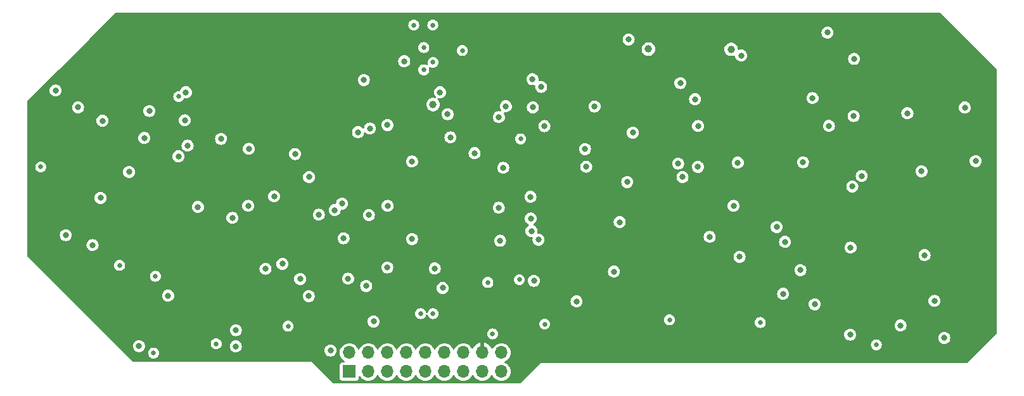
<source format=gbr>
%TF.GenerationSoftware,KiCad,Pcbnew,7.0.7*%
%TF.CreationDate,2024-06-21T15:12:59-06:00*%
%TF.ProjectId,VoiceBoardR3,566f6963-6542-46f6-9172-6452332e6b69,rev?*%
%TF.SameCoordinates,Original*%
%TF.FileFunction,Copper,L2,Inr*%
%TF.FilePolarity,Positive*%
%FSLAX46Y46*%
G04 Gerber Fmt 4.6, Leading zero omitted, Abs format (unit mm)*
G04 Created by KiCad (PCBNEW 7.0.7) date 2024-06-21 15:12:59*
%MOMM*%
%LPD*%
G01*
G04 APERTURE LIST*
%TA.AperFunction,ComponentPad*%
%ADD10R,1.700000X1.700000*%
%TD*%
%TA.AperFunction,ComponentPad*%
%ADD11O,1.700000X1.700000*%
%TD*%
%TA.AperFunction,ViaPad*%
%ADD12C,0.800000*%
%TD*%
%TA.AperFunction,ViaPad*%
%ADD13C,1.000000*%
%TD*%
%TA.AperFunction,ViaPad*%
%ADD14C,0.650000*%
%TD*%
G04 APERTURE END LIST*
D10*
%TO.N,SDA*%
%TO.C,U103*%
X43437500Y-47887500D03*
D11*
%TO.N,LEVEL_1_CV*%
X43437500Y-45347500D03*
%TO.N,SCL*%
X45977500Y-47887500D03*
%TO.N,LEVEL_2_CV*%
X45977500Y-45347500D03*
%TO.N,CLK_1*%
X48517500Y-47887500D03*
%TO.N,PWM_1_CV*%
X48517500Y-45347500D03*
%TO.N,CLK_2*%
X51057500Y-47887500D03*
%TO.N,PWM_2_CV*%
X51057500Y-45347500D03*
%TO.N,HP_MODE*%
X53597500Y-47887500D03*
%TO.N,FOLD_CV*%
X53597500Y-45347500D03*
%TO.N,FOLD_FIRST*%
X56137500Y-47887500D03*
%TO.N,CUTOFF_CV*%
X56137500Y-45347500D03*
%TO.N,VCA_OUT*%
X58677500Y-47887500D03*
%TO.N,VCA_CV*%
X58677500Y-45347500D03*
%TO.N,+3.3V*%
X61217500Y-47887500D03*
%TO.N,GND*%
X61217500Y-45347500D03*
%TO.N,+12V*%
X63757500Y-47887500D03*
%TO.N,-12V*%
X63757500Y-45347500D03*
%TD*%
D12*
%TO.N,Net-(Q201-E)*%
X42480000Y-25430000D03*
X42680000Y-30070000D03*
%TO.N,Net-(C201-Pad2)*%
X39380000Y-26920000D03*
X32250000Y-34140000D03*
%TO.N,CLK_1*%
X36890000Y-35520000D03*
X43290000Y-35470000D03*
X40940000Y-45060000D03*
%TO.N,SAW1_FULL*%
X21460000Y-14310000D03*
X21840000Y-17690000D03*
X27820000Y-27337500D03*
X48550000Y-14940000D03*
X41500000Y-26300000D03*
%TO.N,Net-(C205-Pad2)*%
X46210000Y-15410000D03*
%TO.N,GND*%
X58030000Y-14980000D03*
X61560000Y-43570000D03*
X25060000Y-29450000D03*
X109970000Y-28170000D03*
X80000000Y-6110000D03*
X118030000Y-9920000D03*
X99080000Y-25120000D03*
X37580000Y-14240000D03*
X37820000Y-29800000D03*
X34980000Y-10640000D03*
X24050000Y-5640000D03*
X102100000Y-9900000D03*
X67820000Y-7340000D03*
X4400000Y-31480000D03*
X113370000Y-16080000D03*
X73430000Y-9350000D03*
X86580000Y-24140000D03*
X70580000Y-31050000D03*
X42550000Y-23780000D03*
X83860000Y-37750000D03*
X50410000Y-14950000D03*
X10970000Y-16770000D03*
X91750000Y-22750000D03*
X85910000Y-9110000D03*
X11530000Y-34920000D03*
X97420000Y-32180000D03*
X109530000Y-37860000D03*
X127720000Y-42630000D03*
X62170000Y-24570000D03*
X115190000Y-35300000D03*
X53450500Y-25820000D03*
X90610000Y-7780000D03*
X103770000Y-39040000D03*
X58220000Y-32510000D03*
X73540000Y-11960000D03*
X7090000Y-8540000D03*
X53088307Y-13341693D03*
X102820000Y-1710000D03*
X34470000Y-36570000D03*
X70840000Y-15810000D03*
X114790000Y-29500000D03*
X80480000Y-17030000D03*
X101340000Y-17400000D03*
X50720000Y-30960000D03*
X109470000Y-40410000D03*
X53860000Y-20050000D03*
X66420000Y-23070000D03*
X71870000Y-37290000D03*
X18300000Y-19190000D03*
X50510000Y-38230000D03*
X35370000Y-25980000D03*
X95550000Y-17770000D03*
X52650000Y-36040000D03*
X55249500Y-23310000D03*
X50170000Y-9240000D03*
X46150000Y-23080000D03*
X90980000Y-38750000D03*
X73880000Y-19560000D03*
X87890000Y-39050000D03*
X58310000Y-38240000D03*
X90030000Y-1610000D03*
X33410000Y-17280000D03*
X17860000Y-21160000D03*
X111250000Y-40350000D03*
X57230000Y-7560000D03*
X60290000Y-29140000D03*
%TO.N,+12V*%
X34510000Y-33490000D03*
X67930000Y-8810000D03*
X121630000Y-38440000D03*
X91600000Y-29890000D03*
X67690000Y-27440000D03*
X105640000Y-38890000D03*
X127140000Y-19760000D03*
X21620000Y-10550000D03*
X125690000Y-12600000D03*
X9140000Y-30990000D03*
X48560000Y-25730000D03*
X81340000Y-15960000D03*
X111910000Y-21760000D03*
X105350000Y-11340000D03*
%TO.N,-12V*%
X101670000Y-30550000D03*
X10200000Y-24680000D03*
X90050000Y-15070000D03*
X110430000Y-31320000D03*
X33400000Y-24460000D03*
X74940000Y-18150000D03*
X95590000Y-32540000D03*
%TO.N,CLK_2*%
X28290000Y-42350000D03*
X28290000Y-44510000D03*
%TO.N,SAW2_FULL*%
X5570000Y-29650000D03*
X20620000Y-19120000D03*
X38030000Y-37800000D03*
X19240000Y-37750000D03*
X16740000Y-13060000D03*
X54870000Y-34110000D03*
D13*
%TO.N,+3.3V*%
X94470000Y-4820000D03*
X83410000Y-4790000D03*
X54640000Y-12200000D03*
D12*
%TO.N,Net-(U301B--)*%
X90030000Y-20520000D03*
X87390000Y-20090000D03*
%TO.N,FILTER_OUT*%
X67980000Y-12580000D03*
X95810000Y-5640000D03*
X87690000Y-9330000D03*
X67660000Y-24520000D03*
%TO.N,Net-(U301C-+)*%
X94790000Y-25730000D03*
X95360000Y-19970000D03*
%TO.N,HP_IN*%
X69510000Y-15080000D03*
%TO.N,Net-(Q401-E)*%
X117100000Y-41720000D03*
X122940000Y-43390000D03*
%TO.N,FOLDER_IN*%
X63440000Y-13880000D03*
X80770000Y-3500000D03*
X63420000Y-25990000D03*
%TO.N,VCA_IN*%
X68120000Y-35750000D03*
X103720000Y-34330000D03*
X63590000Y-30400000D03*
X73810000Y-38500000D03*
X64370000Y-12430000D03*
%TO.N,Net-(D202-A)*%
X26310000Y-16780000D03*
X38070000Y-21890000D03*
%TO.N,Net-(D203-A)*%
X14030000Y-21210000D03*
X7210000Y-12580000D03*
D14*
%TO.N,SDA*%
X52980000Y-40140000D03*
X54630000Y-6560000D03*
X54610000Y-1590000D03*
%TO.N,SCL*%
X54640000Y-40140000D03*
X52060000Y-1590000D03*
X53410000Y-4580000D03*
X58550000Y-4990000D03*
X53410000Y-7560000D03*
%TO.N,FOLD_FIRST*%
X66180000Y-35610000D03*
%TO.N,HP_MODE*%
X66340000Y-16790000D03*
%TO.N,LEVEL_2_CV*%
X17540000Y-35150000D03*
X25670000Y-44170000D03*
X12760000Y-33690000D03*
%TO.N,PWM_1_CV*%
X2220000Y-20530000D03*
X17300000Y-45410000D03*
X20660000Y-11140000D03*
%TO.N,PWM_2_CV*%
X35260000Y-41820000D03*
%TO.N,CUTOFF_CV*%
X61960000Y-35980000D03*
%TO.N,FOLD_CV*%
X62600000Y-42850000D03*
X69550000Y-41540000D03*
X113870000Y-44310000D03*
%TO.N,VCA_CV*%
X86230000Y-40970000D03*
X98360000Y-41330000D03*
D12*
%TO.N,Net-(Q302-C)*%
X76220000Y-12460000D03*
X79580000Y-27910000D03*
%TO.N,Net-(Q402-B)*%
X119910000Y-21120000D03*
X107530000Y-15050000D03*
%TO.N,Net-(Q404-B)*%
X118022500Y-13352500D03*
X110830000Y-13740000D03*
%TO.N,Net-(Q406-C)*%
X101420000Y-37490000D03*
X100550000Y-28570000D03*
%TO.N,TRI1_FULL*%
X36200000Y-18810000D03*
X44620000Y-15890000D03*
X30020000Y-18120000D03*
%TO.N,TRI2_FULL*%
X55920000Y-36710000D03*
X15340000Y-44480000D03*
X16060000Y-16660000D03*
X46690000Y-41180000D03*
X10460000Y-14360000D03*
%TO.N,PULSE2_FULL*%
X4200000Y-10320000D03*
X45710000Y-36440000D03*
X48520000Y-33970000D03*
%TO.N,PULSE1_FULL*%
X50790000Y-6410000D03*
X55578630Y-10560383D03*
X45390000Y-8920000D03*
%TO.N,Net-(U203A-P0W)*%
X56590000Y-13480000D03*
%TO.N,Net-(U205A-P0W)*%
X46070000Y-26970000D03*
X51830000Y-30180000D03*
%TO.N,Net-(R241-Pad2)*%
X56970000Y-16590000D03*
X51837500Y-19810000D03*
X64020000Y-20650000D03*
X60190000Y-18700000D03*
%TO.N,Net-(U301C--)*%
X87970000Y-21890000D03*
X78810000Y-34530000D03*
%TO.N,LP_IN*%
X80580000Y-22560000D03*
%TO.N,Net-(R408-Pad1)*%
X120310000Y-32320000D03*
X104070000Y-19920000D03*
%TO.N,FOLDER_OUT*%
X67780000Y-29097500D03*
%TO.N,Net-(U404B--)*%
X110370000Y-42950000D03*
X110660000Y-23160000D03*
%TO.N,Net-(U301D-+)*%
X89650000Y-11490000D03*
%TO.N,FILTER_IN*%
X69080000Y-9840000D03*
X68730000Y-30270000D03*
%TO.N,Net-(U201A--)*%
X29940000Y-25740000D03*
X23220000Y-25880000D03*
%TO.N,Net-(R420-Pad2)*%
X107340000Y-2590000D03*
X75100000Y-20500000D03*
X110900000Y-6100000D03*
%TD*%
%TA.AperFunction,Conductor*%
%TO.N,GND*%
G36*
X122377969Y67315D02*
G01*
X122398611Y50681D01*
X129925681Y-7476389D01*
X129959166Y-7537712D01*
X129962000Y-7564070D01*
X129962000Y-42761637D01*
X129942315Y-42828676D01*
X129925681Y-42849318D01*
X126073819Y-46701181D01*
X126012496Y-46734666D01*
X125986138Y-46737500D01*
X69037499Y-46737500D01*
X66323819Y-49451181D01*
X66262496Y-49484666D01*
X66236138Y-49487500D01*
X41413862Y-49487500D01*
X41346823Y-49467815D01*
X41326181Y-49451181D01*
X38412500Y-46537500D01*
X14563862Y-46537500D01*
X14496823Y-46517815D01*
X14476181Y-46501181D01*
X13385003Y-45410003D01*
X16569909Y-45410003D01*
X16588212Y-45572455D01*
X16642210Y-45726774D01*
X16716728Y-45845368D01*
X16729192Y-45865204D01*
X16844796Y-45980808D01*
X16983225Y-46067789D01*
X17137539Y-46121786D01*
X17137542Y-46121786D01*
X17137544Y-46121787D01*
X17299996Y-46140091D01*
X17300000Y-46140091D01*
X17300004Y-46140091D01*
X17462455Y-46121787D01*
X17462456Y-46121786D01*
X17462461Y-46121786D01*
X17616775Y-46067789D01*
X17755204Y-45980808D01*
X17870808Y-45865204D01*
X17957789Y-45726775D01*
X18011786Y-45572461D01*
X18012935Y-45562262D01*
X18030091Y-45410003D01*
X18030091Y-45409996D01*
X18011787Y-45247544D01*
X18011786Y-45247542D01*
X18011786Y-45247539D01*
X17957789Y-45093225D01*
X17870808Y-44954796D01*
X17755204Y-44839192D01*
X17696389Y-44802236D01*
X17616774Y-44752210D01*
X17462455Y-44698212D01*
X17300004Y-44679909D01*
X17299996Y-44679909D01*
X17137544Y-44698212D01*
X16983225Y-44752210D01*
X16844795Y-44839192D01*
X16729192Y-44954795D01*
X16642210Y-45093225D01*
X16588212Y-45247544D01*
X16569909Y-45409996D01*
X16569909Y-45410003D01*
X13385003Y-45410003D01*
X12455003Y-44480003D01*
X14534435Y-44480003D01*
X14554630Y-44659249D01*
X14554631Y-44659254D01*
X14614211Y-44829523D01*
X14672663Y-44922548D01*
X14710184Y-44982262D01*
X14837738Y-45109816D01*
X14990478Y-45205789D01*
X15109793Y-45247539D01*
X15160745Y-45265368D01*
X15160750Y-45265369D01*
X15339996Y-45285565D01*
X15340000Y-45285565D01*
X15340004Y-45285565D01*
X15519249Y-45265369D01*
X15519252Y-45265368D01*
X15519255Y-45265368D01*
X15689522Y-45205789D01*
X15842262Y-45109816D01*
X15969816Y-44982262D01*
X16065789Y-44829522D01*
X16125368Y-44659255D01*
X16136806Y-44557738D01*
X16145565Y-44480003D01*
X16145565Y-44479996D01*
X16125369Y-44300750D01*
X16125368Y-44300745D01*
X16081497Y-44175369D01*
X16079619Y-44170003D01*
X24939909Y-44170003D01*
X24958212Y-44332455D01*
X25012210Y-44486774D01*
X25056800Y-44557738D01*
X25099192Y-44625204D01*
X25214796Y-44740808D01*
X25353225Y-44827789D01*
X25507539Y-44881786D01*
X25507542Y-44881786D01*
X25507544Y-44881787D01*
X25669996Y-44900091D01*
X25670000Y-44900091D01*
X25670004Y-44900091D01*
X25832455Y-44881787D01*
X25832456Y-44881786D01*
X25832461Y-44881786D01*
X25986775Y-44827789D01*
X26125204Y-44740808D01*
X26240808Y-44625204D01*
X26313194Y-44510003D01*
X27484435Y-44510003D01*
X27504630Y-44689249D01*
X27504631Y-44689254D01*
X27564211Y-44859523D01*
X27632240Y-44967789D01*
X27660184Y-45012262D01*
X27787738Y-45139816D01*
X27940478Y-45235789D01*
X28025010Y-45265368D01*
X28110745Y-45295368D01*
X28110750Y-45295369D01*
X28289996Y-45315565D01*
X28290000Y-45315565D01*
X28290004Y-45315565D01*
X28469249Y-45295369D01*
X28469252Y-45295368D01*
X28469255Y-45295368D01*
X28639522Y-45235789D01*
X28792262Y-45139816D01*
X28872075Y-45060003D01*
X40134435Y-45060003D01*
X40154630Y-45239249D01*
X40154631Y-45239254D01*
X40214211Y-45409523D01*
X40307094Y-45557344D01*
X40310184Y-45562262D01*
X40437738Y-45689816D01*
X40496556Y-45726774D01*
X40567700Y-45771477D01*
X40590478Y-45785789D01*
X40699439Y-45823916D01*
X40760745Y-45845368D01*
X40760750Y-45845369D01*
X40939996Y-45865565D01*
X40940000Y-45865565D01*
X40940004Y-45865565D01*
X41119249Y-45845369D01*
X41119252Y-45845368D01*
X41119255Y-45845368D01*
X41289522Y-45785789D01*
X41442262Y-45689816D01*
X41569816Y-45562262D01*
X41665789Y-45409522D01*
X41687491Y-45347502D01*
X42182223Y-45347502D01*
X42187691Y-45410000D01*
X42200581Y-45557344D01*
X42201293Y-45565475D01*
X42201293Y-45565479D01*
X42257922Y-45776822D01*
X42257924Y-45776826D01*
X42257925Y-45776830D01*
X42299303Y-45865565D01*
X42350397Y-45975138D01*
X42354367Y-45980807D01*
X42475902Y-46154377D01*
X42630623Y-46309098D01*
X42776763Y-46411426D01*
X42820387Y-46466002D01*
X42827581Y-46535500D01*
X42796058Y-46597855D01*
X42735828Y-46633269D01*
X42705640Y-46637000D01*
X42555982Y-46637000D01*
X42475019Y-46649823D01*
X42462196Y-46651854D01*
X42349158Y-46709450D01*
X42349156Y-46709451D01*
X42349157Y-46709451D01*
X42349152Y-46709454D01*
X42259454Y-46799152D01*
X42259451Y-46799157D01*
X42259450Y-46799158D01*
X42240251Y-46836837D01*
X42201852Y-46912198D01*
X42187000Y-47005975D01*
X42187000Y-48769017D01*
X42197792Y-48837157D01*
X42201854Y-48862804D01*
X42259450Y-48975842D01*
X42259452Y-48975844D01*
X42259454Y-48975847D01*
X42349152Y-49065545D01*
X42349154Y-49065546D01*
X42349158Y-49065550D01*
X42462194Y-49123145D01*
X42462198Y-49123147D01*
X42555975Y-49137999D01*
X42555981Y-49138000D01*
X44319018Y-49137999D01*
X44412804Y-49123146D01*
X44525842Y-49065550D01*
X44615550Y-48975842D01*
X44673146Y-48862804D01*
X44673146Y-48862802D01*
X44673147Y-48862801D01*
X44687999Y-48769024D01*
X44688000Y-48769019D01*
X44687999Y-48619359D01*
X44707683Y-48552323D01*
X44760487Y-48506568D01*
X44829645Y-48496624D01*
X44893201Y-48525649D01*
X44913573Y-48548238D01*
X45015902Y-48694376D01*
X45015902Y-48694377D01*
X45170623Y-48849098D01*
X45349861Y-48974602D01*
X45548170Y-49067075D01*
X45759523Y-49123707D01*
X45942426Y-49139708D01*
X45977498Y-49142777D01*
X45977500Y-49142777D01*
X45977502Y-49142777D01*
X46005754Y-49140305D01*
X46195477Y-49123707D01*
X46406830Y-49067075D01*
X46605139Y-48974602D01*
X46784377Y-48849098D01*
X46939098Y-48694377D01*
X47064602Y-48515139D01*
X47135118Y-48363914D01*
X47181290Y-48311477D01*
X47248484Y-48292325D01*
X47315365Y-48312541D01*
X47359881Y-48363914D01*
X47430398Y-48515139D01*
X47555902Y-48694377D01*
X47710623Y-48849098D01*
X47889861Y-48974602D01*
X48088170Y-49067075D01*
X48299523Y-49123707D01*
X48482426Y-49139708D01*
X48517498Y-49142777D01*
X48517500Y-49142777D01*
X48517502Y-49142777D01*
X48545754Y-49140305D01*
X48735477Y-49123707D01*
X48946830Y-49067075D01*
X49145139Y-48974602D01*
X49324377Y-48849098D01*
X49479098Y-48694377D01*
X49604602Y-48515139D01*
X49675118Y-48363914D01*
X49721290Y-48311477D01*
X49788484Y-48292325D01*
X49855365Y-48312541D01*
X49899881Y-48363914D01*
X49970398Y-48515139D01*
X50095902Y-48694377D01*
X50250623Y-48849098D01*
X50429861Y-48974602D01*
X50628170Y-49067075D01*
X50839523Y-49123707D01*
X51022426Y-49139708D01*
X51057498Y-49142777D01*
X51057500Y-49142777D01*
X51057502Y-49142777D01*
X51085754Y-49140305D01*
X51275477Y-49123707D01*
X51486830Y-49067075D01*
X51685139Y-48974602D01*
X51864377Y-48849098D01*
X52019098Y-48694377D01*
X52144602Y-48515139D01*
X52215118Y-48363914D01*
X52261290Y-48311477D01*
X52328484Y-48292325D01*
X52395365Y-48312541D01*
X52439881Y-48363914D01*
X52510398Y-48515139D01*
X52635902Y-48694377D01*
X52790623Y-48849098D01*
X52969861Y-48974602D01*
X53168170Y-49067075D01*
X53379523Y-49123707D01*
X53562426Y-49139708D01*
X53597498Y-49142777D01*
X53597500Y-49142777D01*
X53597502Y-49142777D01*
X53625754Y-49140305D01*
X53815477Y-49123707D01*
X54026830Y-49067075D01*
X54225139Y-48974602D01*
X54404377Y-48849098D01*
X54559098Y-48694377D01*
X54684602Y-48515139D01*
X54755118Y-48363914D01*
X54801290Y-48311477D01*
X54868484Y-48292325D01*
X54935365Y-48312541D01*
X54979881Y-48363914D01*
X55050398Y-48515139D01*
X55175902Y-48694377D01*
X55330623Y-48849098D01*
X55509861Y-48974602D01*
X55708170Y-49067075D01*
X55919523Y-49123707D01*
X56102426Y-49139708D01*
X56137498Y-49142777D01*
X56137500Y-49142777D01*
X56137502Y-49142777D01*
X56165754Y-49140305D01*
X56355477Y-49123707D01*
X56566830Y-49067075D01*
X56765139Y-48974602D01*
X56944377Y-48849098D01*
X57099098Y-48694377D01*
X57224602Y-48515139D01*
X57295118Y-48363914D01*
X57341290Y-48311477D01*
X57408484Y-48292325D01*
X57475365Y-48312541D01*
X57519881Y-48363914D01*
X57590398Y-48515139D01*
X57715902Y-48694377D01*
X57870623Y-48849098D01*
X58049861Y-48974602D01*
X58248170Y-49067075D01*
X58459523Y-49123707D01*
X58642426Y-49139708D01*
X58677498Y-49142777D01*
X58677500Y-49142777D01*
X58677502Y-49142777D01*
X58705754Y-49140305D01*
X58895477Y-49123707D01*
X59106830Y-49067075D01*
X59305139Y-48974602D01*
X59484377Y-48849098D01*
X59639098Y-48694377D01*
X59764602Y-48515139D01*
X59835118Y-48363914D01*
X59881290Y-48311477D01*
X59948484Y-48292325D01*
X60015365Y-48312541D01*
X60059881Y-48363914D01*
X60130398Y-48515139D01*
X60255902Y-48694377D01*
X60410623Y-48849098D01*
X60589861Y-48974602D01*
X60788170Y-49067075D01*
X60999523Y-49123707D01*
X61182426Y-49139708D01*
X61217498Y-49142777D01*
X61217500Y-49142777D01*
X61217502Y-49142777D01*
X61245754Y-49140305D01*
X61435477Y-49123707D01*
X61646830Y-49067075D01*
X61845139Y-48974602D01*
X62024377Y-48849098D01*
X62179098Y-48694377D01*
X62304602Y-48515139D01*
X62375119Y-48363914D01*
X62421289Y-48311477D01*
X62488482Y-48292325D01*
X62555363Y-48312540D01*
X62599881Y-48363916D01*
X62670397Y-48515138D01*
X62670398Y-48515139D01*
X62795902Y-48694377D01*
X62950623Y-48849098D01*
X63129861Y-48974602D01*
X63328170Y-49067075D01*
X63539523Y-49123707D01*
X63722426Y-49139708D01*
X63757498Y-49142777D01*
X63757500Y-49142777D01*
X63757502Y-49142777D01*
X63785754Y-49140305D01*
X63975477Y-49123707D01*
X64186830Y-49067075D01*
X64385139Y-48974602D01*
X64564377Y-48849098D01*
X64719098Y-48694377D01*
X64844602Y-48515139D01*
X64937075Y-48316830D01*
X64993707Y-48105477D01*
X65012777Y-47887500D01*
X64993707Y-47669523D01*
X64937075Y-47458170D01*
X64844602Y-47259862D01*
X64844600Y-47259859D01*
X64844599Y-47259857D01*
X64719099Y-47080624D01*
X64644450Y-47005975D01*
X64564377Y-46925902D01*
X64385139Y-46800398D01*
X64233914Y-46729881D01*
X64181477Y-46683710D01*
X64162325Y-46616516D01*
X64182541Y-46549635D01*
X64233914Y-46505118D01*
X64385139Y-46434602D01*
X64564377Y-46309098D01*
X64719098Y-46154377D01*
X64844602Y-45975139D01*
X64937075Y-45776830D01*
X64993707Y-45565477D01*
X65012777Y-45347500D01*
X64993707Y-45129523D01*
X64937075Y-44918170D01*
X64844602Y-44719862D01*
X64844599Y-44719858D01*
X64844599Y-44719857D01*
X64719099Y-44540624D01*
X64650930Y-44472455D01*
X64564377Y-44385902D01*
X64455982Y-44310003D01*
X113139909Y-44310003D01*
X113158212Y-44472455D01*
X113212210Y-44626774D01*
X113239320Y-44669919D01*
X113299192Y-44765204D01*
X113414796Y-44880808D01*
X113553225Y-44967789D01*
X113707539Y-45021786D01*
X113707542Y-45021786D01*
X113707544Y-45021787D01*
X113869996Y-45040091D01*
X113870000Y-45040091D01*
X113870004Y-45040091D01*
X114032455Y-45021787D01*
X114032456Y-45021786D01*
X114032461Y-45021786D01*
X114186775Y-44967789D01*
X114325204Y-44880808D01*
X114440808Y-44765204D01*
X114527789Y-44626775D01*
X114581786Y-44472461D01*
X114581787Y-44472455D01*
X114600091Y-44310003D01*
X114600091Y-44309996D01*
X114581787Y-44147544D01*
X114581786Y-44147542D01*
X114581786Y-44147539D01*
X114527789Y-43993225D01*
X114440808Y-43854796D01*
X114325204Y-43739192D01*
X114269889Y-43704435D01*
X114186774Y-43652210D01*
X114032455Y-43598212D01*
X113870004Y-43579909D01*
X113869996Y-43579909D01*
X113707544Y-43598212D01*
X113553225Y-43652210D01*
X113414795Y-43739192D01*
X113299192Y-43854795D01*
X113212210Y-43993225D01*
X113158212Y-44147544D01*
X113139909Y-44309996D01*
X113139909Y-44310003D01*
X64455982Y-44310003D01*
X64405466Y-44274631D01*
X64385138Y-44260397D01*
X64246104Y-44195565D01*
X64186830Y-44167925D01*
X64186826Y-44167924D01*
X64186822Y-44167922D01*
X63975477Y-44111293D01*
X63757502Y-44092223D01*
X63757498Y-44092223D01*
X63612181Y-44104936D01*
X63539523Y-44111293D01*
X63539520Y-44111293D01*
X63328177Y-44167922D01*
X63328168Y-44167926D01*
X63129861Y-44260398D01*
X63129857Y-44260400D01*
X62950621Y-44385902D01*
X62795902Y-44540621D01*
X62670400Y-44719857D01*
X62670397Y-44719863D01*
X62654773Y-44753368D01*
X62608599Y-44805807D01*
X62541405Y-44824957D01*
X62474525Y-44804740D01*
X62430009Y-44753365D01*
X62391098Y-44669919D01*
X62255613Y-44476426D01*
X62255608Y-44476420D01*
X62088582Y-44309394D01*
X61895078Y-44173899D01*
X61680992Y-44074070D01*
X61680986Y-44074067D01*
X61467500Y-44016864D01*
X61467500Y-44735198D01*
X61447815Y-44802237D01*
X61395011Y-44847992D01*
X61325855Y-44857936D01*
X61253266Y-44847500D01*
X61253263Y-44847500D01*
X61181737Y-44847500D01*
X61181733Y-44847500D01*
X61109145Y-44857936D01*
X61039987Y-44847992D01*
X60987184Y-44802236D01*
X60967500Y-44735198D01*
X60967500Y-44016864D01*
X60967499Y-44016864D01*
X60754013Y-44074067D01*
X60754007Y-44074070D01*
X60539922Y-44173899D01*
X60539920Y-44173900D01*
X60346426Y-44309386D01*
X60346420Y-44309391D01*
X60179391Y-44476420D01*
X60179386Y-44476426D01*
X60043900Y-44669920D01*
X60043899Y-44669922D01*
X60004989Y-44753366D01*
X59958817Y-44805805D01*
X59891623Y-44824957D01*
X59824742Y-44804741D01*
X59780225Y-44753366D01*
X59780225Y-44753365D01*
X59764602Y-44719862D01*
X59764599Y-44719858D01*
X59764599Y-44719857D01*
X59639099Y-44540624D01*
X59570930Y-44472455D01*
X59484377Y-44385902D01*
X59325466Y-44274631D01*
X59305138Y-44260397D01*
X59166104Y-44195565D01*
X59106830Y-44167925D01*
X59106826Y-44167924D01*
X59106822Y-44167922D01*
X58895477Y-44111293D01*
X58677502Y-44092223D01*
X58677498Y-44092223D01*
X58532182Y-44104936D01*
X58459523Y-44111293D01*
X58459520Y-44111293D01*
X58248177Y-44167922D01*
X58248168Y-44167926D01*
X58049861Y-44260398D01*
X58049857Y-44260400D01*
X57870621Y-44385902D01*
X57715902Y-44540621D01*
X57590400Y-44719857D01*
X57590398Y-44719861D01*
X57519882Y-44871083D01*
X57473709Y-44923522D01*
X57406516Y-44942674D01*
X57339635Y-44922458D01*
X57295118Y-44871083D01*
X57240225Y-44753366D01*
X57224602Y-44719862D01*
X57224599Y-44719858D01*
X57224599Y-44719857D01*
X57099099Y-44540624D01*
X57030930Y-44472455D01*
X56944377Y-44385902D01*
X56785466Y-44274631D01*
X56765138Y-44260397D01*
X56626104Y-44195565D01*
X56566830Y-44167925D01*
X56566826Y-44167924D01*
X56566822Y-44167922D01*
X56355477Y-44111293D01*
X56137502Y-44092223D01*
X56137498Y-44092223D01*
X55992182Y-44104936D01*
X55919523Y-44111293D01*
X55919520Y-44111293D01*
X55708177Y-44167922D01*
X55708168Y-44167926D01*
X55509861Y-44260398D01*
X55509857Y-44260400D01*
X55330621Y-44385902D01*
X55175902Y-44540621D01*
X55050400Y-44719857D01*
X55050398Y-44719861D01*
X54979882Y-44871083D01*
X54933709Y-44923522D01*
X54866516Y-44942674D01*
X54799635Y-44922458D01*
X54755118Y-44871083D01*
X54700225Y-44753366D01*
X54684602Y-44719862D01*
X54684599Y-44719858D01*
X54684599Y-44719857D01*
X54559099Y-44540624D01*
X54490930Y-44472455D01*
X54404377Y-44385902D01*
X54245466Y-44274631D01*
X54225138Y-44260397D01*
X54086104Y-44195565D01*
X54026830Y-44167925D01*
X54026826Y-44167924D01*
X54026822Y-44167922D01*
X53815477Y-44111293D01*
X53597502Y-44092223D01*
X53597498Y-44092223D01*
X53452181Y-44104936D01*
X53379523Y-44111293D01*
X53379520Y-44111293D01*
X53168177Y-44167922D01*
X53168168Y-44167926D01*
X52969861Y-44260398D01*
X52969857Y-44260400D01*
X52790621Y-44385902D01*
X52635902Y-44540621D01*
X52510400Y-44719857D01*
X52510398Y-44719861D01*
X52439882Y-44871083D01*
X52393709Y-44923522D01*
X52326516Y-44942674D01*
X52259635Y-44922458D01*
X52215118Y-44871083D01*
X52160225Y-44753366D01*
X52144602Y-44719862D01*
X52144599Y-44719858D01*
X52144599Y-44719857D01*
X52019099Y-44540624D01*
X51950930Y-44472455D01*
X51864377Y-44385902D01*
X51705466Y-44274631D01*
X51685138Y-44260397D01*
X51546104Y-44195565D01*
X51486830Y-44167925D01*
X51486826Y-44167924D01*
X51486822Y-44167922D01*
X51275477Y-44111293D01*
X51057502Y-44092223D01*
X51057498Y-44092223D01*
X50912181Y-44104936D01*
X50839523Y-44111293D01*
X50839520Y-44111293D01*
X50628177Y-44167922D01*
X50628168Y-44167926D01*
X50429861Y-44260398D01*
X50429857Y-44260400D01*
X50250621Y-44385902D01*
X50095902Y-44540621D01*
X49970400Y-44719857D01*
X49970398Y-44719861D01*
X49899882Y-44871083D01*
X49853709Y-44923522D01*
X49786516Y-44942674D01*
X49719635Y-44922458D01*
X49675118Y-44871083D01*
X49620225Y-44753366D01*
X49604602Y-44719862D01*
X49604599Y-44719858D01*
X49604599Y-44719857D01*
X49479099Y-44540624D01*
X49410930Y-44472455D01*
X49324377Y-44385902D01*
X49165466Y-44274631D01*
X49145138Y-44260397D01*
X49006104Y-44195565D01*
X48946830Y-44167925D01*
X48946826Y-44167924D01*
X48946822Y-44167922D01*
X48735477Y-44111293D01*
X48517502Y-44092223D01*
X48517498Y-44092223D01*
X48372182Y-44104936D01*
X48299523Y-44111293D01*
X48299520Y-44111293D01*
X48088177Y-44167922D01*
X48088168Y-44167926D01*
X47889861Y-44260398D01*
X47889857Y-44260400D01*
X47710621Y-44385902D01*
X47555902Y-44540621D01*
X47430400Y-44719857D01*
X47430400Y-44719858D01*
X47359881Y-44871084D01*
X47313708Y-44923523D01*
X47246514Y-44942674D01*
X47179633Y-44922458D01*
X47135118Y-44871084D01*
X47064602Y-44719862D01*
X47064599Y-44719858D01*
X47064599Y-44719857D01*
X46939099Y-44540624D01*
X46870930Y-44472455D01*
X46784377Y-44385902D01*
X46625466Y-44274631D01*
X46605138Y-44260397D01*
X46466104Y-44195565D01*
X46406830Y-44167925D01*
X46406826Y-44167924D01*
X46406822Y-44167922D01*
X46195477Y-44111293D01*
X45977502Y-44092223D01*
X45977498Y-44092223D01*
X45832181Y-44104936D01*
X45759523Y-44111293D01*
X45759520Y-44111293D01*
X45548177Y-44167922D01*
X45548168Y-44167926D01*
X45349861Y-44260398D01*
X45349857Y-44260400D01*
X45170621Y-44385902D01*
X45015902Y-44540621D01*
X44890400Y-44719857D01*
X44890398Y-44719861D01*
X44819882Y-44871083D01*
X44773709Y-44923522D01*
X44706516Y-44942674D01*
X44639635Y-44922458D01*
X44595118Y-44871083D01*
X44540225Y-44753366D01*
X44524602Y-44719862D01*
X44524599Y-44719858D01*
X44524599Y-44719857D01*
X44399099Y-44540624D01*
X44330930Y-44472455D01*
X44244377Y-44385902D01*
X44085466Y-44274631D01*
X44065138Y-44260397D01*
X43926104Y-44195565D01*
X43866830Y-44167925D01*
X43866826Y-44167924D01*
X43866822Y-44167922D01*
X43655477Y-44111293D01*
X43437502Y-44092223D01*
X43437498Y-44092223D01*
X43292182Y-44104936D01*
X43219523Y-44111293D01*
X43219520Y-44111293D01*
X43008177Y-44167922D01*
X43008168Y-44167926D01*
X42809861Y-44260398D01*
X42809857Y-44260400D01*
X42630621Y-44385902D01*
X42475902Y-44540621D01*
X42350400Y-44719857D01*
X42350398Y-44719861D01*
X42257926Y-44918168D01*
X42257922Y-44918177D01*
X42201293Y-45129520D01*
X42201293Y-45129523D01*
X42200393Y-45139815D01*
X42182223Y-45347497D01*
X42182223Y-45347502D01*
X41687491Y-45347502D01*
X41725368Y-45239255D01*
X41736572Y-45139815D01*
X41745565Y-45060003D01*
X41745565Y-45059996D01*
X41725369Y-44880750D01*
X41725368Y-44880745D01*
X41697897Y-44802237D01*
X41665789Y-44710478D01*
X41569816Y-44557738D01*
X41442262Y-44430184D01*
X41442261Y-44430183D01*
X41289523Y-44334211D01*
X41119254Y-44274631D01*
X41119249Y-44274630D01*
X40940004Y-44254435D01*
X40939996Y-44254435D01*
X40760750Y-44274630D01*
X40760745Y-44274631D01*
X40590476Y-44334211D01*
X40437737Y-44430184D01*
X40310184Y-44557737D01*
X40214211Y-44710476D01*
X40154631Y-44880745D01*
X40154630Y-44880750D01*
X40134435Y-45059996D01*
X40134435Y-45060003D01*
X28872075Y-45060003D01*
X28919816Y-45012262D01*
X29015789Y-44859522D01*
X29075368Y-44689255D01*
X29076421Y-44679909D01*
X29095565Y-44510003D01*
X29095565Y-44509996D01*
X29075369Y-44330750D01*
X29075368Y-44330745D01*
X29064872Y-44300750D01*
X29015789Y-44160478D01*
X28996937Y-44130476D01*
X28919815Y-44007737D01*
X28792262Y-43880184D01*
X28639523Y-43784211D01*
X28469254Y-43724631D01*
X28469249Y-43724630D01*
X28290004Y-43704435D01*
X28289996Y-43704435D01*
X28110750Y-43724630D01*
X28110745Y-43724631D01*
X27940476Y-43784211D01*
X27787737Y-43880184D01*
X27660184Y-44007737D01*
X27564211Y-44160476D01*
X27504631Y-44330745D01*
X27504630Y-44330750D01*
X27484435Y-44509996D01*
X27484435Y-44510003D01*
X26313194Y-44510003D01*
X26327789Y-44486775D01*
X26381786Y-44332461D01*
X26381979Y-44330750D01*
X26400091Y-44170003D01*
X26400091Y-44169996D01*
X26381787Y-44007544D01*
X26381786Y-44007542D01*
X26381786Y-44007539D01*
X26327789Y-43853225D01*
X26240808Y-43714796D01*
X26125204Y-43599192D01*
X26094805Y-43580091D01*
X25986774Y-43512210D01*
X25832455Y-43458212D01*
X25670004Y-43439909D01*
X25669996Y-43439909D01*
X25507544Y-43458212D01*
X25353225Y-43512210D01*
X25214795Y-43599192D01*
X25099192Y-43714795D01*
X25012210Y-43853225D01*
X24958212Y-44007544D01*
X24939909Y-44169996D01*
X24939909Y-44170003D01*
X16079619Y-44170003D01*
X16065789Y-44130478D01*
X15969816Y-43977738D01*
X15842262Y-43850184D01*
X15737267Y-43784211D01*
X15689523Y-43754211D01*
X15519254Y-43694631D01*
X15519249Y-43694630D01*
X15340004Y-43674435D01*
X15339996Y-43674435D01*
X15160750Y-43694630D01*
X15160745Y-43694631D01*
X14990476Y-43754211D01*
X14837737Y-43850184D01*
X14710184Y-43977737D01*
X14614211Y-44130476D01*
X14554631Y-44300745D01*
X14554630Y-44300750D01*
X14534435Y-44479996D01*
X14534435Y-44480003D01*
X12455003Y-44480003D01*
X10325003Y-42350003D01*
X27484435Y-42350003D01*
X27504630Y-42529249D01*
X27504631Y-42529254D01*
X27564211Y-42699523D01*
X27645364Y-42828676D01*
X27660184Y-42852262D01*
X27787738Y-42979816D01*
X27940478Y-43075789D01*
X28093258Y-43129249D01*
X28110745Y-43135368D01*
X28110750Y-43135369D01*
X28289996Y-43155565D01*
X28290000Y-43155565D01*
X28290004Y-43155565D01*
X28469249Y-43135369D01*
X28469252Y-43135368D01*
X28469255Y-43135368D01*
X28639522Y-43075789D01*
X28792262Y-42979816D01*
X28919816Y-42852262D01*
X28921235Y-42850003D01*
X61869909Y-42850003D01*
X61888212Y-43012455D01*
X61942210Y-43166774D01*
X61942211Y-43166775D01*
X62029192Y-43305204D01*
X62144796Y-43420808D01*
X62283225Y-43507789D01*
X62437539Y-43561786D01*
X62437542Y-43561786D01*
X62437544Y-43561787D01*
X62599996Y-43580091D01*
X62600000Y-43580091D01*
X62600004Y-43580091D01*
X62762455Y-43561787D01*
X62762456Y-43561786D01*
X62762461Y-43561786D01*
X62916775Y-43507789D01*
X63055204Y-43420808D01*
X63170808Y-43305204D01*
X63257789Y-43166775D01*
X63311786Y-43012461D01*
X63311787Y-43012455D01*
X63318824Y-42950003D01*
X109564435Y-42950003D01*
X109584630Y-43129249D01*
X109584631Y-43129254D01*
X109644211Y-43299523D01*
X109701062Y-43390000D01*
X109740184Y-43452262D01*
X109867738Y-43579816D01*
X110020478Y-43675789D01*
X110160063Y-43724632D01*
X110190745Y-43735368D01*
X110190750Y-43735369D01*
X110369996Y-43755565D01*
X110370000Y-43755565D01*
X110370004Y-43755565D01*
X110549249Y-43735369D01*
X110549252Y-43735368D01*
X110549255Y-43735368D01*
X110719522Y-43675789D01*
X110872262Y-43579816D01*
X110999816Y-43452262D01*
X111038936Y-43390003D01*
X122134435Y-43390003D01*
X122154630Y-43569249D01*
X122154631Y-43569254D01*
X122214211Y-43739523D01*
X122302595Y-43880184D01*
X122310184Y-43892262D01*
X122437738Y-44019816D01*
X122524078Y-44074067D01*
X122583322Y-44111293D01*
X122590478Y-44115789D01*
X122681229Y-44147544D01*
X122760745Y-44175368D01*
X122760750Y-44175369D01*
X122939996Y-44195565D01*
X122940000Y-44195565D01*
X122940004Y-44195565D01*
X123119249Y-44175369D01*
X123119252Y-44175368D01*
X123119255Y-44175368D01*
X123289522Y-44115789D01*
X123442262Y-44019816D01*
X123569816Y-43892262D01*
X123665789Y-43739522D01*
X123725368Y-43569255D01*
X123725369Y-43569249D01*
X123745565Y-43390003D01*
X123745565Y-43389996D01*
X123725369Y-43210750D01*
X123725368Y-43210745D01*
X123678145Y-43075789D01*
X123665789Y-43040478D01*
X123664158Y-43037883D01*
X123569815Y-42887737D01*
X123442262Y-42760184D01*
X123289523Y-42664211D01*
X123119254Y-42604631D01*
X123119249Y-42604630D01*
X122940004Y-42584435D01*
X122939996Y-42584435D01*
X122760750Y-42604630D01*
X122760745Y-42604631D01*
X122590476Y-42664211D01*
X122437737Y-42760184D01*
X122310184Y-42887737D01*
X122214211Y-43040476D01*
X122154631Y-43210745D01*
X122154630Y-43210750D01*
X122134435Y-43389996D01*
X122134435Y-43390003D01*
X111038936Y-43390003D01*
X111095789Y-43299522D01*
X111155368Y-43129255D01*
X111161392Y-43075789D01*
X111175565Y-42950003D01*
X111175565Y-42949996D01*
X111155369Y-42770750D01*
X111155368Y-42770745D01*
X111118090Y-42664211D01*
X111095789Y-42600478D01*
X110999816Y-42447738D01*
X110872262Y-42320184D01*
X110792540Y-42270091D01*
X110719523Y-42224211D01*
X110549254Y-42164631D01*
X110549249Y-42164630D01*
X110370004Y-42144435D01*
X110369996Y-42144435D01*
X110190750Y-42164630D01*
X110190745Y-42164631D01*
X110020476Y-42224211D01*
X109867737Y-42320184D01*
X109740184Y-42447737D01*
X109644211Y-42600476D01*
X109584631Y-42770745D01*
X109584630Y-42770750D01*
X109564435Y-42949996D01*
X109564435Y-42950003D01*
X63318824Y-42950003D01*
X63330091Y-42850003D01*
X63330091Y-42849996D01*
X63311787Y-42687544D01*
X63311786Y-42687542D01*
X63311786Y-42687539D01*
X63257789Y-42533225D01*
X63170808Y-42394796D01*
X63055204Y-42279192D01*
X63040720Y-42270091D01*
X62916774Y-42192210D01*
X62782939Y-42145379D01*
X62762461Y-42138214D01*
X62762460Y-42138213D01*
X62762455Y-42138212D01*
X62600004Y-42119909D01*
X62599996Y-42119909D01*
X62437544Y-42138212D01*
X62283225Y-42192210D01*
X62144795Y-42279192D01*
X62029192Y-42394795D01*
X61942210Y-42533225D01*
X61888212Y-42687544D01*
X61869909Y-42849996D01*
X61869909Y-42850003D01*
X28921235Y-42850003D01*
X29015789Y-42699522D01*
X29075368Y-42529255D01*
X29075784Y-42525565D01*
X29095565Y-42350003D01*
X29095565Y-42349996D01*
X29075369Y-42170750D01*
X29075368Y-42170745D01*
X29039949Y-42069523D01*
X29015789Y-42000478D01*
X29004464Y-41982455D01*
X28952186Y-41899254D01*
X28919816Y-41847738D01*
X28892081Y-41820003D01*
X34529909Y-41820003D01*
X34548212Y-41982455D01*
X34602210Y-42136774D01*
X34623556Y-42170745D01*
X34689192Y-42275204D01*
X34804796Y-42390808D01*
X34943225Y-42477789D01*
X35097539Y-42531786D01*
X35097542Y-42531786D01*
X35097544Y-42531787D01*
X35259996Y-42550091D01*
X35260000Y-42550091D01*
X35260004Y-42550091D01*
X35422455Y-42531787D01*
X35422456Y-42531786D01*
X35422461Y-42531786D01*
X35576775Y-42477789D01*
X35715204Y-42390808D01*
X35830808Y-42275204D01*
X35917789Y-42136775D01*
X35971786Y-41982461D01*
X35980986Y-41900808D01*
X35990091Y-41820003D01*
X35990091Y-41819996D01*
X35971787Y-41657544D01*
X35971786Y-41657542D01*
X35971786Y-41657539D01*
X35917789Y-41503225D01*
X35830808Y-41364796D01*
X35715204Y-41249192D01*
X35673878Y-41223225D01*
X35605091Y-41180003D01*
X45884435Y-41180003D01*
X45904630Y-41359249D01*
X45904631Y-41359254D01*
X45964211Y-41529523D01*
X45986271Y-41564631D01*
X46060184Y-41682262D01*
X46187738Y-41809816D01*
X46262471Y-41856774D01*
X46332550Y-41900808D01*
X46340478Y-41905789D01*
X46510744Y-41965367D01*
X46510745Y-41965368D01*
X46510750Y-41965369D01*
X46689996Y-41985565D01*
X46690000Y-41985565D01*
X46690004Y-41985565D01*
X46869249Y-41965369D01*
X46869252Y-41965368D01*
X46869255Y-41965368D01*
X47039522Y-41905789D01*
X47192262Y-41809816D01*
X47319816Y-41682262D01*
X47409203Y-41540003D01*
X68819909Y-41540003D01*
X68838212Y-41702455D01*
X68892210Y-41856774D01*
X68960445Y-41965368D01*
X68979192Y-41995204D01*
X69094796Y-42110808D01*
X69233225Y-42197789D01*
X69387539Y-42251786D01*
X69387542Y-42251786D01*
X69387544Y-42251787D01*
X69549996Y-42270091D01*
X69550000Y-42270091D01*
X69550004Y-42270091D01*
X69712455Y-42251787D01*
X69712456Y-42251786D01*
X69712461Y-42251786D01*
X69866775Y-42197789D01*
X70005204Y-42110808D01*
X70120808Y-41995204D01*
X70207789Y-41856775D01*
X70261786Y-41702461D01*
X70264062Y-41682262D01*
X70280091Y-41540003D01*
X70280091Y-41539996D01*
X70261787Y-41377544D01*
X70261786Y-41377542D01*
X70261786Y-41377539D01*
X70207789Y-41223225D01*
X70120808Y-41084796D01*
X70006015Y-40970003D01*
X85499909Y-40970003D01*
X85518212Y-41132455D01*
X85572210Y-41286774D01*
X85617753Y-41359254D01*
X85659192Y-41425204D01*
X85774796Y-41540808D01*
X85913225Y-41627789D01*
X86067539Y-41681786D01*
X86067542Y-41681786D01*
X86067544Y-41681787D01*
X86229996Y-41700091D01*
X86230000Y-41700091D01*
X86230004Y-41700091D01*
X86392455Y-41681787D01*
X86392456Y-41681786D01*
X86392461Y-41681786D01*
X86546775Y-41627789D01*
X86685204Y-41540808D01*
X86800808Y-41425204D01*
X86860627Y-41330003D01*
X97629909Y-41330003D01*
X97648212Y-41492455D01*
X97702210Y-41646774D01*
X97724509Y-41682262D01*
X97789192Y-41785204D01*
X97904796Y-41900808D01*
X98043225Y-41987789D01*
X98197539Y-42041786D01*
X98197542Y-42041786D01*
X98197544Y-42041787D01*
X98359996Y-42060091D01*
X98360000Y-42060091D01*
X98360004Y-42060091D01*
X98522455Y-42041787D01*
X98522456Y-42041786D01*
X98522461Y-42041786D01*
X98676775Y-41987789D01*
X98815204Y-41900808D01*
X98930808Y-41785204D01*
X98971777Y-41720003D01*
X116294435Y-41720003D01*
X116314630Y-41899249D01*
X116314631Y-41899254D01*
X116374211Y-42069523D01*
X116470183Y-42222262D01*
X116470184Y-42222262D01*
X116597738Y-42349816D01*
X116750478Y-42445789D01*
X116841929Y-42477789D01*
X116920745Y-42505368D01*
X116920750Y-42505369D01*
X117099996Y-42525565D01*
X117100000Y-42525565D01*
X117100004Y-42525565D01*
X117279249Y-42505369D01*
X117279252Y-42505368D01*
X117279255Y-42505368D01*
X117449522Y-42445789D01*
X117602262Y-42349816D01*
X117729816Y-42222262D01*
X117825789Y-42069522D01*
X117885368Y-41899255D01*
X117885369Y-41899249D01*
X117905565Y-41720003D01*
X117905565Y-41719996D01*
X117885369Y-41540750D01*
X117885368Y-41540745D01*
X117844938Y-41425204D01*
X117825789Y-41370478D01*
X117818736Y-41359254D01*
X117749580Y-41249192D01*
X117729816Y-41217738D01*
X117602262Y-41090184D01*
X117593687Y-41084796D01*
X117449523Y-40994211D01*
X117279254Y-40934631D01*
X117279249Y-40934630D01*
X117100004Y-40914435D01*
X117099996Y-40914435D01*
X116920750Y-40934630D01*
X116920745Y-40934631D01*
X116750476Y-40994211D01*
X116597737Y-41090184D01*
X116470184Y-41217737D01*
X116374211Y-41370476D01*
X116314631Y-41540745D01*
X116314630Y-41540750D01*
X116294435Y-41719996D01*
X116294435Y-41720003D01*
X98971777Y-41720003D01*
X99017789Y-41646775D01*
X99071786Y-41492461D01*
X99084735Y-41377539D01*
X99090091Y-41330003D01*
X99090091Y-41329996D01*
X99071787Y-41167544D01*
X99071786Y-41167542D01*
X99071786Y-41167539D01*
X99017789Y-41013225D01*
X98930808Y-40874796D01*
X98815204Y-40759192D01*
X98738200Y-40710807D01*
X98676774Y-40672210D01*
X98522455Y-40618212D01*
X98360004Y-40599909D01*
X98359996Y-40599909D01*
X98197544Y-40618212D01*
X98043225Y-40672210D01*
X97904795Y-40759192D01*
X97789192Y-40874795D01*
X97702210Y-41013225D01*
X97648212Y-41167544D01*
X97629909Y-41329996D01*
X97629909Y-41330003D01*
X86860627Y-41330003D01*
X86887789Y-41286775D01*
X86941786Y-41132461D01*
X86944518Y-41108214D01*
X86960091Y-40970003D01*
X86960091Y-40969996D01*
X86941787Y-40807544D01*
X86941786Y-40807542D01*
X86941786Y-40807539D01*
X86887789Y-40653225D01*
X86800808Y-40514796D01*
X86685204Y-40399192D01*
X86645804Y-40374435D01*
X86546774Y-40312210D01*
X86392455Y-40258212D01*
X86230004Y-40239909D01*
X86229996Y-40239909D01*
X86067544Y-40258212D01*
X85913225Y-40312210D01*
X85774795Y-40399192D01*
X85659192Y-40514795D01*
X85572210Y-40653225D01*
X85518212Y-40807544D01*
X85499909Y-40969996D01*
X85499909Y-40970003D01*
X70006015Y-40970003D01*
X70005204Y-40969192D01*
X69918059Y-40914435D01*
X69866774Y-40882210D01*
X69712455Y-40828212D01*
X69550004Y-40809909D01*
X69549996Y-40809909D01*
X69387544Y-40828212D01*
X69233225Y-40882210D01*
X69094795Y-40969192D01*
X68979192Y-41084795D01*
X68892210Y-41223225D01*
X68838212Y-41377544D01*
X68819909Y-41539996D01*
X68819909Y-41540003D01*
X47409203Y-41540003D01*
X47415789Y-41529522D01*
X47475368Y-41359255D01*
X47478664Y-41330003D01*
X47495565Y-41180003D01*
X47495565Y-41179996D01*
X47475369Y-41000750D01*
X47475368Y-41000745D01*
X47433891Y-40882210D01*
X47415789Y-40830478D01*
X47414366Y-40828214D01*
X47340595Y-40710808D01*
X47319816Y-40677738D01*
X47192262Y-40550184D01*
X47192262Y-40550183D01*
X47039523Y-40454211D01*
X46869254Y-40394631D01*
X46869249Y-40394630D01*
X46690004Y-40374435D01*
X46689996Y-40374435D01*
X46510750Y-40394630D01*
X46510745Y-40394631D01*
X46340476Y-40454211D01*
X46187737Y-40550184D01*
X46060184Y-40677737D01*
X45964211Y-40830476D01*
X45904631Y-41000745D01*
X45904630Y-41000750D01*
X45884435Y-41179996D01*
X45884435Y-41180003D01*
X35605091Y-41180003D01*
X35576774Y-41162210D01*
X35422455Y-41108212D01*
X35260004Y-41089909D01*
X35259996Y-41089909D01*
X35097544Y-41108212D01*
X34943225Y-41162210D01*
X34804795Y-41249192D01*
X34689192Y-41364795D01*
X34602210Y-41503225D01*
X34548212Y-41657544D01*
X34529909Y-41819996D01*
X34529909Y-41820003D01*
X28892081Y-41820003D01*
X28792262Y-41720184D01*
X28764056Y-41702461D01*
X28639523Y-41624211D01*
X28469254Y-41564631D01*
X28469249Y-41564630D01*
X28290004Y-41544435D01*
X28289996Y-41544435D01*
X28110750Y-41564630D01*
X28110745Y-41564631D01*
X27940476Y-41624211D01*
X27787737Y-41720184D01*
X27660184Y-41847737D01*
X27564211Y-42000476D01*
X27504631Y-42170745D01*
X27504630Y-42170750D01*
X27484435Y-42349996D01*
X27484435Y-42350003D01*
X10325003Y-42350003D01*
X8115003Y-40140003D01*
X52249909Y-40140003D01*
X52268212Y-40302455D01*
X52322210Y-40456774D01*
X52358668Y-40514796D01*
X52409192Y-40595204D01*
X52524796Y-40710808D01*
X52663225Y-40797789D01*
X52817539Y-40851786D01*
X52817542Y-40851786D01*
X52817544Y-40851787D01*
X52979996Y-40870091D01*
X52980000Y-40870091D01*
X52980004Y-40870091D01*
X53142455Y-40851787D01*
X53142456Y-40851786D01*
X53142461Y-40851786D01*
X53296775Y-40797789D01*
X53435204Y-40710808D01*
X53550808Y-40595204D01*
X53637789Y-40456775D01*
X53691786Y-40302461D01*
X53691787Y-40302455D01*
X53692958Y-40299109D01*
X53733680Y-40242333D01*
X53798632Y-40216585D01*
X53867194Y-40230041D01*
X53917597Y-40278428D01*
X53927042Y-40299109D01*
X53928213Y-40302455D01*
X53928214Y-40302461D01*
X53931626Y-40312211D01*
X53982210Y-40456774D01*
X54018668Y-40514796D01*
X54069192Y-40595204D01*
X54184796Y-40710808D01*
X54323225Y-40797789D01*
X54477539Y-40851786D01*
X54477542Y-40851786D01*
X54477544Y-40851787D01*
X54639996Y-40870091D01*
X54640000Y-40870091D01*
X54640004Y-40870091D01*
X54802455Y-40851787D01*
X54802456Y-40851786D01*
X54802461Y-40851786D01*
X54956775Y-40797789D01*
X55095204Y-40710808D01*
X55210808Y-40595204D01*
X55297789Y-40456775D01*
X55351786Y-40302461D01*
X55354494Y-40278428D01*
X55370091Y-40140003D01*
X55370091Y-40139996D01*
X55351787Y-39977544D01*
X55351786Y-39977542D01*
X55351786Y-39977539D01*
X55297789Y-39823225D01*
X55210808Y-39684796D01*
X55095204Y-39569192D01*
X55016623Y-39519816D01*
X54956774Y-39482210D01*
X54802455Y-39428212D01*
X54640004Y-39409909D01*
X54639996Y-39409909D01*
X54477544Y-39428212D01*
X54323225Y-39482210D01*
X54184795Y-39569192D01*
X54069192Y-39684795D01*
X53982210Y-39823225D01*
X53947068Y-39923656D01*
X53928214Y-39977539D01*
X53928213Y-39977541D01*
X53927042Y-39980890D01*
X53886320Y-40037666D01*
X53821368Y-40063414D01*
X53752806Y-40049958D01*
X53702403Y-40001571D01*
X53692958Y-39980890D01*
X53691786Y-39977541D01*
X53691786Y-39977539D01*
X53637789Y-39823225D01*
X53550808Y-39684796D01*
X53435204Y-39569192D01*
X53356623Y-39519816D01*
X53296774Y-39482210D01*
X53142455Y-39428212D01*
X52980004Y-39409909D01*
X52979996Y-39409909D01*
X52817544Y-39428212D01*
X52663225Y-39482210D01*
X52524795Y-39569192D01*
X52409192Y-39684795D01*
X52322210Y-39823225D01*
X52268212Y-39977544D01*
X52249909Y-40139996D01*
X52249909Y-40140003D01*
X8115003Y-40140003D01*
X5725003Y-37750003D01*
X18434435Y-37750003D01*
X18454630Y-37929249D01*
X18454631Y-37929254D01*
X18514211Y-38099523D01*
X18587266Y-38215788D01*
X18610184Y-38252262D01*
X18737738Y-38379816D01*
X18890478Y-38475789D01*
X18959678Y-38500003D01*
X19060745Y-38535368D01*
X19060750Y-38535369D01*
X19239996Y-38555565D01*
X19240000Y-38555565D01*
X19240004Y-38555565D01*
X19419249Y-38535369D01*
X19419252Y-38535368D01*
X19419255Y-38535368D01*
X19589522Y-38475789D01*
X19742262Y-38379816D01*
X19869816Y-38252262D01*
X19965789Y-38099522D01*
X20025368Y-37929255D01*
X20032024Y-37870184D01*
X20039931Y-37800003D01*
X37224435Y-37800003D01*
X37244630Y-37979249D01*
X37244631Y-37979254D01*
X37304211Y-38149523D01*
X37374097Y-38260745D01*
X37400184Y-38302262D01*
X37527738Y-38429816D01*
X37680478Y-38525789D01*
X37722457Y-38540478D01*
X37850745Y-38585368D01*
X37850750Y-38585369D01*
X38029996Y-38605565D01*
X38030000Y-38605565D01*
X38030004Y-38605565D01*
X38209249Y-38585369D01*
X38209252Y-38585368D01*
X38209255Y-38585368D01*
X38379522Y-38525789D01*
X38420560Y-38500003D01*
X73004435Y-38500003D01*
X73024630Y-38679249D01*
X73024631Y-38679254D01*
X73084211Y-38849523D01*
X73142483Y-38942262D01*
X73180184Y-39002262D01*
X73307738Y-39129816D01*
X73364987Y-39165788D01*
X73459809Y-39225369D01*
X73460478Y-39225789D01*
X73499725Y-39239522D01*
X73630745Y-39285368D01*
X73630750Y-39285369D01*
X73809996Y-39305565D01*
X73810000Y-39305565D01*
X73810004Y-39305565D01*
X73989249Y-39285369D01*
X73989252Y-39285368D01*
X73989255Y-39285368D01*
X74159522Y-39225789D01*
X74312262Y-39129816D01*
X74439816Y-39002262D01*
X74510353Y-38890003D01*
X104834435Y-38890003D01*
X104854630Y-39069249D01*
X104854631Y-39069254D01*
X104914211Y-39239523D01*
X105010184Y-39392262D01*
X105137738Y-39519816D01*
X105290478Y-39615789D01*
X105460745Y-39675368D01*
X105460750Y-39675369D01*
X105639996Y-39695565D01*
X105640000Y-39695565D01*
X105640004Y-39695565D01*
X105819249Y-39675369D01*
X105819252Y-39675368D01*
X105819255Y-39675368D01*
X105989522Y-39615789D01*
X106142262Y-39519816D01*
X106269816Y-39392262D01*
X106365789Y-39239522D01*
X106425368Y-39069255D01*
X106425369Y-39069249D01*
X106445565Y-38890003D01*
X106445565Y-38889996D01*
X106425369Y-38710750D01*
X106425368Y-38710745D01*
X106381497Y-38585369D01*
X106365789Y-38540478D01*
X106340352Y-38499996D01*
X106302656Y-38440003D01*
X120824435Y-38440003D01*
X120844630Y-38619249D01*
X120844631Y-38619254D01*
X120904211Y-38789523D01*
X120967347Y-38890003D01*
X121000184Y-38942262D01*
X121127738Y-39069816D01*
X121280478Y-39165789D01*
X121450745Y-39225368D01*
X121450750Y-39225369D01*
X121629996Y-39245565D01*
X121630000Y-39245565D01*
X121630004Y-39245565D01*
X121809249Y-39225369D01*
X121809252Y-39225368D01*
X121809255Y-39225368D01*
X121979522Y-39165789D01*
X122132262Y-39069816D01*
X122259816Y-38942262D01*
X122355789Y-38789522D01*
X122415368Y-38619255D01*
X122415369Y-38619249D01*
X122435565Y-38440003D01*
X122435565Y-38439996D01*
X122415369Y-38260750D01*
X122415368Y-38260745D01*
X122366054Y-38119815D01*
X122355789Y-38090478D01*
X122259816Y-37937738D01*
X122132262Y-37810184D01*
X122116048Y-37799996D01*
X121979523Y-37714211D01*
X121809254Y-37654631D01*
X121809249Y-37654630D01*
X121630004Y-37634435D01*
X121629996Y-37634435D01*
X121450750Y-37654630D01*
X121450745Y-37654631D01*
X121280476Y-37714211D01*
X121127737Y-37810184D01*
X121000184Y-37937737D01*
X120904211Y-38090476D01*
X120844631Y-38260745D01*
X120844630Y-38260750D01*
X120824435Y-38439996D01*
X120824435Y-38440003D01*
X106302656Y-38440003D01*
X106269815Y-38387737D01*
X106142262Y-38260184D01*
X105989523Y-38164211D01*
X105819254Y-38104631D01*
X105819249Y-38104630D01*
X105640004Y-38084435D01*
X105639996Y-38084435D01*
X105460750Y-38104630D01*
X105460745Y-38104631D01*
X105290476Y-38164211D01*
X105137737Y-38260184D01*
X105010184Y-38387737D01*
X104914211Y-38540476D01*
X104854631Y-38710745D01*
X104854630Y-38710750D01*
X104834435Y-38889996D01*
X104834435Y-38890003D01*
X74510353Y-38890003D01*
X74535789Y-38849522D01*
X74595368Y-38679255D01*
X74595369Y-38679249D01*
X74615565Y-38500003D01*
X74615565Y-38499996D01*
X74595369Y-38320750D01*
X74595368Y-38320745D01*
X74595367Y-38320745D01*
X74535789Y-38150478D01*
X74535188Y-38149522D01*
X74439815Y-37997737D01*
X74312262Y-37870184D01*
X74159523Y-37774211D01*
X73989254Y-37714631D01*
X73989249Y-37714630D01*
X73810004Y-37694435D01*
X73809996Y-37694435D01*
X73630750Y-37714630D01*
X73630745Y-37714631D01*
X73460476Y-37774211D01*
X73307737Y-37870184D01*
X73180184Y-37997737D01*
X73084211Y-38150476D01*
X73024631Y-38320745D01*
X73024630Y-38320750D01*
X73004435Y-38499996D01*
X73004435Y-38500003D01*
X38420560Y-38500003D01*
X38532262Y-38429816D01*
X38659816Y-38302262D01*
X38755789Y-38149522D01*
X38815368Y-37979255D01*
X38821002Y-37929254D01*
X38835565Y-37800003D01*
X38835565Y-37799996D01*
X38815369Y-37620750D01*
X38815368Y-37620745D01*
X38771497Y-37495369D01*
X38755789Y-37450478D01*
X38659816Y-37297738D01*
X38532262Y-37170184D01*
X38525266Y-37165788D01*
X38379523Y-37074211D01*
X38209254Y-37014631D01*
X38209249Y-37014630D01*
X38030004Y-36994435D01*
X38029996Y-36994435D01*
X37850750Y-37014630D01*
X37850745Y-37014631D01*
X37680476Y-37074211D01*
X37527737Y-37170184D01*
X37400184Y-37297737D01*
X37304211Y-37450476D01*
X37244631Y-37620745D01*
X37244630Y-37620750D01*
X37224435Y-37799996D01*
X37224435Y-37800003D01*
X20039931Y-37800003D01*
X20045565Y-37750003D01*
X20045565Y-37749996D01*
X20025369Y-37570750D01*
X20025368Y-37570745D01*
X19978145Y-37435789D01*
X19965789Y-37400478D01*
X19869816Y-37247738D01*
X19742262Y-37120184D01*
X19742262Y-37120183D01*
X19589523Y-37024211D01*
X19419254Y-36964631D01*
X19419249Y-36964630D01*
X19240004Y-36944435D01*
X19239996Y-36944435D01*
X19060750Y-36964630D01*
X19060745Y-36964631D01*
X18890476Y-37024211D01*
X18737737Y-37120184D01*
X18610184Y-37247737D01*
X18514211Y-37400476D01*
X18454631Y-37570745D01*
X18454630Y-37570750D01*
X18434435Y-37749996D01*
X18434435Y-37750003D01*
X5725003Y-37750003D01*
X4415003Y-36440003D01*
X44904435Y-36440003D01*
X44924630Y-36619249D01*
X44924631Y-36619254D01*
X44984211Y-36789523D01*
X45046877Y-36889254D01*
X45080184Y-36942262D01*
X45207738Y-37069816D01*
X45214733Y-37074211D01*
X45320192Y-37140476D01*
X45360478Y-37165789D01*
X45493290Y-37212262D01*
X45530745Y-37225368D01*
X45530750Y-37225369D01*
X45709996Y-37245565D01*
X45710000Y-37245565D01*
X45710004Y-37245565D01*
X45889249Y-37225369D01*
X45889252Y-37225368D01*
X45889255Y-37225368D01*
X46059522Y-37165789D01*
X46212262Y-37069816D01*
X46339816Y-36942262D01*
X46435789Y-36789522D01*
X46463614Y-36710003D01*
X55114435Y-36710003D01*
X55134630Y-36889249D01*
X55134631Y-36889254D01*
X55194211Y-37059523D01*
X55290184Y-37212262D01*
X55417738Y-37339816D01*
X55570478Y-37435789D01*
X55612457Y-37450478D01*
X55740745Y-37495368D01*
X55740750Y-37495369D01*
X55919996Y-37515565D01*
X55920000Y-37515565D01*
X55920004Y-37515565D01*
X56099249Y-37495369D01*
X56099252Y-37495368D01*
X56099255Y-37495368D01*
X56114587Y-37490003D01*
X100614435Y-37490003D01*
X100634630Y-37669249D01*
X100634631Y-37669254D01*
X100694211Y-37839523D01*
X100782011Y-37979255D01*
X100790184Y-37992262D01*
X100917738Y-38119816D01*
X101070478Y-38215789D01*
X101174712Y-38252262D01*
X101240745Y-38275368D01*
X101240750Y-38275369D01*
X101419996Y-38295565D01*
X101420000Y-38295565D01*
X101420004Y-38295565D01*
X101599249Y-38275369D01*
X101599252Y-38275368D01*
X101599255Y-38275368D01*
X101769522Y-38215789D01*
X101922262Y-38119816D01*
X102049816Y-37992262D01*
X102145789Y-37839522D01*
X102205368Y-37669255D01*
X102207016Y-37654630D01*
X102225565Y-37490003D01*
X102225565Y-37489996D01*
X102205369Y-37310750D01*
X102205368Y-37310745D01*
X102183321Y-37247738D01*
X102145789Y-37140478D01*
X102133037Y-37120184D01*
X102101388Y-37069815D01*
X102049816Y-36987738D01*
X101922262Y-36860184D01*
X101769523Y-36764211D01*
X101599254Y-36704631D01*
X101599249Y-36704630D01*
X101420004Y-36684435D01*
X101419996Y-36684435D01*
X101240750Y-36704630D01*
X101240745Y-36704631D01*
X101070476Y-36764211D01*
X100917737Y-36860184D01*
X100790184Y-36987737D01*
X100694211Y-37140476D01*
X100634631Y-37310745D01*
X100634630Y-37310750D01*
X100614435Y-37489996D01*
X100614435Y-37490003D01*
X56114587Y-37490003D01*
X56269522Y-37435789D01*
X56422262Y-37339816D01*
X56549816Y-37212262D01*
X56645789Y-37059522D01*
X56705368Y-36889255D01*
X56705369Y-36889249D01*
X56725565Y-36710003D01*
X56725565Y-36709996D01*
X56705369Y-36530750D01*
X56705368Y-36530745D01*
X56673615Y-36440000D01*
X56645789Y-36360478D01*
X56549816Y-36207738D01*
X56422262Y-36080184D01*
X56269523Y-35984211D01*
X56257497Y-35980003D01*
X61229909Y-35980003D01*
X61248212Y-36142455D01*
X61302210Y-36296774D01*
X61317927Y-36321787D01*
X61389192Y-36435204D01*
X61504796Y-36550808D01*
X61643225Y-36637789D01*
X61797539Y-36691786D01*
X61797542Y-36691786D01*
X61797544Y-36691787D01*
X61959996Y-36710091D01*
X61960000Y-36710091D01*
X61960004Y-36710091D01*
X62122455Y-36691787D01*
X62122456Y-36691786D01*
X62122461Y-36691786D01*
X62276775Y-36637789D01*
X62415204Y-36550808D01*
X62530808Y-36435204D01*
X62617789Y-36296775D01*
X62671786Y-36142461D01*
X62677643Y-36090478D01*
X62690091Y-35980003D01*
X62690091Y-35979996D01*
X62671787Y-35817544D01*
X62671786Y-35817542D01*
X62671786Y-35817539D01*
X62617789Y-35663225D01*
X62584347Y-35610003D01*
X65449909Y-35610003D01*
X65468212Y-35772455D01*
X65522210Y-35926774D01*
X65582210Y-36022262D01*
X65609192Y-36065204D01*
X65724796Y-36180808D01*
X65863225Y-36267789D01*
X66017539Y-36321786D01*
X66017542Y-36321786D01*
X66017544Y-36321787D01*
X66179996Y-36340091D01*
X66180000Y-36340091D01*
X66180004Y-36340091D01*
X66342455Y-36321787D01*
X66342456Y-36321786D01*
X66342461Y-36321786D01*
X66496775Y-36267789D01*
X66635204Y-36180808D01*
X66750808Y-36065204D01*
X66837789Y-35926775D01*
X66891786Y-35772461D01*
X66891787Y-35772455D01*
X66894317Y-35750003D01*
X67314435Y-35750003D01*
X67334630Y-35929249D01*
X67334631Y-35929254D01*
X67394211Y-36099523D01*
X67462207Y-36207737D01*
X67490184Y-36252262D01*
X67617738Y-36379816D01*
X67770478Y-36475789D01*
X67927533Y-36530745D01*
X67940745Y-36535368D01*
X67940750Y-36535369D01*
X68119996Y-36555565D01*
X68120000Y-36555565D01*
X68120004Y-36555565D01*
X68299249Y-36535369D01*
X68299252Y-36535368D01*
X68299255Y-36535368D01*
X68469522Y-36475789D01*
X68622262Y-36379816D01*
X68749816Y-36252262D01*
X68845789Y-36099522D01*
X68905368Y-35929255D01*
X68905369Y-35929249D01*
X68925565Y-35750003D01*
X68925565Y-35749996D01*
X68905369Y-35570750D01*
X68905368Y-35570745D01*
X68887613Y-35520003D01*
X68845789Y-35400478D01*
X68749816Y-35247738D01*
X68622262Y-35120184D01*
X68614597Y-35115368D01*
X68469523Y-35024211D01*
X68299254Y-34964631D01*
X68299249Y-34964630D01*
X68120004Y-34944435D01*
X68119996Y-34944435D01*
X67940750Y-34964630D01*
X67940745Y-34964631D01*
X67770476Y-35024211D01*
X67617737Y-35120184D01*
X67490184Y-35247737D01*
X67394211Y-35400476D01*
X67334631Y-35570745D01*
X67334630Y-35570750D01*
X67314435Y-35749996D01*
X67314435Y-35750003D01*
X66894317Y-35750003D01*
X66910091Y-35610003D01*
X66910091Y-35609996D01*
X66891787Y-35447544D01*
X66891786Y-35447542D01*
X66891786Y-35447539D01*
X66837789Y-35293225D01*
X66750808Y-35154796D01*
X66635204Y-35039192D01*
X66521486Y-34967738D01*
X66496774Y-34952210D01*
X66342455Y-34898212D01*
X66180004Y-34879909D01*
X66179996Y-34879909D01*
X66017544Y-34898212D01*
X65863225Y-34952210D01*
X65724795Y-35039192D01*
X65609192Y-35154795D01*
X65522210Y-35293225D01*
X65468212Y-35447544D01*
X65449909Y-35609996D01*
X65449909Y-35610003D01*
X62584347Y-35610003D01*
X62530808Y-35524796D01*
X62415204Y-35409192D01*
X62298028Y-35335565D01*
X62276774Y-35322210D01*
X62122455Y-35268212D01*
X61960004Y-35249909D01*
X61959996Y-35249909D01*
X61797544Y-35268212D01*
X61643225Y-35322210D01*
X61504795Y-35409192D01*
X61389192Y-35524795D01*
X61302210Y-35663225D01*
X61248212Y-35817544D01*
X61229909Y-35979996D01*
X61229909Y-35980003D01*
X56257497Y-35980003D01*
X56099254Y-35924631D01*
X56099249Y-35924630D01*
X55920004Y-35904435D01*
X55919996Y-35904435D01*
X55740750Y-35924630D01*
X55740745Y-35924631D01*
X55570476Y-35984211D01*
X55417737Y-36080184D01*
X55290184Y-36207737D01*
X55194211Y-36360476D01*
X55134631Y-36530745D01*
X55134630Y-36530750D01*
X55114435Y-36709996D01*
X55114435Y-36710003D01*
X46463614Y-36710003D01*
X46495368Y-36619255D01*
X46515565Y-36440000D01*
X46506605Y-36360478D01*
X46495369Y-36260750D01*
X46495368Y-36260745D01*
X46493487Y-36255369D01*
X46435789Y-36090478D01*
X46339816Y-35937738D01*
X46212262Y-35810184D01*
X46208450Y-35807789D01*
X46059523Y-35714211D01*
X45889254Y-35654631D01*
X45889249Y-35654630D01*
X45710004Y-35634435D01*
X45709996Y-35634435D01*
X45530750Y-35654630D01*
X45530745Y-35654631D01*
X45360476Y-35714211D01*
X45207737Y-35810184D01*
X45080184Y-35937737D01*
X44984211Y-36090476D01*
X44924631Y-36260745D01*
X44924630Y-36260750D01*
X44904435Y-36439996D01*
X44904435Y-36440003D01*
X4415003Y-36440003D01*
X3125003Y-35150003D01*
X16809909Y-35150003D01*
X16828212Y-35312455D01*
X16882210Y-35466774D01*
X16918668Y-35524796D01*
X16969192Y-35605204D01*
X17084796Y-35720808D01*
X17223225Y-35807789D01*
X17377539Y-35861786D01*
X17377542Y-35861786D01*
X17377544Y-35861787D01*
X17539996Y-35880091D01*
X17540000Y-35880091D01*
X17540004Y-35880091D01*
X17702455Y-35861787D01*
X17702456Y-35861786D01*
X17702461Y-35861786D01*
X17856775Y-35807789D01*
X17995204Y-35720808D01*
X18110808Y-35605204D01*
X18164344Y-35520003D01*
X36084435Y-35520003D01*
X36104630Y-35699249D01*
X36104631Y-35699254D01*
X36164211Y-35869523D01*
X36207073Y-35937737D01*
X36260184Y-36022262D01*
X36387738Y-36149816D01*
X36540478Y-36245789D01*
X36625573Y-36275565D01*
X36710745Y-36305368D01*
X36710750Y-36305369D01*
X36889996Y-36325565D01*
X36890000Y-36325565D01*
X36890004Y-36325565D01*
X37069249Y-36305369D01*
X37069252Y-36305368D01*
X37069255Y-36305368D01*
X37239522Y-36245789D01*
X37392262Y-36149816D01*
X37519816Y-36022262D01*
X37615789Y-35869522D01*
X37675368Y-35699255D01*
X37681002Y-35649254D01*
X37695565Y-35520003D01*
X37695565Y-35519996D01*
X37689932Y-35470003D01*
X42484435Y-35470003D01*
X42504630Y-35649249D01*
X42504631Y-35649254D01*
X42564211Y-35819523D01*
X42633157Y-35929249D01*
X42660184Y-35972262D01*
X42787738Y-36099816D01*
X42940478Y-36195789D01*
X43083367Y-36245788D01*
X43110745Y-36255368D01*
X43110750Y-36255369D01*
X43289996Y-36275565D01*
X43290000Y-36275565D01*
X43290004Y-36275565D01*
X43469249Y-36255369D01*
X43469252Y-36255368D01*
X43469255Y-36255368D01*
X43639522Y-36195789D01*
X43792262Y-36099816D01*
X43919816Y-35972262D01*
X44015789Y-35819522D01*
X44075368Y-35649255D01*
X44079791Y-35610000D01*
X44095565Y-35470003D01*
X44095565Y-35469996D01*
X44075369Y-35290750D01*
X44075368Y-35290745D01*
X44029554Y-35159816D01*
X44015789Y-35120478D01*
X44015604Y-35120184D01*
X43975142Y-35055788D01*
X43919816Y-34967738D01*
X43792262Y-34840184D01*
X43779654Y-34832262D01*
X43639523Y-34744211D01*
X43469254Y-34684631D01*
X43469249Y-34684630D01*
X43290004Y-34664435D01*
X43289996Y-34664435D01*
X43110750Y-34684630D01*
X43110745Y-34684631D01*
X42940476Y-34744211D01*
X42787737Y-34840184D01*
X42660184Y-34967737D01*
X42564211Y-35120476D01*
X42504631Y-35290745D01*
X42504630Y-35290750D01*
X42484435Y-35469996D01*
X42484435Y-35470003D01*
X37689932Y-35470003D01*
X37675369Y-35340750D01*
X37675368Y-35340745D01*
X37649988Y-35268214D01*
X37615789Y-35170478D01*
X37605935Y-35154796D01*
X37519815Y-35017737D01*
X37392262Y-34890184D01*
X37239523Y-34794211D01*
X37069254Y-34734631D01*
X37069249Y-34734630D01*
X36890004Y-34714435D01*
X36889996Y-34714435D01*
X36710750Y-34734630D01*
X36710745Y-34734631D01*
X36540476Y-34794211D01*
X36387737Y-34890184D01*
X36260184Y-35017737D01*
X36164211Y-35170476D01*
X36104631Y-35340745D01*
X36104630Y-35340750D01*
X36084435Y-35519996D01*
X36084435Y-35520003D01*
X18164344Y-35520003D01*
X18197789Y-35466775D01*
X18251786Y-35312461D01*
X18251787Y-35312455D01*
X18270091Y-35150003D01*
X18270091Y-35149996D01*
X18251787Y-34987544D01*
X18251786Y-34987542D01*
X18251786Y-34987539D01*
X18197789Y-34833225D01*
X18110808Y-34694796D01*
X17995204Y-34579192D01*
X17856774Y-34492210D01*
X17702455Y-34438212D01*
X17540004Y-34419909D01*
X17539996Y-34419909D01*
X17377544Y-34438212D01*
X17223225Y-34492210D01*
X17084795Y-34579192D01*
X16969192Y-34694795D01*
X16882210Y-34833225D01*
X16828212Y-34987544D01*
X16809909Y-35149996D01*
X16809909Y-35150003D01*
X3125003Y-35150003D01*
X1665003Y-33690003D01*
X12029909Y-33690003D01*
X12048212Y-33852455D01*
X12102210Y-34006774D01*
X12102211Y-34006775D01*
X12189192Y-34145204D01*
X12304796Y-34260808D01*
X12443225Y-34347789D01*
X12597539Y-34401786D01*
X12597542Y-34401786D01*
X12597544Y-34401787D01*
X12759996Y-34420091D01*
X12760000Y-34420091D01*
X12760004Y-34420091D01*
X12922455Y-34401787D01*
X12922456Y-34401786D01*
X12922461Y-34401786D01*
X13076775Y-34347789D01*
X13215204Y-34260808D01*
X13330808Y-34145204D01*
X13334076Y-34140003D01*
X31444435Y-34140003D01*
X31464630Y-34319249D01*
X31464631Y-34319254D01*
X31524211Y-34489523D01*
X31580554Y-34579192D01*
X31620184Y-34642262D01*
X31747738Y-34769816D01*
X31900478Y-34865789D01*
X32042730Y-34915565D01*
X32070745Y-34925368D01*
X32070750Y-34925369D01*
X32249996Y-34945565D01*
X32250000Y-34945565D01*
X32250004Y-34945565D01*
X32429249Y-34925369D01*
X32429252Y-34925368D01*
X32429255Y-34925368D01*
X32599522Y-34865789D01*
X32752262Y-34769816D01*
X32879816Y-34642262D01*
X32975789Y-34489522D01*
X33035368Y-34319255D01*
X33035369Y-34319249D01*
X33055565Y-34140003D01*
X33055565Y-34139996D01*
X33035369Y-33960750D01*
X33035368Y-33960745D01*
X33024872Y-33930750D01*
X32975789Y-33790478D01*
X32956937Y-33760476D01*
X32899619Y-33669254D01*
X32879816Y-33637738D01*
X32752262Y-33510184D01*
X32720144Y-33490003D01*
X33704435Y-33490003D01*
X33724630Y-33669249D01*
X33724631Y-33669254D01*
X33784211Y-33839523D01*
X33860384Y-33960750D01*
X33880184Y-33992262D01*
X34007738Y-34119816D01*
X34160478Y-34215789D01*
X34289132Y-34260807D01*
X34330745Y-34275368D01*
X34330750Y-34275369D01*
X34509996Y-34295565D01*
X34510000Y-34295565D01*
X34510004Y-34295565D01*
X34689249Y-34275369D01*
X34689252Y-34275368D01*
X34689255Y-34275368D01*
X34859522Y-34215789D01*
X35012262Y-34119816D01*
X35139816Y-33992262D01*
X35153802Y-33970003D01*
X47714435Y-33970003D01*
X47734630Y-34149249D01*
X47734631Y-34149254D01*
X47794211Y-34319523D01*
X47890183Y-34472262D01*
X47890184Y-34472262D01*
X48017738Y-34599816D01*
X48108080Y-34656582D01*
X48168897Y-34694796D01*
X48170478Y-34695789D01*
X48281479Y-34734630D01*
X48340745Y-34755368D01*
X48340750Y-34755369D01*
X48519996Y-34775565D01*
X48520000Y-34775565D01*
X48520004Y-34775565D01*
X48699249Y-34755369D01*
X48699252Y-34755368D01*
X48699255Y-34755368D01*
X48869522Y-34695789D01*
X49022262Y-34599816D01*
X49149816Y-34472262D01*
X49245789Y-34319522D01*
X49305368Y-34149255D01*
X49305369Y-34149249D01*
X49309791Y-34110003D01*
X54064435Y-34110003D01*
X54084630Y-34289249D01*
X54084631Y-34289254D01*
X54144211Y-34459523D01*
X54188495Y-34530000D01*
X54240184Y-34612262D01*
X54367738Y-34739816D01*
X54415481Y-34769815D01*
X54514864Y-34832262D01*
X54520478Y-34835789D01*
X54645460Y-34879522D01*
X54690745Y-34895368D01*
X54690750Y-34895369D01*
X54869996Y-34915565D01*
X54870000Y-34915565D01*
X54870004Y-34915565D01*
X55049249Y-34895369D01*
X55049252Y-34895368D01*
X55049255Y-34895368D01*
X55219522Y-34835789D01*
X55372262Y-34739816D01*
X55499816Y-34612262D01*
X55551503Y-34530003D01*
X78004435Y-34530003D01*
X78024630Y-34709249D01*
X78024631Y-34709254D01*
X78084211Y-34879523D01*
X78152086Y-34987544D01*
X78180184Y-35032262D01*
X78307738Y-35159816D01*
X78460478Y-35255789D01*
X78495987Y-35268214D01*
X78630745Y-35315368D01*
X78630750Y-35315369D01*
X78809996Y-35335565D01*
X78810000Y-35335565D01*
X78810004Y-35335565D01*
X78989249Y-35315369D01*
X78989252Y-35315368D01*
X78989255Y-35315368D01*
X79159522Y-35255789D01*
X79312262Y-35159816D01*
X79439816Y-35032262D01*
X79535789Y-34879522D01*
X79595368Y-34709255D01*
X79595369Y-34709249D01*
X79615565Y-34530003D01*
X79615565Y-34529996D01*
X79595369Y-34350750D01*
X79595368Y-34350745D01*
X79588110Y-34330003D01*
X102914435Y-34330003D01*
X102934630Y-34509249D01*
X102934631Y-34509254D01*
X102994211Y-34679523D01*
X103054559Y-34775565D01*
X103090184Y-34832262D01*
X103217738Y-34959816D01*
X103370478Y-35055789D01*
X103540744Y-35115368D01*
X103540745Y-35115368D01*
X103540750Y-35115369D01*
X103719996Y-35135565D01*
X103720000Y-35135565D01*
X103720004Y-35135565D01*
X103899249Y-35115369D01*
X103899252Y-35115368D01*
X103899255Y-35115368D01*
X104069522Y-35055789D01*
X104222262Y-34959816D01*
X104349816Y-34832262D01*
X104445789Y-34679522D01*
X104505368Y-34509255D01*
X104505369Y-34509249D01*
X104525565Y-34330003D01*
X104525565Y-34329996D01*
X104505369Y-34150750D01*
X104505368Y-34150745D01*
X104462326Y-34027738D01*
X104445789Y-33980478D01*
X104349816Y-33827738D01*
X104222262Y-33700184D01*
X104173039Y-33669255D01*
X104069523Y-33604211D01*
X103899254Y-33544631D01*
X103899249Y-33544630D01*
X103720004Y-33524435D01*
X103719996Y-33524435D01*
X103540750Y-33544630D01*
X103540745Y-33544631D01*
X103370476Y-33604211D01*
X103217737Y-33700184D01*
X103090184Y-33827737D01*
X102994211Y-33980476D01*
X102934631Y-34150745D01*
X102934630Y-34150750D01*
X102914435Y-34329996D01*
X102914435Y-34330003D01*
X79588110Y-34330003D01*
X79548145Y-34215789D01*
X79535789Y-34180478D01*
X79517106Y-34150745D01*
X79439815Y-34027737D01*
X79312262Y-33900184D01*
X79159523Y-33804211D01*
X78989254Y-33744631D01*
X78989249Y-33744630D01*
X78810004Y-33724435D01*
X78809996Y-33724435D01*
X78630750Y-33744630D01*
X78630745Y-33744631D01*
X78460476Y-33804211D01*
X78307737Y-33900184D01*
X78180184Y-34027737D01*
X78084211Y-34180476D01*
X78024631Y-34350745D01*
X78024630Y-34350750D01*
X78004435Y-34529996D01*
X78004435Y-34530003D01*
X55551503Y-34530003D01*
X55595789Y-34459522D01*
X55655368Y-34289255D01*
X55656933Y-34275368D01*
X55675565Y-34110003D01*
X55675565Y-34109996D01*
X55655369Y-33930750D01*
X55655368Y-33930745D01*
X55611092Y-33804211D01*
X55595789Y-33760478D01*
X55499816Y-33607738D01*
X55372262Y-33480184D01*
X55267267Y-33414211D01*
X55219523Y-33384211D01*
X55049254Y-33324631D01*
X55049249Y-33324630D01*
X54870004Y-33304435D01*
X54869996Y-33304435D01*
X54690750Y-33324630D01*
X54690745Y-33324631D01*
X54520476Y-33384211D01*
X54367737Y-33480184D01*
X54240184Y-33607737D01*
X54144211Y-33760476D01*
X54084631Y-33930745D01*
X54084630Y-33930750D01*
X54064435Y-34109996D01*
X54064435Y-34110003D01*
X49309791Y-34110003D01*
X49325565Y-33970003D01*
X49325565Y-33969996D01*
X49305369Y-33790750D01*
X49305368Y-33790745D01*
X49262856Y-33669254D01*
X49245789Y-33620478D01*
X49149816Y-33467738D01*
X49022262Y-33340184D01*
X48998684Y-33325369D01*
X48869523Y-33244211D01*
X48699254Y-33184631D01*
X48699249Y-33184630D01*
X48520004Y-33164435D01*
X48519996Y-33164435D01*
X48340750Y-33184630D01*
X48340745Y-33184631D01*
X48170476Y-33244211D01*
X48017737Y-33340184D01*
X47890184Y-33467737D01*
X47794211Y-33620476D01*
X47734631Y-33790745D01*
X47734630Y-33790750D01*
X47714435Y-33969996D01*
X47714435Y-33970003D01*
X35153802Y-33970003D01*
X35235789Y-33839522D01*
X35295368Y-33669255D01*
X35298919Y-33637738D01*
X35315565Y-33490003D01*
X35315565Y-33489996D01*
X35295369Y-33310750D01*
X35295368Y-33310745D01*
X35235788Y-33140476D01*
X35167760Y-33032211D01*
X35139816Y-32987738D01*
X35012262Y-32860184D01*
X34936983Y-32812883D01*
X34859523Y-32764211D01*
X34689254Y-32704631D01*
X34689249Y-32704630D01*
X34510004Y-32684435D01*
X34509996Y-32684435D01*
X34330750Y-32704630D01*
X34330745Y-32704631D01*
X34160476Y-32764211D01*
X34007737Y-32860184D01*
X33880184Y-32987737D01*
X33784211Y-33140476D01*
X33724631Y-33310745D01*
X33724630Y-33310750D01*
X33704435Y-33489996D01*
X33704435Y-33490003D01*
X32720144Y-33490003D01*
X32599523Y-33414211D01*
X32429254Y-33354631D01*
X32429249Y-33354630D01*
X32250004Y-33334435D01*
X32249996Y-33334435D01*
X32070750Y-33354630D01*
X32070745Y-33354631D01*
X31900476Y-33414211D01*
X31747737Y-33510184D01*
X31620184Y-33637737D01*
X31524211Y-33790476D01*
X31464631Y-33960745D01*
X31464630Y-33960750D01*
X31444435Y-34139996D01*
X31444435Y-34140003D01*
X13334076Y-34140003D01*
X13417789Y-34006775D01*
X13471786Y-33852461D01*
X13474572Y-33827737D01*
X13490091Y-33690003D01*
X13490091Y-33689996D01*
X13471787Y-33527544D01*
X13471786Y-33527542D01*
X13471786Y-33527539D01*
X13417789Y-33373225D01*
X13330808Y-33234796D01*
X13215204Y-33119192D01*
X13193203Y-33105368D01*
X13076774Y-33032210D01*
X12922455Y-32978212D01*
X12760004Y-32959909D01*
X12759996Y-32959909D01*
X12597544Y-32978212D01*
X12443225Y-33032210D01*
X12304795Y-33119192D01*
X12189192Y-33234795D01*
X12102210Y-33373225D01*
X12048212Y-33527544D01*
X12029909Y-33689996D01*
X12029909Y-33690003D01*
X1665003Y-33690003D01*
X515003Y-32540003D01*
X94784435Y-32540003D01*
X94804630Y-32719249D01*
X94804631Y-32719254D01*
X94864211Y-32889523D01*
X94960183Y-33042262D01*
X94960184Y-33042262D01*
X95087738Y-33169816D01*
X95240478Y-33265789D01*
X95350922Y-33304435D01*
X95410745Y-33325368D01*
X95410750Y-33325369D01*
X95589996Y-33345565D01*
X95590000Y-33345565D01*
X95590004Y-33345565D01*
X95769249Y-33325369D01*
X95769252Y-33325368D01*
X95769255Y-33325368D01*
X95939522Y-33265789D01*
X96092262Y-33169816D01*
X96219816Y-33042262D01*
X96315789Y-32889522D01*
X96375368Y-32719255D01*
X96377016Y-32704630D01*
X96395565Y-32540003D01*
X96395565Y-32539996D01*
X96375369Y-32360750D01*
X96375368Y-32360745D01*
X96361112Y-32320003D01*
X119504435Y-32320003D01*
X119524630Y-32499249D01*
X119524631Y-32499254D01*
X119584211Y-32669523D01*
X119615460Y-32719255D01*
X119680184Y-32822262D01*
X119807738Y-32949816D01*
X119898080Y-33006581D01*
X119954864Y-33042262D01*
X119960478Y-33045789D01*
X120130745Y-33105368D01*
X120130750Y-33105369D01*
X120309996Y-33125565D01*
X120310000Y-33125565D01*
X120310004Y-33125565D01*
X120489249Y-33105369D01*
X120489252Y-33105368D01*
X120489255Y-33105368D01*
X120659522Y-33045789D01*
X120812262Y-32949816D01*
X120939816Y-32822262D01*
X121035789Y-32669522D01*
X121095368Y-32499255D01*
X121102327Y-32437496D01*
X121115565Y-32320003D01*
X121115565Y-32319996D01*
X121095369Y-32140750D01*
X121095368Y-32140745D01*
X121035788Y-31970476D01*
X120996582Y-31908080D01*
X120939816Y-31817738D01*
X120812262Y-31690184D01*
X120779379Y-31669522D01*
X120659523Y-31594211D01*
X120489254Y-31534631D01*
X120489249Y-31534630D01*
X120310004Y-31514435D01*
X120309996Y-31514435D01*
X120130750Y-31534630D01*
X120130745Y-31534631D01*
X119960476Y-31594211D01*
X119807737Y-31690184D01*
X119680184Y-31817737D01*
X119584211Y-31970476D01*
X119524631Y-32140745D01*
X119524630Y-32140750D01*
X119504435Y-32319996D01*
X119504435Y-32320003D01*
X96361112Y-32320003D01*
X96315788Y-32190476D01*
X96262311Y-32105368D01*
X96219816Y-32037738D01*
X96092262Y-31910184D01*
X96092262Y-31910183D01*
X95939523Y-31814211D01*
X95769254Y-31754631D01*
X95769249Y-31754630D01*
X95590004Y-31734435D01*
X95589996Y-31734435D01*
X95410750Y-31754630D01*
X95410745Y-31754631D01*
X95240476Y-31814211D01*
X95087737Y-31910184D01*
X94960184Y-32037737D01*
X94864211Y-32190476D01*
X94804631Y-32360745D01*
X94804630Y-32360750D01*
X94784435Y-32539996D01*
X94784435Y-32540003D01*
X515003Y-32540003D01*
X473819Y-32498819D01*
X440334Y-32437496D01*
X437500Y-32411138D01*
X437500Y-30990003D01*
X8334435Y-30990003D01*
X8354630Y-31169249D01*
X8354631Y-31169254D01*
X8414211Y-31339523D01*
X8424291Y-31355565D01*
X8510184Y-31492262D01*
X8637738Y-31619816D01*
X8790478Y-31715789D01*
X8901479Y-31754630D01*
X8960745Y-31775368D01*
X8960750Y-31775369D01*
X9139996Y-31795565D01*
X9140000Y-31795565D01*
X9140004Y-31795565D01*
X9319249Y-31775369D01*
X9319252Y-31775368D01*
X9319255Y-31775368D01*
X9489522Y-31715789D01*
X9642262Y-31619816D01*
X9769816Y-31492262D01*
X9865789Y-31339522D01*
X9925368Y-31169255D01*
X9928580Y-31140750D01*
X9945565Y-30990003D01*
X9945565Y-30989996D01*
X9925369Y-30810750D01*
X9925368Y-30810745D01*
X9877998Y-30675369D01*
X9865789Y-30640478D01*
X9852621Y-30619522D01*
X9796071Y-30529523D01*
X9769816Y-30487738D01*
X9642262Y-30360184D01*
X9640774Y-30359249D01*
X9489523Y-30264211D01*
X9319254Y-30204631D01*
X9319249Y-30204630D01*
X9140004Y-30184435D01*
X9139996Y-30184435D01*
X8960750Y-30204630D01*
X8960745Y-30204631D01*
X8790476Y-30264211D01*
X8637737Y-30360184D01*
X8510184Y-30487737D01*
X8414211Y-30640476D01*
X8354631Y-30810745D01*
X8354630Y-30810750D01*
X8334435Y-30989996D01*
X8334435Y-30990003D01*
X437500Y-30990003D01*
X437500Y-29650003D01*
X4764435Y-29650003D01*
X4784630Y-29829249D01*
X4784631Y-29829254D01*
X4844211Y-29999523D01*
X4888495Y-30070000D01*
X4940184Y-30152262D01*
X5067738Y-30279816D01*
X5158080Y-30336581D01*
X5212450Y-30370745D01*
X5220478Y-30375789D01*
X5289678Y-30400003D01*
X5390745Y-30435368D01*
X5390750Y-30435369D01*
X5569996Y-30455565D01*
X5570000Y-30455565D01*
X5570004Y-30455565D01*
X5749249Y-30435369D01*
X5749252Y-30435368D01*
X5749255Y-30435368D01*
X5919522Y-30375789D01*
X6072262Y-30279816D01*
X6199816Y-30152262D01*
X6251503Y-30070003D01*
X41874435Y-30070003D01*
X41894630Y-30249249D01*
X41894631Y-30249254D01*
X41954211Y-30419523D01*
X42023329Y-30529523D01*
X42050184Y-30572262D01*
X42177738Y-30699816D01*
X42330478Y-30795789D01*
X42393202Y-30817737D01*
X42500745Y-30855368D01*
X42500750Y-30855369D01*
X42679996Y-30875565D01*
X42680000Y-30875565D01*
X42680004Y-30875565D01*
X42859249Y-30855369D01*
X42859252Y-30855368D01*
X42859255Y-30855368D01*
X43029522Y-30795789D01*
X43182262Y-30699816D01*
X43309816Y-30572262D01*
X43405789Y-30419522D01*
X43465368Y-30249255D01*
X43468580Y-30220750D01*
X43473171Y-30180003D01*
X51024435Y-30180003D01*
X51044630Y-30359249D01*
X51044631Y-30359254D01*
X51104211Y-30529523D01*
X51158416Y-30615789D01*
X51200184Y-30682262D01*
X51327738Y-30809816D01*
X51340346Y-30817738D01*
X51474864Y-30902262D01*
X51480478Y-30905789D01*
X51650745Y-30965368D01*
X51650750Y-30965369D01*
X51829996Y-30985565D01*
X51830000Y-30985565D01*
X51830004Y-30985565D01*
X52009249Y-30965369D01*
X52009252Y-30965368D01*
X52009255Y-30965368D01*
X52179522Y-30905789D01*
X52332262Y-30809816D01*
X52459816Y-30682262D01*
X52555789Y-30529522D01*
X52601110Y-30400003D01*
X62784435Y-30400003D01*
X62804630Y-30579249D01*
X62804631Y-30579254D01*
X62864211Y-30749523D01*
X62930719Y-30855369D01*
X62960184Y-30902262D01*
X63087738Y-31029816D01*
X63240478Y-31125789D01*
X63394878Y-31179816D01*
X63410745Y-31185368D01*
X63410750Y-31185369D01*
X63589996Y-31205565D01*
X63590000Y-31205565D01*
X63590004Y-31205565D01*
X63769249Y-31185369D01*
X63769252Y-31185368D01*
X63769255Y-31185368D01*
X63939522Y-31125789D01*
X64092262Y-31029816D01*
X64219816Y-30902262D01*
X64315789Y-30749522D01*
X64375368Y-30579255D01*
X64378664Y-30550003D01*
X64395565Y-30400003D01*
X64395565Y-30399996D01*
X64375369Y-30220750D01*
X64375368Y-30220745D01*
X64329879Y-30090745D01*
X64315789Y-30050478D01*
X64314067Y-30047738D01*
X64257398Y-29957550D01*
X64219816Y-29897738D01*
X64092262Y-29770184D01*
X64083426Y-29764632D01*
X63939523Y-29674211D01*
X63769254Y-29614631D01*
X63769249Y-29614630D01*
X63590004Y-29594435D01*
X63589996Y-29594435D01*
X63410750Y-29614630D01*
X63410745Y-29614631D01*
X63240476Y-29674211D01*
X63087737Y-29770184D01*
X62960184Y-29897737D01*
X62864211Y-30050476D01*
X62804631Y-30220745D01*
X62804630Y-30220750D01*
X62784435Y-30399996D01*
X62784435Y-30400003D01*
X52601110Y-30400003D01*
X52615368Y-30359255D01*
X52624319Y-30279815D01*
X52635565Y-30180003D01*
X52635565Y-30179996D01*
X52615369Y-30000750D01*
X52615368Y-30000745D01*
X52576618Y-29890003D01*
X52555789Y-29830478D01*
X52459816Y-29677738D01*
X52332262Y-29550184D01*
X52227937Y-29484632D01*
X52179523Y-29454211D01*
X52009254Y-29394631D01*
X52009249Y-29394630D01*
X51830004Y-29374435D01*
X51829996Y-29374435D01*
X51650750Y-29394630D01*
X51650745Y-29394631D01*
X51480476Y-29454211D01*
X51327737Y-29550184D01*
X51200184Y-29677737D01*
X51104211Y-29830476D01*
X51044631Y-30000745D01*
X51044630Y-30000750D01*
X51024435Y-30179996D01*
X51024435Y-30180003D01*
X43473171Y-30180003D01*
X43485565Y-30070003D01*
X43485565Y-30069996D01*
X43465369Y-29890750D01*
X43465368Y-29890745D01*
X43422326Y-29767738D01*
X43405789Y-29720478D01*
X43399676Y-29710750D01*
X43309815Y-29567737D01*
X43182262Y-29440184D01*
X43029523Y-29344211D01*
X42859254Y-29284631D01*
X42859249Y-29284630D01*
X42680004Y-29264435D01*
X42679996Y-29264435D01*
X42500750Y-29284630D01*
X42500745Y-29284631D01*
X42330476Y-29344211D01*
X42177737Y-29440184D01*
X42050184Y-29567737D01*
X41954211Y-29720476D01*
X41894631Y-29890745D01*
X41894630Y-29890750D01*
X41874435Y-30069996D01*
X41874435Y-30070003D01*
X6251503Y-30070003D01*
X6295789Y-29999522D01*
X6355368Y-29829255D01*
X6355369Y-29829249D01*
X6375565Y-29650003D01*
X6375565Y-29649996D01*
X6355369Y-29470750D01*
X6355368Y-29470745D01*
X6350662Y-29457296D01*
X6295789Y-29300478D01*
X6199816Y-29147738D01*
X6072262Y-29020184D01*
X6072261Y-29020184D01*
X5919523Y-28924211D01*
X5749254Y-28864631D01*
X5749249Y-28864630D01*
X5570004Y-28844435D01*
X5569996Y-28844435D01*
X5390750Y-28864630D01*
X5390745Y-28864631D01*
X5220476Y-28924211D01*
X5067737Y-29020184D01*
X4940184Y-29147737D01*
X4844211Y-29300476D01*
X4784631Y-29470745D01*
X4784630Y-29470750D01*
X4764435Y-29649996D01*
X4764435Y-29650003D01*
X437500Y-29650003D01*
X437500Y-27337503D01*
X27014435Y-27337503D01*
X27034630Y-27516749D01*
X27034631Y-27516754D01*
X27094211Y-27687023D01*
X27137156Y-27755369D01*
X27190184Y-27839762D01*
X27317738Y-27967316D01*
X27470478Y-28063289D01*
X27544682Y-28089254D01*
X27640745Y-28122868D01*
X27640750Y-28122869D01*
X27819996Y-28143065D01*
X27820000Y-28143065D01*
X27820004Y-28143065D01*
X27999249Y-28122869D01*
X27999252Y-28122868D01*
X27999255Y-28122868D01*
X28169522Y-28063289D01*
X28322262Y-27967316D01*
X28449816Y-27839762D01*
X28545789Y-27687022D01*
X28605368Y-27516755D01*
X28617651Y-27407738D01*
X28625565Y-27337503D01*
X28625565Y-27337496D01*
X28605369Y-27158250D01*
X28605368Y-27158245D01*
X28586539Y-27104435D01*
X28545789Y-26987978D01*
X28514220Y-26937737D01*
X28503077Y-26920003D01*
X38574435Y-26920003D01*
X38594630Y-27099249D01*
X38594631Y-27099254D01*
X38654211Y-27269523D01*
X38696922Y-27337496D01*
X38750184Y-27422262D01*
X38877738Y-27549816D01*
X39030478Y-27645789D01*
X39148315Y-27687022D01*
X39200745Y-27705368D01*
X39200750Y-27705369D01*
X39379996Y-27725565D01*
X39380000Y-27725565D01*
X39380004Y-27725565D01*
X39559249Y-27705369D01*
X39559252Y-27705368D01*
X39559255Y-27705368D01*
X39729522Y-27645789D01*
X39882262Y-27549816D01*
X40009816Y-27422262D01*
X40105789Y-27269522D01*
X40165368Y-27099255D01*
X40179931Y-26970003D01*
X40185565Y-26920003D01*
X40185565Y-26919996D01*
X40165369Y-26740750D01*
X40165368Y-26740745D01*
X40105789Y-26570478D01*
X40094261Y-26552132D01*
X40009815Y-26417737D01*
X39892081Y-26300003D01*
X40694435Y-26300003D01*
X40714630Y-26479249D01*
X40714631Y-26479254D01*
X40774211Y-26649523D01*
X40865976Y-26795565D01*
X40870184Y-26802262D01*
X40997738Y-26929816D01*
X41150478Y-27025789D01*
X41320745Y-27085368D01*
X41320750Y-27085369D01*
X41499996Y-27105565D01*
X41500000Y-27105565D01*
X41500004Y-27105565D01*
X41679249Y-27085369D01*
X41679252Y-27085368D01*
X41679255Y-27085368D01*
X41849522Y-27025789D01*
X41938305Y-26970003D01*
X45264435Y-26970003D01*
X45284630Y-27149249D01*
X45284631Y-27149254D01*
X45344211Y-27319523D01*
X45355507Y-27337500D01*
X45440184Y-27472262D01*
X45567738Y-27599816D01*
X45720478Y-27695789D01*
X45805573Y-27725565D01*
X45890745Y-27755368D01*
X45890750Y-27755369D01*
X46069996Y-27775565D01*
X46070000Y-27775565D01*
X46070004Y-27775565D01*
X46249249Y-27755369D01*
X46249252Y-27755368D01*
X46249255Y-27755368D01*
X46419522Y-27695789D01*
X46572262Y-27599816D01*
X46699816Y-27472262D01*
X46720086Y-27440003D01*
X66884435Y-27440003D01*
X66904630Y-27619249D01*
X66904631Y-27619254D01*
X66964211Y-27789523D01*
X66998574Y-27844211D01*
X67060184Y-27942262D01*
X67187738Y-28069816D01*
X67300761Y-28140833D01*
X67340480Y-28165790D01*
X67365744Y-28174631D01*
X67422520Y-28215352D01*
X67448267Y-28280305D01*
X67434811Y-28348867D01*
X67390762Y-28396665D01*
X67277739Y-28467682D01*
X67150184Y-28595237D01*
X67054211Y-28747976D01*
X66994631Y-28918245D01*
X66994630Y-28918250D01*
X66974435Y-29097496D01*
X66974435Y-29097503D01*
X66994630Y-29276749D01*
X66994631Y-29276754D01*
X67054211Y-29447023D01*
X67112932Y-29540476D01*
X67150184Y-29599762D01*
X67277738Y-29727316D01*
X67430478Y-29823289D01*
X67512827Y-29852104D01*
X67600745Y-29882868D01*
X67600750Y-29882869D01*
X67779996Y-29903065D01*
X67780000Y-29903065D01*
X67780003Y-29903065D01*
X67823651Y-29898147D01*
X67892473Y-29910201D01*
X67943853Y-29957550D01*
X67961477Y-30025161D01*
X67954577Y-30062320D01*
X67944633Y-30090738D01*
X67944630Y-30090750D01*
X67924435Y-30269996D01*
X67924435Y-30270003D01*
X67944630Y-30449249D01*
X67944631Y-30449254D01*
X68004211Y-30619523D01*
X68039301Y-30675368D01*
X68100184Y-30772262D01*
X68227738Y-30899816D01*
X68237244Y-30905789D01*
X68371269Y-30990003D01*
X68380478Y-30995789D01*
X68477719Y-31029815D01*
X68550745Y-31055368D01*
X68550750Y-31055369D01*
X68729996Y-31075565D01*
X68730000Y-31075565D01*
X68730004Y-31075565D01*
X68909249Y-31055369D01*
X68909252Y-31055368D01*
X68909255Y-31055368D01*
X69079522Y-30995789D01*
X69232262Y-30899816D01*
X69359816Y-30772262D01*
X69455789Y-30619522D01*
X69515368Y-30449255D01*
X69518718Y-30419522D01*
X69535565Y-30270003D01*
X69535565Y-30269996D01*
X69515369Y-30090750D01*
X69515368Y-30090745D01*
X69483877Y-30000750D01*
X69455789Y-29920478D01*
X69455604Y-29920184D01*
X69436640Y-29890003D01*
X90794435Y-29890003D01*
X90814630Y-30069249D01*
X90814631Y-30069254D01*
X90874211Y-30239523D01*
X90949444Y-30359254D01*
X90970184Y-30392262D01*
X91097738Y-30519816D01*
X91250478Y-30615789D01*
X91420745Y-30675368D01*
X91420750Y-30675369D01*
X91599996Y-30695565D01*
X91600000Y-30695565D01*
X91600004Y-30695565D01*
X91779249Y-30675369D01*
X91779252Y-30675368D01*
X91779255Y-30675368D01*
X91949522Y-30615789D01*
X92054220Y-30550003D01*
X100864435Y-30550003D01*
X100884630Y-30729249D01*
X100884631Y-30729254D01*
X100944211Y-30899523D01*
X101026080Y-31029815D01*
X101040184Y-31052262D01*
X101167738Y-31179816D01*
X101320478Y-31275789D01*
X101490745Y-31335368D01*
X101490750Y-31335369D01*
X101669996Y-31355565D01*
X101670000Y-31355565D01*
X101670004Y-31355565D01*
X101849249Y-31335369D01*
X101849252Y-31335368D01*
X101849255Y-31335368D01*
X101893166Y-31320003D01*
X109624435Y-31320003D01*
X109644630Y-31499249D01*
X109644631Y-31499254D01*
X109704211Y-31669523D01*
X109770719Y-31775369D01*
X109800184Y-31822262D01*
X109927738Y-31949816D01*
X110080478Y-32045789D01*
X110250745Y-32105368D01*
X110250750Y-32105369D01*
X110429996Y-32125565D01*
X110430000Y-32125565D01*
X110430004Y-32125565D01*
X110609249Y-32105369D01*
X110609252Y-32105368D01*
X110609255Y-32105368D01*
X110779522Y-32045789D01*
X110932262Y-31949816D01*
X111059816Y-31822262D01*
X111155789Y-31669522D01*
X111215368Y-31499255D01*
X111231558Y-31355565D01*
X111235565Y-31320003D01*
X111235565Y-31319996D01*
X111215369Y-31140750D01*
X111215368Y-31140745D01*
X111210134Y-31125788D01*
X111155789Y-30970478D01*
X111059816Y-30817738D01*
X110932262Y-30690184D01*
X110908684Y-30675369D01*
X110779523Y-30594211D01*
X110609254Y-30534631D01*
X110609249Y-30534630D01*
X110430004Y-30514435D01*
X110429996Y-30514435D01*
X110250750Y-30534630D01*
X110250745Y-30534631D01*
X110080476Y-30594211D01*
X109927737Y-30690184D01*
X109800184Y-30817737D01*
X109704211Y-30970476D01*
X109644631Y-31140745D01*
X109644630Y-31140750D01*
X109624435Y-31319996D01*
X109624435Y-31320003D01*
X101893166Y-31320003D01*
X102019522Y-31275789D01*
X102172262Y-31179816D01*
X102299816Y-31052262D01*
X102395789Y-30899522D01*
X102455368Y-30729255D01*
X102459164Y-30695565D01*
X102475565Y-30550003D01*
X102475565Y-30549996D01*
X102455369Y-30370750D01*
X102455368Y-30370745D01*
X102451345Y-30359249D01*
X102395789Y-30200478D01*
X102299816Y-30047738D01*
X102172262Y-29920184D01*
X102145017Y-29903065D01*
X102019523Y-29824211D01*
X101849254Y-29764631D01*
X101849249Y-29764630D01*
X101670004Y-29744435D01*
X101669996Y-29744435D01*
X101490750Y-29764630D01*
X101490745Y-29764631D01*
X101320476Y-29824211D01*
X101167737Y-29920184D01*
X101040184Y-30047737D01*
X100944211Y-30200476D01*
X100884631Y-30370745D01*
X100884630Y-30370750D01*
X100864435Y-30549996D01*
X100864435Y-30550003D01*
X92054220Y-30550003D01*
X92102262Y-30519816D01*
X92229816Y-30392262D01*
X92325789Y-30239522D01*
X92385368Y-30069255D01*
X92385369Y-30069249D01*
X92405565Y-29890003D01*
X92405565Y-29889996D01*
X92385369Y-29710750D01*
X92385368Y-29710745D01*
X92360678Y-29640184D01*
X92325789Y-29540478D01*
X92229816Y-29387738D01*
X92102262Y-29260184D01*
X92102261Y-29260183D01*
X91949523Y-29164211D01*
X91779254Y-29104631D01*
X91779249Y-29104630D01*
X91600004Y-29084435D01*
X91599996Y-29084435D01*
X91420750Y-29104630D01*
X91420745Y-29104631D01*
X91250476Y-29164211D01*
X91097737Y-29260184D01*
X90970184Y-29387737D01*
X90874211Y-29540476D01*
X90814631Y-29710745D01*
X90814630Y-29710750D01*
X90794435Y-29889996D01*
X90794435Y-29890003D01*
X69436640Y-29890003D01*
X69359815Y-29767737D01*
X69232262Y-29640184D01*
X69079523Y-29544211D01*
X68909254Y-29484631D01*
X68909249Y-29484630D01*
X68730004Y-29464435D01*
X68730002Y-29464435D01*
X68730000Y-29464435D01*
X68719271Y-29465643D01*
X68686345Y-29469353D01*
X68617523Y-29457296D01*
X68566145Y-29409946D01*
X68548522Y-29342336D01*
X68555423Y-29305175D01*
X68565368Y-29276755D01*
X68579905Y-29147737D01*
X68585565Y-29097503D01*
X68585565Y-29097496D01*
X68565369Y-28918250D01*
X68565368Y-28918245D01*
X68506235Y-28749254D01*
X68505789Y-28747978D01*
X68409816Y-28595238D01*
X68282262Y-28467684D01*
X68282259Y-28467682D01*
X68129521Y-28371710D01*
X68104253Y-28362868D01*
X68047478Y-28322145D01*
X68021732Y-28257192D01*
X68035189Y-28188630D01*
X68079236Y-28140834D01*
X68192262Y-28069816D01*
X68319816Y-27942262D01*
X68340086Y-27910003D01*
X78774435Y-27910003D01*
X78794630Y-28089249D01*
X78794631Y-28089254D01*
X78854211Y-28259523D01*
X78924703Y-28371710D01*
X78950184Y-28412262D01*
X79077738Y-28539816D01*
X79230478Y-28635789D01*
X79400744Y-28695368D01*
X79400745Y-28695368D01*
X79400750Y-28695369D01*
X79579996Y-28715565D01*
X79580000Y-28715565D01*
X79580004Y-28715565D01*
X79759249Y-28695369D01*
X79759252Y-28695368D01*
X79759255Y-28695368D01*
X79929522Y-28635789D01*
X80034220Y-28570003D01*
X99744435Y-28570003D01*
X99764630Y-28749249D01*
X99764631Y-28749254D01*
X99824211Y-28919523D01*
X99827157Y-28924211D01*
X99920184Y-29072262D01*
X100047738Y-29199816D01*
X100138080Y-29256582D01*
X100182721Y-29284632D01*
X100200478Y-29295789D01*
X100227302Y-29305175D01*
X100370745Y-29355368D01*
X100370750Y-29355369D01*
X100549996Y-29375565D01*
X100550000Y-29375565D01*
X100550004Y-29375565D01*
X100729249Y-29355369D01*
X100729252Y-29355368D01*
X100729255Y-29355368D01*
X100899522Y-29295789D01*
X101052262Y-29199816D01*
X101179816Y-29072262D01*
X101275789Y-28919522D01*
X101335368Y-28749255D01*
X101339164Y-28715565D01*
X101355565Y-28570003D01*
X101355565Y-28569996D01*
X101335369Y-28390750D01*
X101335368Y-28390745D01*
X101275788Y-28220476D01*
X101214457Y-28122869D01*
X101179816Y-28067738D01*
X101052262Y-27940184D01*
X101052261Y-27940184D01*
X100899523Y-27844211D01*
X100729254Y-27784631D01*
X100729249Y-27784630D01*
X100550004Y-27764435D01*
X100549996Y-27764435D01*
X100370750Y-27784630D01*
X100370745Y-27784631D01*
X100200476Y-27844211D01*
X100047737Y-27940184D01*
X99920184Y-28067737D01*
X99824211Y-28220476D01*
X99764631Y-28390745D01*
X99764630Y-28390750D01*
X99744435Y-28569996D01*
X99744435Y-28570003D01*
X80034220Y-28570003D01*
X80082262Y-28539816D01*
X80209816Y-28412262D01*
X80305789Y-28259522D01*
X80365368Y-28089255D01*
X80365369Y-28089249D01*
X80385565Y-27910003D01*
X80385565Y-27909996D01*
X80365369Y-27730750D01*
X80365368Y-27730745D01*
X80350069Y-27687022D01*
X80305789Y-27560478D01*
X80209816Y-27407738D01*
X80082262Y-27280184D01*
X80051325Y-27260745D01*
X79929523Y-27184211D01*
X79759254Y-27124631D01*
X79759249Y-27124630D01*
X79580004Y-27104435D01*
X79579996Y-27104435D01*
X79400750Y-27124630D01*
X79400745Y-27124631D01*
X79230476Y-27184211D01*
X79077737Y-27280184D01*
X78950184Y-27407737D01*
X78854211Y-27560476D01*
X78794631Y-27730745D01*
X78794630Y-27730750D01*
X78774435Y-27909996D01*
X78774435Y-27910003D01*
X68340086Y-27910003D01*
X68415789Y-27789522D01*
X68475368Y-27619255D01*
X68475369Y-27619249D01*
X68495565Y-27440003D01*
X68495565Y-27439996D01*
X68475369Y-27260750D01*
X68475368Y-27260745D01*
X68475367Y-27260744D01*
X68415789Y-27090478D01*
X68319816Y-26937738D01*
X68192262Y-26810184D01*
X68161325Y-26790745D01*
X68039523Y-26714211D01*
X67869254Y-26654631D01*
X67869249Y-26654630D01*
X67690004Y-26634435D01*
X67689996Y-26634435D01*
X67510750Y-26654630D01*
X67510745Y-26654631D01*
X67340476Y-26714211D01*
X67187737Y-26810184D01*
X67060184Y-26937737D01*
X66964211Y-27090476D01*
X66904631Y-27260745D01*
X66904630Y-27260750D01*
X66884435Y-27439996D01*
X66884435Y-27440003D01*
X46720086Y-27440003D01*
X46795789Y-27319522D01*
X46855368Y-27149255D01*
X46855369Y-27149249D01*
X46875565Y-26970003D01*
X46875565Y-26969996D01*
X46855369Y-26790750D01*
X46855368Y-26790745D01*
X46829139Y-26715788D01*
X46795789Y-26620478D01*
X46795372Y-26619815D01*
X46748718Y-26545565D01*
X46699816Y-26467738D01*
X46572262Y-26340184D01*
X46571208Y-26339522D01*
X46419523Y-26244211D01*
X46249254Y-26184631D01*
X46249249Y-26184630D01*
X46070004Y-26164435D01*
X46069996Y-26164435D01*
X45890750Y-26184630D01*
X45890745Y-26184631D01*
X45720476Y-26244211D01*
X45567737Y-26340184D01*
X45440184Y-26467737D01*
X45344211Y-26620476D01*
X45284631Y-26790745D01*
X45284630Y-26790750D01*
X45264435Y-26969996D01*
X45264435Y-26970003D01*
X41938305Y-26970003D01*
X42002262Y-26929816D01*
X42129816Y-26802262D01*
X42225789Y-26649522D01*
X42285368Y-26479255D01*
X42286886Y-26465789D01*
X42298825Y-26359816D01*
X42301037Y-26340185D01*
X42328103Y-26275772D01*
X42385698Y-26236217D01*
X42438140Y-26230849D01*
X42479996Y-26235565D01*
X42480000Y-26235565D01*
X42480004Y-26235565D01*
X42659249Y-26215369D01*
X42659252Y-26215368D01*
X42659255Y-26215368D01*
X42829522Y-26155789D01*
X42982262Y-26059816D01*
X43109816Y-25932262D01*
X43205789Y-25779522D01*
X43223116Y-25730003D01*
X47754435Y-25730003D01*
X47774630Y-25909249D01*
X47774631Y-25909254D01*
X47834211Y-26079523D01*
X47887565Y-26164435D01*
X47930184Y-26232262D01*
X48057738Y-26359816D01*
X48210478Y-26455789D01*
X48364878Y-26509816D01*
X48380745Y-26515368D01*
X48380750Y-26515369D01*
X48559996Y-26535565D01*
X48560000Y-26535565D01*
X48560004Y-26535565D01*
X48739249Y-26515369D01*
X48739252Y-26515368D01*
X48739255Y-26515368D01*
X48909522Y-26455789D01*
X49062262Y-26359816D01*
X49189816Y-26232262D01*
X49285789Y-26079522D01*
X49317113Y-25990003D01*
X62614435Y-25990003D01*
X62634630Y-26169249D01*
X62634631Y-26169254D01*
X62694211Y-26339523D01*
X62782011Y-26479255D01*
X62790184Y-26492262D01*
X62917738Y-26619816D01*
X62990234Y-26665368D01*
X63067966Y-26714211D01*
X63070478Y-26715789D01*
X63240745Y-26775368D01*
X63240750Y-26775369D01*
X63419996Y-26795565D01*
X63420000Y-26795565D01*
X63420004Y-26795565D01*
X63599249Y-26775369D01*
X63599252Y-26775368D01*
X63599255Y-26775368D01*
X63769522Y-26715789D01*
X63922262Y-26619816D01*
X64049816Y-26492262D01*
X64145789Y-26339522D01*
X64205368Y-26169255D01*
X64205911Y-26164435D01*
X64225565Y-25990003D01*
X64225565Y-25989996D01*
X64205369Y-25810750D01*
X64205368Y-25810745D01*
X64177115Y-25730003D01*
X93984435Y-25730003D01*
X94004630Y-25909249D01*
X94004631Y-25909254D01*
X94064211Y-26079523D01*
X94117565Y-26164435D01*
X94160184Y-26232262D01*
X94287738Y-26359816D01*
X94440478Y-26455789D01*
X94594878Y-26509816D01*
X94610745Y-26515368D01*
X94610750Y-26515369D01*
X94789996Y-26535565D01*
X94790000Y-26535565D01*
X94790004Y-26535565D01*
X94969249Y-26515369D01*
X94969252Y-26515368D01*
X94969255Y-26515368D01*
X95139522Y-26455789D01*
X95292262Y-26359816D01*
X95419816Y-26232262D01*
X95515789Y-26079522D01*
X95575368Y-25909255D01*
X95578664Y-25880003D01*
X95595565Y-25730003D01*
X95595565Y-25729996D01*
X95575369Y-25550750D01*
X95575368Y-25550745D01*
X95563332Y-25516349D01*
X95515789Y-25380478D01*
X95514067Y-25377738D01*
X95443584Y-25265565D01*
X95419816Y-25227738D01*
X95292262Y-25100184D01*
X95283426Y-25094632D01*
X95139523Y-25004211D01*
X94969254Y-24944631D01*
X94969249Y-24944630D01*
X94790004Y-24924435D01*
X94789996Y-24924435D01*
X94610750Y-24944630D01*
X94610745Y-24944631D01*
X94440476Y-25004211D01*
X94287737Y-25100184D01*
X94160184Y-25227737D01*
X94064211Y-25380476D01*
X94004631Y-25550745D01*
X94004630Y-25550750D01*
X93984435Y-25729996D01*
X93984435Y-25730003D01*
X64177115Y-25730003D01*
X64166877Y-25700745D01*
X64145789Y-25640478D01*
X64126166Y-25609249D01*
X64104151Y-25574211D01*
X64049816Y-25487738D01*
X63922262Y-25360184D01*
X63922261Y-25360184D01*
X63769523Y-25264211D01*
X63599254Y-25204631D01*
X63599249Y-25204630D01*
X63420004Y-25184435D01*
X63419996Y-25184435D01*
X63240750Y-25204630D01*
X63240745Y-25204631D01*
X63070476Y-25264211D01*
X62917737Y-25360184D01*
X62790184Y-25487737D01*
X62694211Y-25640476D01*
X62634631Y-25810745D01*
X62634630Y-25810750D01*
X62614435Y-25989996D01*
X62614435Y-25990003D01*
X49317113Y-25990003D01*
X49345368Y-25909255D01*
X49348664Y-25880003D01*
X49365565Y-25730003D01*
X49365565Y-25729996D01*
X49345369Y-25550750D01*
X49345368Y-25550745D01*
X49333332Y-25516349D01*
X49285789Y-25380478D01*
X49284067Y-25377738D01*
X49213584Y-25265565D01*
X49189816Y-25227738D01*
X49062262Y-25100184D01*
X49053426Y-25094632D01*
X48909523Y-25004211D01*
X48739254Y-24944631D01*
X48739249Y-24944630D01*
X48560004Y-24924435D01*
X48559996Y-24924435D01*
X48380750Y-24944630D01*
X48380745Y-24944631D01*
X48210476Y-25004211D01*
X48057737Y-25100184D01*
X47930184Y-25227737D01*
X47834211Y-25380476D01*
X47774631Y-25550745D01*
X47774630Y-25550750D01*
X47754435Y-25729996D01*
X47754435Y-25730003D01*
X43223116Y-25730003D01*
X43265368Y-25609255D01*
X43265369Y-25609249D01*
X43285565Y-25430003D01*
X43285565Y-25429996D01*
X43265369Y-25250750D01*
X43265368Y-25250745D01*
X43263487Y-25245369D01*
X43205789Y-25080478D01*
X43109816Y-24927738D01*
X42982262Y-24800184D01*
X42829523Y-24704211D01*
X42659254Y-24644631D01*
X42659249Y-24644630D01*
X42480004Y-24624435D01*
X42479996Y-24624435D01*
X42300750Y-24644630D01*
X42300745Y-24644631D01*
X42130476Y-24704211D01*
X41977737Y-24800184D01*
X41850184Y-24927737D01*
X41754211Y-25080476D01*
X41694631Y-25250745D01*
X41694630Y-25250749D01*
X41678962Y-25389814D01*
X41651895Y-25454228D01*
X41594301Y-25493783D01*
X41541861Y-25499151D01*
X41512039Y-25495791D01*
X41500000Y-25494435D01*
X41499999Y-25494435D01*
X41499998Y-25494435D01*
X41499996Y-25494435D01*
X41320750Y-25514630D01*
X41320745Y-25514631D01*
X41150476Y-25574211D01*
X40997737Y-25670184D01*
X40870184Y-25797737D01*
X40774211Y-25950476D01*
X40714631Y-26120745D01*
X40714630Y-26120750D01*
X40694435Y-26299996D01*
X40694435Y-26300003D01*
X39892081Y-26300003D01*
X39882262Y-26290184D01*
X39729523Y-26194211D01*
X39559254Y-26134631D01*
X39559249Y-26134630D01*
X39380004Y-26114435D01*
X39379996Y-26114435D01*
X39200750Y-26134630D01*
X39200745Y-26134631D01*
X39030476Y-26194211D01*
X38877737Y-26290184D01*
X38750184Y-26417737D01*
X38654211Y-26570476D01*
X38594631Y-26740745D01*
X38594630Y-26740750D01*
X38574435Y-26919996D01*
X38574435Y-26920003D01*
X28503077Y-26920003D01*
X28449815Y-26835237D01*
X28322262Y-26707684D01*
X28169523Y-26611711D01*
X27999254Y-26552131D01*
X27999249Y-26552130D01*
X27820004Y-26531935D01*
X27819996Y-26531935D01*
X27640750Y-26552130D01*
X27640745Y-26552131D01*
X27470476Y-26611711D01*
X27317737Y-26707684D01*
X27190184Y-26835237D01*
X27094211Y-26987976D01*
X27034631Y-27158245D01*
X27034630Y-27158250D01*
X27014435Y-27337496D01*
X27014435Y-27337503D01*
X437500Y-27337503D01*
X437500Y-25880003D01*
X22414435Y-25880003D01*
X22434630Y-26059249D01*
X22434631Y-26059254D01*
X22494211Y-26229523D01*
X22563746Y-26340186D01*
X22590184Y-26382262D01*
X22717738Y-26509816D01*
X22870478Y-26605789D01*
X23010063Y-26654632D01*
X23040745Y-26665368D01*
X23040750Y-26665369D01*
X23219996Y-26685565D01*
X23220000Y-26685565D01*
X23220004Y-26685565D01*
X23399249Y-26665369D01*
X23399252Y-26665368D01*
X23399255Y-26665368D01*
X23569522Y-26605789D01*
X23722262Y-26509816D01*
X23849816Y-26382262D01*
X23945789Y-26229522D01*
X24005368Y-26059255D01*
X24017624Y-25950478D01*
X24025565Y-25880003D01*
X24025565Y-25879996D01*
X24009792Y-25740003D01*
X29134435Y-25740003D01*
X29154630Y-25919249D01*
X29154631Y-25919254D01*
X29214211Y-26089523D01*
X29303013Y-26230849D01*
X29310184Y-26242262D01*
X29437738Y-26369816D01*
X29457546Y-26382262D01*
X29574561Y-26455788D01*
X29590478Y-26465789D01*
X29760745Y-26525367D01*
X29760745Y-26525368D01*
X29760750Y-26525369D01*
X29939996Y-26545565D01*
X29940000Y-26545565D01*
X29940004Y-26545565D01*
X30119249Y-26525369D01*
X30119252Y-26525368D01*
X30119255Y-26525368D01*
X30289522Y-26465789D01*
X30442262Y-26369816D01*
X30569816Y-26242262D01*
X30665789Y-26089522D01*
X30725368Y-25919255D01*
X30726495Y-25909254D01*
X30745565Y-25740003D01*
X30745565Y-25739996D01*
X30725369Y-25560750D01*
X30725368Y-25560745D01*
X30679617Y-25429996D01*
X30665789Y-25390478D01*
X30659504Y-25380476D01*
X30577636Y-25250184D01*
X30569816Y-25237738D01*
X30442262Y-25110184D01*
X30409845Y-25089815D01*
X30289523Y-25014211D01*
X30119254Y-24954631D01*
X30119249Y-24954630D01*
X29940004Y-24934435D01*
X29939996Y-24934435D01*
X29760750Y-24954630D01*
X29760745Y-24954631D01*
X29590476Y-25014211D01*
X29437737Y-25110184D01*
X29310184Y-25237737D01*
X29214211Y-25390476D01*
X29154631Y-25560745D01*
X29154630Y-25560750D01*
X29134435Y-25739996D01*
X29134435Y-25740003D01*
X24009792Y-25740003D01*
X24005369Y-25700750D01*
X24005368Y-25700745D01*
X23961092Y-25574211D01*
X23945789Y-25530478D01*
X23849816Y-25377738D01*
X23722262Y-25250184D01*
X23702453Y-25237737D01*
X23569523Y-25154211D01*
X23399254Y-25094631D01*
X23399249Y-25094630D01*
X23220004Y-25074435D01*
X23219996Y-25074435D01*
X23040750Y-25094630D01*
X23040745Y-25094631D01*
X22870476Y-25154211D01*
X22717737Y-25250184D01*
X22590184Y-25377737D01*
X22494211Y-25530476D01*
X22434631Y-25700745D01*
X22434630Y-25700750D01*
X22414435Y-25879996D01*
X22414435Y-25880003D01*
X437500Y-25880003D01*
X437500Y-24680003D01*
X9394435Y-24680003D01*
X9414630Y-24859249D01*
X9414631Y-24859254D01*
X9474211Y-25029523D01*
X9515122Y-25094632D01*
X9570184Y-25182262D01*
X9697738Y-25309816D01*
X9777898Y-25360184D01*
X9826110Y-25390478D01*
X9850478Y-25405789D01*
X9919678Y-25430003D01*
X10020745Y-25465368D01*
X10020750Y-25465369D01*
X10199996Y-25485565D01*
X10200000Y-25485565D01*
X10200004Y-25485565D01*
X10379249Y-25465369D01*
X10379252Y-25465368D01*
X10379255Y-25465368D01*
X10549522Y-25405789D01*
X10702262Y-25309816D01*
X10829816Y-25182262D01*
X10925789Y-25029522D01*
X10985368Y-24859255D01*
X10985369Y-24859249D01*
X11005565Y-24680003D01*
X11005565Y-24679996D01*
X10985369Y-24500750D01*
X10985368Y-24500745D01*
X10971112Y-24460003D01*
X32594435Y-24460003D01*
X32614630Y-24639249D01*
X32614631Y-24639254D01*
X32674211Y-24809523D01*
X32711912Y-24869523D01*
X32770184Y-24962262D01*
X32897738Y-25089816D01*
X32988080Y-25146582D01*
X33044864Y-25182262D01*
X33050478Y-25185789D01*
X33198937Y-25237737D01*
X33220745Y-25245368D01*
X33220750Y-25245369D01*
X33399996Y-25265565D01*
X33400000Y-25265565D01*
X33400004Y-25265565D01*
X33579249Y-25245369D01*
X33579252Y-25245368D01*
X33579255Y-25245368D01*
X33749522Y-25185789D01*
X33902262Y-25089816D01*
X34029816Y-24962262D01*
X34125789Y-24809522D01*
X34185368Y-24639255D01*
X34187038Y-24624435D01*
X34198805Y-24520003D01*
X66854435Y-24520003D01*
X66874630Y-24699249D01*
X66874631Y-24699254D01*
X66934211Y-24869523D01*
X66987689Y-24954632D01*
X67030184Y-25022262D01*
X67157738Y-25149816D01*
X67244977Y-25204632D01*
X67309809Y-25245369D01*
X67310478Y-25245789D01*
X67366995Y-25265565D01*
X67480745Y-25305368D01*
X67480750Y-25305369D01*
X67659996Y-25325565D01*
X67660000Y-25325565D01*
X67660004Y-25325565D01*
X67839249Y-25305369D01*
X67839252Y-25305368D01*
X67839255Y-25305368D01*
X68009522Y-25245789D01*
X68162262Y-25149816D01*
X68289816Y-25022262D01*
X68385789Y-24869522D01*
X68445368Y-24699255D01*
X68447537Y-24680003D01*
X68465565Y-24520003D01*
X68465565Y-24519996D01*
X68445369Y-24340750D01*
X68445368Y-24340745D01*
X68385788Y-24170476D01*
X68289815Y-24017737D01*
X68162262Y-23890184D01*
X68009523Y-23794211D01*
X67839254Y-23734631D01*
X67839249Y-23734630D01*
X67660004Y-23714435D01*
X67659996Y-23714435D01*
X67480750Y-23734630D01*
X67480745Y-23734631D01*
X67310476Y-23794211D01*
X67157737Y-23890184D01*
X67030184Y-24017737D01*
X66934211Y-24170476D01*
X66874631Y-24340745D01*
X66874630Y-24340750D01*
X66854435Y-24519996D01*
X66854435Y-24520003D01*
X34198805Y-24520003D01*
X34205565Y-24460003D01*
X34205565Y-24459996D01*
X34185369Y-24280750D01*
X34185368Y-24280745D01*
X34125788Y-24110476D01*
X34086581Y-24048080D01*
X34029816Y-23957738D01*
X33902262Y-23830184D01*
X33749523Y-23734211D01*
X33579254Y-23674631D01*
X33579249Y-23674630D01*
X33400004Y-23654435D01*
X33399996Y-23654435D01*
X33220750Y-23674630D01*
X33220745Y-23674631D01*
X33050476Y-23734211D01*
X32897737Y-23830184D01*
X32770184Y-23957737D01*
X32674211Y-24110476D01*
X32614631Y-24280745D01*
X32614630Y-24280750D01*
X32594435Y-24459996D01*
X32594435Y-24460003D01*
X10971112Y-24460003D01*
X10929383Y-24340750D01*
X10925789Y-24330478D01*
X10829816Y-24177738D01*
X10702262Y-24050184D01*
X10650623Y-24017737D01*
X10549523Y-23954211D01*
X10379254Y-23894631D01*
X10379249Y-23894630D01*
X10200004Y-23874435D01*
X10199996Y-23874435D01*
X10020750Y-23894630D01*
X10020745Y-23894631D01*
X9850476Y-23954211D01*
X9697737Y-24050184D01*
X9570184Y-24177737D01*
X9474211Y-24330476D01*
X9414631Y-24500745D01*
X9414630Y-24500750D01*
X9394435Y-24679996D01*
X9394435Y-24680003D01*
X437500Y-24680003D01*
X437500Y-20530003D01*
X1489909Y-20530003D01*
X1508212Y-20692455D01*
X1562210Y-20846774D01*
X1642549Y-20974632D01*
X1649192Y-20985204D01*
X1764796Y-21100808D01*
X1903225Y-21187789D01*
X2057539Y-21241786D01*
X2057542Y-21241786D01*
X2057544Y-21241787D01*
X2219996Y-21260091D01*
X2220000Y-21260091D01*
X2220004Y-21260091D01*
X2382455Y-21241787D01*
X2382456Y-21241786D01*
X2382461Y-21241786D01*
X2473291Y-21210003D01*
X13224435Y-21210003D01*
X13244630Y-21389249D01*
X13244631Y-21389254D01*
X13304211Y-21559523D01*
X13317546Y-21580745D01*
X13400184Y-21712262D01*
X13527738Y-21839816D01*
X13537244Y-21845789D01*
X13671557Y-21930184D01*
X13680478Y-21935789D01*
X13850745Y-21995367D01*
X13850745Y-21995368D01*
X13850750Y-21995369D01*
X14029996Y-22015565D01*
X14030000Y-22015565D01*
X14030004Y-22015565D01*
X14209249Y-21995369D01*
X14209252Y-21995368D01*
X14209255Y-21995368D01*
X14379522Y-21935789D01*
X14452390Y-21890003D01*
X37264435Y-21890003D01*
X37284630Y-22069249D01*
X37284631Y-22069254D01*
X37344211Y-22239523D01*
X37438646Y-22389815D01*
X37440184Y-22392262D01*
X37567738Y-22519816D01*
X37720478Y-22615789D01*
X37890745Y-22675368D01*
X37890750Y-22675369D01*
X38069996Y-22695565D01*
X38070000Y-22695565D01*
X38070004Y-22695565D01*
X38249249Y-22675369D01*
X38249252Y-22675368D01*
X38249255Y-22675368D01*
X38419522Y-22615789D01*
X38508305Y-22560003D01*
X79774435Y-22560003D01*
X79794630Y-22739249D01*
X79794631Y-22739254D01*
X79854211Y-22909523D01*
X79950183Y-23062261D01*
X79950184Y-23062262D01*
X80077738Y-23189816D01*
X80230478Y-23285789D01*
X80383258Y-23339249D01*
X80400745Y-23345368D01*
X80400750Y-23345369D01*
X80579996Y-23365565D01*
X80580000Y-23365565D01*
X80580004Y-23365565D01*
X80759249Y-23345369D01*
X80759252Y-23345368D01*
X80759255Y-23345368D01*
X80929522Y-23285789D01*
X81082262Y-23189816D01*
X81112075Y-23160003D01*
X109854435Y-23160003D01*
X109874630Y-23339249D01*
X109874631Y-23339254D01*
X109934211Y-23509523D01*
X110025266Y-23654435D01*
X110030184Y-23662262D01*
X110157738Y-23789816D01*
X110310478Y-23885789D01*
X110480745Y-23945367D01*
X110480745Y-23945368D01*
X110480750Y-23945369D01*
X110659996Y-23965565D01*
X110660000Y-23965565D01*
X110660004Y-23965565D01*
X110839249Y-23945369D01*
X110839252Y-23945368D01*
X110839255Y-23945368D01*
X111009522Y-23885789D01*
X111162262Y-23789816D01*
X111289816Y-23662262D01*
X111385789Y-23509522D01*
X111445368Y-23339255D01*
X111451392Y-23285789D01*
X111465565Y-23160003D01*
X111465565Y-23159996D01*
X111445369Y-22980750D01*
X111445368Y-22980745D01*
X111385788Y-22810476D01*
X111300894Y-22675369D01*
X111289816Y-22657738D01*
X111162262Y-22530184D01*
X111162261Y-22530183D01*
X111009523Y-22434211D01*
X110839254Y-22374631D01*
X110839249Y-22374630D01*
X110660004Y-22354435D01*
X110659996Y-22354435D01*
X110480750Y-22374630D01*
X110480745Y-22374631D01*
X110310476Y-22434211D01*
X110157737Y-22530184D01*
X110030184Y-22657737D01*
X109934211Y-22810476D01*
X109874631Y-22980745D01*
X109874630Y-22980750D01*
X109854435Y-23159996D01*
X109854435Y-23160003D01*
X81112075Y-23160003D01*
X81209816Y-23062262D01*
X81305789Y-22909522D01*
X81365368Y-22739255D01*
X81372566Y-22675369D01*
X81385565Y-22560003D01*
X81385565Y-22559996D01*
X81365369Y-22380750D01*
X81365368Y-22380745D01*
X81305788Y-22210476D01*
X81242354Y-22109522D01*
X81209816Y-22057738D01*
X81082262Y-21930184D01*
X81042768Y-21905368D01*
X81018315Y-21890003D01*
X87164435Y-21890003D01*
X87184630Y-22069249D01*
X87184631Y-22069254D01*
X87244211Y-22239523D01*
X87338646Y-22389815D01*
X87340184Y-22392262D01*
X87467738Y-22519816D01*
X87620478Y-22615789D01*
X87790745Y-22675368D01*
X87790750Y-22675369D01*
X87969996Y-22695565D01*
X87970000Y-22695565D01*
X87970004Y-22695565D01*
X88149249Y-22675369D01*
X88149252Y-22675368D01*
X88149255Y-22675368D01*
X88319522Y-22615789D01*
X88472262Y-22519816D01*
X88599816Y-22392262D01*
X88695789Y-22239522D01*
X88755368Y-22069255D01*
X88756666Y-22057737D01*
X88775565Y-21890003D01*
X88775565Y-21889996D01*
X88760918Y-21760003D01*
X111104435Y-21760003D01*
X111124630Y-21939249D01*
X111124631Y-21939254D01*
X111184211Y-22109523D01*
X111247646Y-22210478D01*
X111280184Y-22262262D01*
X111407738Y-22389816D01*
X111560478Y-22485789D01*
X111657719Y-22519815D01*
X111730745Y-22545368D01*
X111730750Y-22545369D01*
X111909996Y-22565565D01*
X111910000Y-22565565D01*
X111910004Y-22565565D01*
X112089249Y-22545369D01*
X112089252Y-22545368D01*
X112089255Y-22545368D01*
X112259522Y-22485789D01*
X112412262Y-22389816D01*
X112539816Y-22262262D01*
X112635789Y-22109522D01*
X112695368Y-21939255D01*
X112696390Y-21930184D01*
X112715565Y-21760003D01*
X112715565Y-21759996D01*
X112695369Y-21580750D01*
X112695368Y-21580745D01*
X112656449Y-21469522D01*
X112635789Y-21410478D01*
X112621500Y-21387738D01*
X112596582Y-21348080D01*
X112539816Y-21257738D01*
X112412262Y-21130184D01*
X112396059Y-21120003D01*
X119104435Y-21120003D01*
X119124630Y-21299249D01*
X119124631Y-21299254D01*
X119184211Y-21469523D01*
X119240762Y-21559522D01*
X119280184Y-21622262D01*
X119407738Y-21749816D01*
X119498080Y-21806581D01*
X119542051Y-21834211D01*
X119560478Y-21845789D01*
X119730744Y-21905367D01*
X119730745Y-21905368D01*
X119730750Y-21905369D01*
X119909996Y-21925565D01*
X119910000Y-21925565D01*
X119910004Y-21925565D01*
X120089249Y-21905369D01*
X120089252Y-21905368D01*
X120089255Y-21905368D01*
X120259522Y-21845789D01*
X120412262Y-21749816D01*
X120539816Y-21622262D01*
X120635789Y-21469522D01*
X120695368Y-21299255D01*
X120696933Y-21285368D01*
X120715565Y-21120003D01*
X120715565Y-21119996D01*
X120695369Y-20940750D01*
X120695368Y-20940745D01*
X120672492Y-20875369D01*
X120635789Y-20770478D01*
X120626295Y-20755369D01*
X120560089Y-20650003D01*
X120539816Y-20617738D01*
X120412262Y-20490184D01*
X120402756Y-20484211D01*
X120259523Y-20394211D01*
X120089254Y-20334631D01*
X120089249Y-20334630D01*
X119910004Y-20314435D01*
X119909996Y-20314435D01*
X119730750Y-20334630D01*
X119730745Y-20334631D01*
X119560476Y-20394211D01*
X119407737Y-20490184D01*
X119280184Y-20617737D01*
X119184211Y-20770476D01*
X119124631Y-20940745D01*
X119124630Y-20940750D01*
X119104435Y-21119996D01*
X119104435Y-21120003D01*
X112396059Y-21120003D01*
X112396048Y-21119996D01*
X112259523Y-21034211D01*
X112089254Y-20974631D01*
X112089249Y-20974630D01*
X111910004Y-20954435D01*
X111909996Y-20954435D01*
X111730750Y-20974630D01*
X111730745Y-20974631D01*
X111560476Y-21034211D01*
X111407737Y-21130184D01*
X111280184Y-21257737D01*
X111184211Y-21410476D01*
X111124631Y-21580745D01*
X111124630Y-21580750D01*
X111104435Y-21759996D01*
X111104435Y-21760003D01*
X88760918Y-21760003D01*
X88755369Y-21710750D01*
X88755368Y-21710745D01*
X88695788Y-21540476D01*
X88651204Y-21469522D01*
X88599816Y-21387738D01*
X88472262Y-21260184D01*
X88449351Y-21245788D01*
X88319523Y-21164211D01*
X88149254Y-21104631D01*
X88149249Y-21104630D01*
X87970004Y-21084435D01*
X87969996Y-21084435D01*
X87790750Y-21104630D01*
X87790745Y-21104631D01*
X87620476Y-21164211D01*
X87467737Y-21260184D01*
X87340184Y-21387737D01*
X87244211Y-21540476D01*
X87184631Y-21710745D01*
X87184630Y-21710750D01*
X87164435Y-21889996D01*
X87164435Y-21890003D01*
X81018315Y-21890003D01*
X80929523Y-21834211D01*
X80759254Y-21774631D01*
X80759249Y-21774630D01*
X80580004Y-21754435D01*
X80579996Y-21754435D01*
X80400750Y-21774630D01*
X80400745Y-21774631D01*
X80230476Y-21834211D01*
X80077737Y-21930184D01*
X79950184Y-22057737D01*
X79854211Y-22210476D01*
X79794631Y-22380745D01*
X79794630Y-22380750D01*
X79774435Y-22559996D01*
X79774435Y-22560003D01*
X38508305Y-22560003D01*
X38572262Y-22519816D01*
X38699816Y-22392262D01*
X38795789Y-22239522D01*
X38855368Y-22069255D01*
X38856666Y-22057737D01*
X38875565Y-21890003D01*
X38875565Y-21889996D01*
X38855369Y-21710750D01*
X38855368Y-21710745D01*
X38795788Y-21540476D01*
X38751204Y-21469522D01*
X38699816Y-21387738D01*
X38572262Y-21260184D01*
X38549351Y-21245788D01*
X38419523Y-21164211D01*
X38249254Y-21104631D01*
X38249249Y-21104630D01*
X38070004Y-21084435D01*
X38069996Y-21084435D01*
X37890750Y-21104630D01*
X37890745Y-21104631D01*
X37720476Y-21164211D01*
X37567737Y-21260184D01*
X37440184Y-21387737D01*
X37344211Y-21540476D01*
X37284631Y-21710745D01*
X37284630Y-21710750D01*
X37264435Y-21889996D01*
X37264435Y-21890003D01*
X14452390Y-21890003D01*
X14532262Y-21839816D01*
X14659816Y-21712262D01*
X14755789Y-21559522D01*
X14815368Y-21389255D01*
X14815539Y-21387737D01*
X14835565Y-21210003D01*
X14835565Y-21209996D01*
X14815369Y-21030750D01*
X14815368Y-21030745D01*
X14804443Y-20999522D01*
X14755789Y-20860478D01*
X14736166Y-20829249D01*
X14716582Y-20798080D01*
X14659816Y-20707738D01*
X14602081Y-20650003D01*
X63214435Y-20650003D01*
X63234630Y-20829249D01*
X63234631Y-20829254D01*
X63294211Y-20999523D01*
X63357853Y-21100808D01*
X63390184Y-21152262D01*
X63517738Y-21279816D01*
X63670478Y-21375789D01*
X63840744Y-21435368D01*
X63840745Y-21435368D01*
X63840750Y-21435369D01*
X64019996Y-21455565D01*
X64020000Y-21455565D01*
X64020004Y-21455565D01*
X64199249Y-21435369D01*
X64199252Y-21435368D01*
X64199255Y-21435368D01*
X64369522Y-21375789D01*
X64522262Y-21279816D01*
X64649816Y-21152262D01*
X64745789Y-20999522D01*
X64805368Y-20829255D01*
X64805369Y-20829249D01*
X64825565Y-20650003D01*
X64825565Y-20649996D01*
X64808665Y-20500003D01*
X74294435Y-20500003D01*
X74314630Y-20679249D01*
X74314631Y-20679254D01*
X74374211Y-20849523D01*
X74431530Y-20940745D01*
X74470184Y-21002262D01*
X74597738Y-21129816D01*
X74688080Y-21186582D01*
X74725343Y-21209996D01*
X74750478Y-21225789D01*
X74904878Y-21279816D01*
X74920745Y-21285368D01*
X74920750Y-21285369D01*
X75099996Y-21305565D01*
X75100000Y-21305565D01*
X75100004Y-21305565D01*
X75279249Y-21285369D01*
X75279252Y-21285368D01*
X75279255Y-21285368D01*
X75449522Y-21225789D01*
X75602262Y-21129816D01*
X75729816Y-21002262D01*
X75825789Y-20849522D01*
X75885368Y-20679255D01*
X75888664Y-20650003D01*
X75905565Y-20500003D01*
X75905565Y-20499996D01*
X75885369Y-20320750D01*
X75885368Y-20320745D01*
X75867351Y-20269255D01*
X75825789Y-20150478D01*
X75824067Y-20147738D01*
X75787790Y-20090003D01*
X86584435Y-20090003D01*
X86604630Y-20269249D01*
X86604631Y-20269254D01*
X86664211Y-20439523D01*
X86730719Y-20545369D01*
X86760184Y-20592262D01*
X86887738Y-20719816D01*
X87040478Y-20815789D01*
X87168186Y-20860476D01*
X87210745Y-20875368D01*
X87210750Y-20875369D01*
X87389996Y-20895565D01*
X87390000Y-20895565D01*
X87390004Y-20895565D01*
X87569249Y-20875369D01*
X87569252Y-20875368D01*
X87569255Y-20875368D01*
X87739522Y-20815789D01*
X87892262Y-20719816D01*
X88019816Y-20592262D01*
X88065219Y-20520003D01*
X89224435Y-20520003D01*
X89244630Y-20699249D01*
X89244631Y-20699254D01*
X89304211Y-20869523D01*
X89357565Y-20954435D01*
X89400184Y-21022262D01*
X89527738Y-21149816D01*
X89588172Y-21187789D01*
X89674108Y-21241787D01*
X89680478Y-21245789D01*
X89793591Y-21285369D01*
X89850745Y-21305368D01*
X89850750Y-21305369D01*
X90029996Y-21325565D01*
X90030000Y-21325565D01*
X90030004Y-21325565D01*
X90209249Y-21305369D01*
X90209252Y-21305368D01*
X90209255Y-21305368D01*
X90379522Y-21245789D01*
X90532262Y-21149816D01*
X90659816Y-21022262D01*
X90755789Y-20869522D01*
X90815368Y-20699255D01*
X90815759Y-20695788D01*
X90835565Y-20520003D01*
X90835565Y-20519996D01*
X90815369Y-20340750D01*
X90815368Y-20340745D01*
X90790446Y-20269522D01*
X90755789Y-20170478D01*
X90741500Y-20147738D01*
X90659815Y-20017737D01*
X90612081Y-19970003D01*
X94554435Y-19970003D01*
X94574630Y-20149249D01*
X94574631Y-20149254D01*
X94634211Y-20319523D01*
X94681141Y-20394211D01*
X94730184Y-20472262D01*
X94857738Y-20599816D01*
X94886259Y-20617737D01*
X95005181Y-20692461D01*
X95010478Y-20695789D01*
X95095573Y-20725565D01*
X95180745Y-20755368D01*
X95180750Y-20755369D01*
X95359996Y-20775565D01*
X95360000Y-20775565D01*
X95360004Y-20775565D01*
X95539249Y-20755369D01*
X95539252Y-20755368D01*
X95539255Y-20755368D01*
X95709522Y-20695789D01*
X95862262Y-20599816D01*
X95989816Y-20472262D01*
X96085789Y-20319522D01*
X96145368Y-20149255D01*
X96151002Y-20099254D01*
X96165565Y-19970003D01*
X96165565Y-19969996D01*
X96159932Y-19920003D01*
X103264435Y-19920003D01*
X103284630Y-20099249D01*
X103284631Y-20099254D01*
X103344211Y-20269523D01*
X103440183Y-20422261D01*
X103440184Y-20422262D01*
X103567738Y-20549816D01*
X103658080Y-20606581D01*
X103675833Y-20617737D01*
X103720478Y-20645789D01*
X103853842Y-20692455D01*
X103890745Y-20705368D01*
X103890750Y-20705369D01*
X104069996Y-20725565D01*
X104070000Y-20725565D01*
X104070004Y-20725565D01*
X104249249Y-20705369D01*
X104249252Y-20705368D01*
X104249255Y-20705368D01*
X104419522Y-20645789D01*
X104572262Y-20549816D01*
X104699816Y-20422262D01*
X104795789Y-20269522D01*
X104855368Y-20099255D01*
X104855369Y-20099249D01*
X104875565Y-19920003D01*
X104875565Y-19919996D01*
X104857538Y-19760003D01*
X126334435Y-19760003D01*
X126354630Y-19939249D01*
X126354631Y-19939254D01*
X126414211Y-20109523D01*
X126452511Y-20170476D01*
X126510184Y-20262262D01*
X126637738Y-20389816D01*
X126728080Y-20446582D01*
X126787966Y-20484211D01*
X126790478Y-20485789D01*
X126933367Y-20535788D01*
X126960745Y-20545368D01*
X126960750Y-20545369D01*
X127139996Y-20565565D01*
X127140000Y-20565565D01*
X127140004Y-20565565D01*
X127319249Y-20545369D01*
X127319252Y-20545368D01*
X127319255Y-20545368D01*
X127489522Y-20485789D01*
X127642262Y-20389816D01*
X127769816Y-20262262D01*
X127865789Y-20109522D01*
X127925368Y-19939255D01*
X127925369Y-19939249D01*
X127945565Y-19760003D01*
X127945565Y-19759996D01*
X127925369Y-19580750D01*
X127925368Y-19580745D01*
X127876054Y-19439815D01*
X127865789Y-19410478D01*
X127836717Y-19364211D01*
X127769815Y-19257737D01*
X127642262Y-19130184D01*
X127489523Y-19034211D01*
X127319254Y-18974631D01*
X127319249Y-18974630D01*
X127140004Y-18954435D01*
X127139996Y-18954435D01*
X126960750Y-18974630D01*
X126960745Y-18974631D01*
X126790476Y-19034211D01*
X126637737Y-19130184D01*
X126510184Y-19257737D01*
X126414211Y-19410476D01*
X126354631Y-19580745D01*
X126354630Y-19580750D01*
X126334435Y-19759996D01*
X126334435Y-19760003D01*
X104857538Y-19760003D01*
X104855369Y-19740750D01*
X104855368Y-19740745D01*
X104813284Y-19620476D01*
X104795789Y-19570478D01*
X104773992Y-19535789D01*
X104726670Y-19460476D01*
X104699816Y-19417738D01*
X104572262Y-19290184D01*
X104520623Y-19257737D01*
X104419523Y-19194211D01*
X104249254Y-19134631D01*
X104249249Y-19134630D01*
X104070004Y-19114435D01*
X104069996Y-19114435D01*
X103890750Y-19134630D01*
X103890745Y-19134631D01*
X103720476Y-19194211D01*
X103567737Y-19290184D01*
X103440184Y-19417737D01*
X103344211Y-19570476D01*
X103284631Y-19740745D01*
X103284630Y-19740750D01*
X103264435Y-19919996D01*
X103264435Y-19920003D01*
X96159932Y-19920003D01*
X96145369Y-19790750D01*
X96145368Y-19790745D01*
X96145367Y-19790744D01*
X96085789Y-19620478D01*
X96065216Y-19587737D01*
X96000894Y-19485369D01*
X95989816Y-19467738D01*
X95862262Y-19340184D01*
X95862261Y-19340184D01*
X95709523Y-19244211D01*
X95539254Y-19184631D01*
X95539249Y-19184630D01*
X95360004Y-19164435D01*
X95359996Y-19164435D01*
X95180750Y-19184630D01*
X95180745Y-19184631D01*
X95010476Y-19244211D01*
X94857737Y-19340184D01*
X94730184Y-19467737D01*
X94634211Y-19620476D01*
X94574631Y-19790745D01*
X94574630Y-19790750D01*
X94554435Y-19969996D01*
X94554435Y-19970003D01*
X90612081Y-19970003D01*
X90532262Y-19890184D01*
X90379523Y-19794211D01*
X90209254Y-19734631D01*
X90209249Y-19734630D01*
X90030004Y-19714435D01*
X90029996Y-19714435D01*
X89850750Y-19734630D01*
X89850745Y-19734631D01*
X89680476Y-19794211D01*
X89527737Y-19890184D01*
X89400184Y-20017737D01*
X89304211Y-20170476D01*
X89244631Y-20340745D01*
X89244630Y-20340750D01*
X89224435Y-20519996D01*
X89224435Y-20520003D01*
X88065219Y-20520003D01*
X88115789Y-20439522D01*
X88175368Y-20269255D01*
X88181681Y-20213225D01*
X88195565Y-20090003D01*
X88195565Y-20089996D01*
X88175369Y-19910750D01*
X88175368Y-19910745D01*
X88173487Y-19905369D01*
X88115789Y-19740478D01*
X88112114Y-19734630D01*
X88040388Y-19620478D01*
X88019816Y-19587738D01*
X87892262Y-19460184D01*
X87824708Y-19417737D01*
X87739523Y-19364211D01*
X87569254Y-19304631D01*
X87569249Y-19304630D01*
X87390004Y-19284435D01*
X87389996Y-19284435D01*
X87210750Y-19304630D01*
X87210745Y-19304631D01*
X87040476Y-19364211D01*
X86887737Y-19460184D01*
X86760184Y-19587737D01*
X86664211Y-19740476D01*
X86604631Y-19910745D01*
X86604630Y-19910750D01*
X86584435Y-20089996D01*
X86584435Y-20090003D01*
X75787790Y-20090003D01*
X75778234Y-20074795D01*
X75729816Y-19997738D01*
X75602262Y-19870184D01*
X75593426Y-19864632D01*
X75449523Y-19774211D01*
X75279254Y-19714631D01*
X75279249Y-19714630D01*
X75100004Y-19694435D01*
X75099996Y-19694435D01*
X74920750Y-19714630D01*
X74920745Y-19714631D01*
X74750476Y-19774211D01*
X74597737Y-19870184D01*
X74470184Y-19997737D01*
X74374211Y-20150476D01*
X74314631Y-20320745D01*
X74314630Y-20320750D01*
X74294435Y-20499996D01*
X74294435Y-20500003D01*
X64808665Y-20500003D01*
X64805369Y-20470750D01*
X64805368Y-20470745D01*
X64782165Y-20404435D01*
X64745789Y-20300478D01*
X64726166Y-20269249D01*
X64690964Y-20213225D01*
X64649816Y-20147738D01*
X64522262Y-20020184D01*
X64518368Y-20017737D01*
X64369523Y-19924211D01*
X64199254Y-19864631D01*
X64199249Y-19864630D01*
X64020004Y-19844435D01*
X64019996Y-19844435D01*
X63840750Y-19864630D01*
X63840745Y-19864631D01*
X63670476Y-19924211D01*
X63517737Y-20020184D01*
X63390184Y-20147737D01*
X63294211Y-20300476D01*
X63234631Y-20470745D01*
X63234630Y-20470750D01*
X63214435Y-20649996D01*
X63214435Y-20650003D01*
X14602081Y-20650003D01*
X14532262Y-20580184D01*
X14483930Y-20549815D01*
X14379523Y-20484211D01*
X14209254Y-20424631D01*
X14209249Y-20424630D01*
X14030004Y-20404435D01*
X14029996Y-20404435D01*
X13850750Y-20424630D01*
X13850745Y-20424631D01*
X13680476Y-20484211D01*
X13527737Y-20580184D01*
X13400184Y-20707737D01*
X13304211Y-20860476D01*
X13244631Y-21030745D01*
X13244630Y-21030750D01*
X13224435Y-21209996D01*
X13224435Y-21210003D01*
X2473291Y-21210003D01*
X2536775Y-21187789D01*
X2675204Y-21100808D01*
X2790808Y-20985204D01*
X2877789Y-20846775D01*
X2931786Y-20692461D01*
X2936570Y-20650003D01*
X2950091Y-20530003D01*
X2950091Y-20529996D01*
X2931787Y-20367544D01*
X2931786Y-20367542D01*
X2931786Y-20367539D01*
X2877789Y-20213225D01*
X2790808Y-20074796D01*
X2675204Y-19959192D01*
X2619532Y-19924211D01*
X2536774Y-19872210D01*
X2382455Y-19818212D01*
X2220004Y-19799909D01*
X2219996Y-19799909D01*
X2057544Y-19818212D01*
X1903225Y-19872210D01*
X1764795Y-19959192D01*
X1649192Y-20074795D01*
X1562210Y-20213225D01*
X1508212Y-20367544D01*
X1489909Y-20529996D01*
X1489909Y-20530003D01*
X437500Y-20530003D01*
X437500Y-19120003D01*
X19814435Y-19120003D01*
X19834630Y-19299249D01*
X19834631Y-19299254D01*
X19894211Y-19469523D01*
X19957646Y-19570478D01*
X19990184Y-19622262D01*
X20117738Y-19749816D01*
X20208080Y-19806581D01*
X20226589Y-19818212D01*
X20270478Y-19845789D01*
X20340195Y-19870184D01*
X20440745Y-19905368D01*
X20440750Y-19905369D01*
X20619996Y-19925565D01*
X20620000Y-19925565D01*
X20620004Y-19925565D01*
X20799249Y-19905369D01*
X20799252Y-19905368D01*
X20799255Y-19905368D01*
X20969522Y-19845789D01*
X21026475Y-19810003D01*
X51031935Y-19810003D01*
X51052130Y-19989249D01*
X51052131Y-19989254D01*
X51111711Y-20159523D01*
X51180829Y-20269523D01*
X51207684Y-20312262D01*
X51335238Y-20439816D01*
X51405892Y-20484211D01*
X51478769Y-20530003D01*
X51487978Y-20535789D01*
X51573073Y-20565565D01*
X51658245Y-20595368D01*
X51658250Y-20595369D01*
X51837496Y-20615565D01*
X51837500Y-20615565D01*
X51837504Y-20615565D01*
X52016749Y-20595369D01*
X52016752Y-20595368D01*
X52016755Y-20595368D01*
X52187022Y-20535789D01*
X52339762Y-20439816D01*
X52467316Y-20312262D01*
X52563289Y-20159522D01*
X52622868Y-19989255D01*
X52625037Y-19970003D01*
X52643065Y-19810003D01*
X52643065Y-19809996D01*
X52622869Y-19630750D01*
X52622868Y-19630745D01*
X52589641Y-19535788D01*
X52563289Y-19460478D01*
X52563104Y-19460184D01*
X52487703Y-19340184D01*
X52467316Y-19307738D01*
X52339762Y-19180184D01*
X52306879Y-19159522D01*
X52187023Y-19084211D01*
X52016754Y-19024631D01*
X52016749Y-19024630D01*
X51837504Y-19004435D01*
X51837496Y-19004435D01*
X51658250Y-19024630D01*
X51658245Y-19024631D01*
X51487976Y-19084211D01*
X51335237Y-19180184D01*
X51207684Y-19307737D01*
X51111711Y-19460476D01*
X51052131Y-19630745D01*
X51052130Y-19630750D01*
X51031935Y-19809996D01*
X51031935Y-19810003D01*
X21026475Y-19810003D01*
X21122262Y-19749816D01*
X21249816Y-19622262D01*
X21345789Y-19469522D01*
X21405368Y-19299255D01*
X21411570Y-19244211D01*
X21425565Y-19120003D01*
X21425565Y-19119996D01*
X21405369Y-18940750D01*
X21405368Y-18940745D01*
X21403487Y-18935369D01*
X21345789Y-18770478D01*
X21249816Y-18617738D01*
X21122262Y-18490184D01*
X21098684Y-18475369D01*
X20969523Y-18394211D01*
X20799254Y-18334631D01*
X20799249Y-18334630D01*
X20620004Y-18314435D01*
X20619996Y-18314435D01*
X20440750Y-18334630D01*
X20440745Y-18334631D01*
X20270476Y-18394211D01*
X20117737Y-18490184D01*
X19990184Y-18617737D01*
X19894211Y-18770476D01*
X19834631Y-18940745D01*
X19834630Y-18940750D01*
X19814435Y-19119996D01*
X19814435Y-19120003D01*
X437500Y-19120003D01*
X437500Y-17690003D01*
X21034435Y-17690003D01*
X21054630Y-17869249D01*
X21054631Y-17869254D01*
X21114211Y-18039523D01*
X21183626Y-18149996D01*
X21210184Y-18192262D01*
X21337738Y-18319816D01*
X21490478Y-18415789D01*
X21618186Y-18460476D01*
X21660745Y-18475368D01*
X21660750Y-18475369D01*
X21839996Y-18495565D01*
X21840000Y-18495565D01*
X21840004Y-18495565D01*
X22019249Y-18475369D01*
X22019252Y-18475368D01*
X22019255Y-18475368D01*
X22189522Y-18415789D01*
X22342262Y-18319816D01*
X22469816Y-18192262D01*
X22515219Y-18120003D01*
X29214435Y-18120003D01*
X29234630Y-18299249D01*
X29234631Y-18299254D01*
X29294211Y-18469523D01*
X29387341Y-18617737D01*
X29390184Y-18622262D01*
X29517738Y-18749816D01*
X29670478Y-18845789D01*
X29840744Y-18905368D01*
X29840745Y-18905368D01*
X29840750Y-18905369D01*
X30019996Y-18925565D01*
X30020000Y-18925565D01*
X30020004Y-18925565D01*
X30199249Y-18905369D01*
X30199252Y-18905368D01*
X30199255Y-18905368D01*
X30369522Y-18845789D01*
X30426475Y-18810003D01*
X35394435Y-18810003D01*
X35414630Y-18989249D01*
X35414631Y-18989254D01*
X35474211Y-19159523D01*
X35562011Y-19299255D01*
X35570184Y-19312262D01*
X35697738Y-19439816D01*
X35850478Y-19535789D01*
X35978955Y-19580745D01*
X36020745Y-19595368D01*
X36020750Y-19595369D01*
X36199996Y-19615565D01*
X36200000Y-19615565D01*
X36200004Y-19615565D01*
X36379249Y-19595369D01*
X36379252Y-19595368D01*
X36379255Y-19595368D01*
X36549522Y-19535789D01*
X36702262Y-19439816D01*
X36829816Y-19312262D01*
X36925789Y-19159522D01*
X36985368Y-18989255D01*
X36989164Y-18955565D01*
X37005565Y-18810003D01*
X37005565Y-18809996D01*
X36993172Y-18700003D01*
X59384435Y-18700003D01*
X59404630Y-18879249D01*
X59404631Y-18879254D01*
X59464211Y-19049523D01*
X59533329Y-19159523D01*
X59560184Y-19202262D01*
X59687738Y-19329816D01*
X59778080Y-19386582D01*
X59816110Y-19410478D01*
X59840478Y-19425789D01*
X59965460Y-19469522D01*
X60010745Y-19485368D01*
X60010750Y-19485369D01*
X60189996Y-19505565D01*
X60190000Y-19505565D01*
X60190004Y-19505565D01*
X60369249Y-19485369D01*
X60369252Y-19485368D01*
X60369255Y-19485368D01*
X60539522Y-19425789D01*
X60692262Y-19329816D01*
X60819816Y-19202262D01*
X60915789Y-19049522D01*
X60975368Y-18879255D01*
X60987624Y-18770478D01*
X60995565Y-18700003D01*
X60995565Y-18699996D01*
X60975369Y-18520750D01*
X60975368Y-18520745D01*
X60915788Y-18350476D01*
X60819815Y-18197737D01*
X60772081Y-18150003D01*
X74134435Y-18150003D01*
X74154630Y-18329249D01*
X74154631Y-18329254D01*
X74214211Y-18499523D01*
X74227546Y-18520745D01*
X74310184Y-18652262D01*
X74437738Y-18779816D01*
X74590478Y-18875789D01*
X74675010Y-18905368D01*
X74760745Y-18935368D01*
X74760750Y-18935369D01*
X74939996Y-18955565D01*
X74940000Y-18955565D01*
X74940004Y-18955565D01*
X75119249Y-18935369D01*
X75119252Y-18935368D01*
X75119255Y-18935368D01*
X75289522Y-18875789D01*
X75442262Y-18779816D01*
X75569816Y-18652262D01*
X75665789Y-18499522D01*
X75725368Y-18329255D01*
X75727038Y-18314435D01*
X75745565Y-18150003D01*
X75745565Y-18149996D01*
X75725369Y-17970750D01*
X75725368Y-17970745D01*
X75714872Y-17940750D01*
X75665789Y-17800478D01*
X75646937Y-17770476D01*
X75569815Y-17647737D01*
X75442262Y-17520184D01*
X75289523Y-17424211D01*
X75119254Y-17364631D01*
X75119249Y-17364630D01*
X74940004Y-17344435D01*
X74939996Y-17344435D01*
X74760750Y-17364630D01*
X74760745Y-17364631D01*
X74590476Y-17424211D01*
X74437737Y-17520184D01*
X74310184Y-17647737D01*
X74214211Y-17800476D01*
X74154631Y-17970745D01*
X74154630Y-17970750D01*
X74134435Y-18149996D01*
X74134435Y-18150003D01*
X60772081Y-18150003D01*
X60692262Y-18070184D01*
X60539523Y-17974211D01*
X60369254Y-17914631D01*
X60369249Y-17914630D01*
X60190004Y-17894435D01*
X60189996Y-17894435D01*
X60010750Y-17914630D01*
X60010745Y-17914631D01*
X59840476Y-17974211D01*
X59687737Y-18070184D01*
X59560184Y-18197737D01*
X59464211Y-18350476D01*
X59404631Y-18520745D01*
X59404630Y-18520750D01*
X59384435Y-18699996D01*
X59384435Y-18700003D01*
X36993172Y-18700003D01*
X36985369Y-18630750D01*
X36985368Y-18630745D01*
X36938066Y-18495565D01*
X36925789Y-18460478D01*
X36829816Y-18307738D01*
X36702262Y-18180184D01*
X36549523Y-18084211D01*
X36379254Y-18024631D01*
X36379249Y-18024630D01*
X36200004Y-18004435D01*
X36199996Y-18004435D01*
X36020750Y-18024630D01*
X36020745Y-18024631D01*
X35850476Y-18084211D01*
X35697737Y-18180184D01*
X35570184Y-18307737D01*
X35474211Y-18460476D01*
X35414631Y-18630745D01*
X35414630Y-18630750D01*
X35394435Y-18809996D01*
X35394435Y-18810003D01*
X30426475Y-18810003D01*
X30522262Y-18749816D01*
X30649816Y-18622262D01*
X30745789Y-18469522D01*
X30805368Y-18299255D01*
X30816806Y-18197738D01*
X30825565Y-18120003D01*
X30825565Y-18119996D01*
X30805369Y-17940750D01*
X30805368Y-17940745D01*
X30789163Y-17894435D01*
X30745789Y-17770478D01*
X30649816Y-17617738D01*
X30522262Y-17490184D01*
X30454791Y-17447789D01*
X30369523Y-17394211D01*
X30199254Y-17334631D01*
X30199249Y-17334630D01*
X30020004Y-17314435D01*
X30019996Y-17314435D01*
X29840750Y-17334630D01*
X29840745Y-17334631D01*
X29670476Y-17394211D01*
X29517737Y-17490184D01*
X29390184Y-17617737D01*
X29294211Y-17770476D01*
X29234631Y-17940745D01*
X29234630Y-17940750D01*
X29214435Y-18119996D01*
X29214435Y-18120003D01*
X22515219Y-18120003D01*
X22565789Y-18039522D01*
X22625368Y-17869255D01*
X22625369Y-17869249D01*
X22645565Y-17690003D01*
X22645565Y-17689996D01*
X22625369Y-17510750D01*
X22625368Y-17510745D01*
X22602492Y-17445369D01*
X22565789Y-17340478D01*
X22562114Y-17334630D01*
X22469815Y-17187737D01*
X22342262Y-17060184D01*
X22189523Y-16964211D01*
X22019254Y-16904631D01*
X22019249Y-16904630D01*
X21840004Y-16884435D01*
X21839996Y-16884435D01*
X21660750Y-16904630D01*
X21660745Y-16904631D01*
X21490476Y-16964211D01*
X21337737Y-17060184D01*
X21210184Y-17187737D01*
X21114211Y-17340476D01*
X21054631Y-17510745D01*
X21054630Y-17510750D01*
X21034435Y-17689996D01*
X21034435Y-17690003D01*
X437500Y-17690003D01*
X437500Y-16660003D01*
X15254435Y-16660003D01*
X15274630Y-16839249D01*
X15274631Y-16839254D01*
X15334211Y-17009523D01*
X15395319Y-17106775D01*
X15430184Y-17162262D01*
X15557738Y-17289816D01*
X15596919Y-17314435D01*
X15693894Y-17375369D01*
X15710478Y-17385789D01*
X15820282Y-17424211D01*
X15880745Y-17445368D01*
X15880750Y-17445369D01*
X16059996Y-17465565D01*
X16060000Y-17465565D01*
X16060004Y-17465565D01*
X16239249Y-17445369D01*
X16239252Y-17445368D01*
X16239255Y-17445368D01*
X16409522Y-17385789D01*
X16562262Y-17289816D01*
X16689816Y-17162262D01*
X16785789Y-17009522D01*
X16845368Y-16839255D01*
X16845369Y-16839249D01*
X16852044Y-16780003D01*
X25504435Y-16780003D01*
X25524630Y-16959249D01*
X25524631Y-16959254D01*
X25584211Y-17129523D01*
X25656899Y-17245204D01*
X25680184Y-17282262D01*
X25807738Y-17409816D01*
X25864319Y-17445368D01*
X25954108Y-17501787D01*
X25960478Y-17505789D01*
X26001351Y-17520091D01*
X26130745Y-17565368D01*
X26130750Y-17565369D01*
X26309996Y-17585565D01*
X26310000Y-17585565D01*
X26310004Y-17585565D01*
X26489249Y-17565369D01*
X26489252Y-17565368D01*
X26489255Y-17565368D01*
X26659522Y-17505789D01*
X26812262Y-17409816D01*
X26939816Y-17282262D01*
X27035789Y-17129522D01*
X27095368Y-16959255D01*
X27095369Y-16959249D01*
X27115565Y-16780003D01*
X27115565Y-16779996D01*
X27095369Y-16600750D01*
X27095368Y-16600745D01*
X27050747Y-16473225D01*
X27035789Y-16430478D01*
X26939816Y-16277738D01*
X26812262Y-16150184D01*
X26783657Y-16132210D01*
X26659523Y-16054211D01*
X26489254Y-15994631D01*
X26489249Y-15994630D01*
X26310004Y-15974435D01*
X26309996Y-15974435D01*
X26130750Y-15994630D01*
X26130745Y-15994631D01*
X25960476Y-16054211D01*
X25807737Y-16150184D01*
X25680184Y-16277737D01*
X25584211Y-16430476D01*
X25524631Y-16600745D01*
X25524630Y-16600750D01*
X25504435Y-16779996D01*
X25504435Y-16780003D01*
X16852044Y-16780003D01*
X16865565Y-16660003D01*
X16865565Y-16659996D01*
X16845369Y-16480750D01*
X16845368Y-16480745D01*
X16842737Y-16473225D01*
X16785789Y-16310478D01*
X16785188Y-16309522D01*
X16713461Y-16195369D01*
X16689816Y-16157738D01*
X16562262Y-16030184D01*
X16557061Y-16026916D01*
X16409523Y-15934211D01*
X16283184Y-15890003D01*
X43814435Y-15890003D01*
X43834630Y-16069249D01*
X43834631Y-16069254D01*
X43894211Y-16239523D01*
X43990183Y-16392262D01*
X43990184Y-16392262D01*
X44117738Y-16519816D01*
X44208080Y-16576582D01*
X44246543Y-16600750D01*
X44270478Y-16615789D01*
X44440744Y-16675368D01*
X44440745Y-16675368D01*
X44440750Y-16675369D01*
X44619996Y-16695565D01*
X44620000Y-16695565D01*
X44620004Y-16695565D01*
X44799249Y-16675369D01*
X44799252Y-16675368D01*
X44799255Y-16675368D01*
X44969522Y-16615789D01*
X45010560Y-16590003D01*
X56164435Y-16590003D01*
X56184630Y-16769249D01*
X56184631Y-16769254D01*
X56244211Y-16939523D01*
X56320028Y-17060184D01*
X56340184Y-17092262D01*
X56467738Y-17219816D01*
X56620478Y-17315789D01*
X56760063Y-17364632D01*
X56790745Y-17375368D01*
X56790750Y-17375369D01*
X56969996Y-17395565D01*
X56970000Y-17395565D01*
X56970004Y-17395565D01*
X57149249Y-17375369D01*
X57149252Y-17375368D01*
X57149255Y-17375368D01*
X57319522Y-17315789D01*
X57472262Y-17219816D01*
X57599816Y-17092262D01*
X57695789Y-16939522D01*
X57748108Y-16790003D01*
X65609909Y-16790003D01*
X65628212Y-16952455D01*
X65682210Y-17106774D01*
X65753239Y-17219815D01*
X65769192Y-17245204D01*
X65884796Y-17360808D01*
X66023225Y-17447789D01*
X66177539Y-17501786D01*
X66177542Y-17501786D01*
X66177544Y-17501787D01*
X66339996Y-17520091D01*
X66340000Y-17520091D01*
X66340004Y-17520091D01*
X66502455Y-17501787D01*
X66502456Y-17501786D01*
X66502461Y-17501786D01*
X66656775Y-17447789D01*
X66795204Y-17360808D01*
X66910808Y-17245204D01*
X66997789Y-17106775D01*
X67051786Y-16952461D01*
X67057175Y-16904631D01*
X67070091Y-16790003D01*
X67070091Y-16789996D01*
X67051787Y-16627544D01*
X67051786Y-16627542D01*
X67051786Y-16627539D01*
X66997789Y-16473225D01*
X66910808Y-16334796D01*
X66795204Y-16219192D01*
X66757290Y-16195369D01*
X66656774Y-16132210D01*
X66502455Y-16078212D01*
X66340004Y-16059909D01*
X66339996Y-16059909D01*
X66177544Y-16078212D01*
X66023225Y-16132210D01*
X65884795Y-16219192D01*
X65769192Y-16334795D01*
X65682210Y-16473225D01*
X65628212Y-16627544D01*
X65609909Y-16789996D01*
X65609909Y-16790003D01*
X57748108Y-16790003D01*
X57755368Y-16769255D01*
X57755784Y-16765565D01*
X57775565Y-16590003D01*
X57775565Y-16589996D01*
X57755369Y-16410750D01*
X57755368Y-16410745D01*
X57755367Y-16410745D01*
X57695789Y-16240478D01*
X57695188Y-16239522D01*
X57632186Y-16139254D01*
X57599816Y-16087738D01*
X57472262Y-15960184D01*
X57471974Y-15960003D01*
X80534435Y-15960003D01*
X80554630Y-16139249D01*
X80554631Y-16139254D01*
X80614211Y-16309523D01*
X80690213Y-16430478D01*
X80710184Y-16462262D01*
X80837738Y-16589816D01*
X80879072Y-16615788D01*
X80973894Y-16675369D01*
X80990478Y-16685789D01*
X81160745Y-16745368D01*
X81160750Y-16745369D01*
X81339996Y-16765565D01*
X81340000Y-16765565D01*
X81340004Y-16765565D01*
X81519249Y-16745369D01*
X81519252Y-16745368D01*
X81519255Y-16745368D01*
X81689522Y-16685789D01*
X81842262Y-16589816D01*
X81969816Y-16462262D01*
X82065789Y-16309522D01*
X82125368Y-16139255D01*
X82136572Y-16039815D01*
X82145565Y-15960003D01*
X82145565Y-15959996D01*
X82125369Y-15780750D01*
X82125368Y-15780745D01*
X82100549Y-15709816D01*
X82065789Y-15610478D01*
X81969816Y-15457738D01*
X81842262Y-15330184D01*
X81689523Y-15234211D01*
X81519254Y-15174631D01*
X81519249Y-15174630D01*
X81340004Y-15154435D01*
X81339996Y-15154435D01*
X81160750Y-15174630D01*
X81160745Y-15174631D01*
X80990476Y-15234211D01*
X80837737Y-15330184D01*
X80710184Y-15457737D01*
X80614211Y-15610476D01*
X80554631Y-15780745D01*
X80554630Y-15780750D01*
X80534435Y-15959996D01*
X80534435Y-15960003D01*
X57471974Y-15960003D01*
X57461017Y-15953118D01*
X57319523Y-15864211D01*
X57149254Y-15804631D01*
X57149249Y-15804630D01*
X56970004Y-15784435D01*
X56969996Y-15784435D01*
X56790750Y-15804630D01*
X56790745Y-15804631D01*
X56620476Y-15864211D01*
X56467737Y-15960184D01*
X56340184Y-16087737D01*
X56244211Y-16240476D01*
X56184631Y-16410745D01*
X56184630Y-16410750D01*
X56164435Y-16589996D01*
X56164435Y-16590003D01*
X45010560Y-16590003D01*
X45122262Y-16519816D01*
X45249816Y-16392262D01*
X45345789Y-16239522D01*
X45405368Y-16069255D01*
X45408685Y-16039816D01*
X45410139Y-16026916D01*
X45437205Y-15962502D01*
X45494800Y-15922947D01*
X45564637Y-15920809D01*
X45621039Y-15953117D01*
X45707738Y-16039816D01*
X45754590Y-16069255D01*
X45854783Y-16132211D01*
X45860478Y-16135789D01*
X45901617Y-16150184D01*
X46030745Y-16195368D01*
X46030750Y-16195369D01*
X46209996Y-16215565D01*
X46210000Y-16215565D01*
X46210004Y-16215565D01*
X46389249Y-16195369D01*
X46389252Y-16195368D01*
X46389255Y-16195368D01*
X46559522Y-16135789D01*
X46712262Y-16039816D01*
X46839816Y-15912262D01*
X46935789Y-15759522D01*
X46995368Y-15589255D01*
X46997283Y-15572262D01*
X47015565Y-15410003D01*
X47015565Y-15409996D01*
X46995369Y-15230750D01*
X46995368Y-15230745D01*
X46975733Y-15174631D01*
X46935789Y-15060478D01*
X46860089Y-14940003D01*
X47744435Y-14940003D01*
X47764630Y-15119249D01*
X47764631Y-15119254D01*
X47824211Y-15289523D01*
X47920183Y-15442262D01*
X47920184Y-15442262D01*
X48047738Y-15569816D01*
X48200478Y-15665789D01*
X48297719Y-15699815D01*
X48370745Y-15725368D01*
X48370750Y-15725369D01*
X48549996Y-15745565D01*
X48550000Y-15745565D01*
X48550004Y-15745565D01*
X48729249Y-15725369D01*
X48729252Y-15725368D01*
X48729255Y-15725368D01*
X48899522Y-15665789D01*
X49052262Y-15569816D01*
X49179816Y-15442262D01*
X49275789Y-15289522D01*
X49335368Y-15119255D01*
X49337016Y-15104630D01*
X49339791Y-15080003D01*
X68704435Y-15080003D01*
X68724630Y-15259249D01*
X68724631Y-15259254D01*
X68784211Y-15429523D01*
X68801940Y-15457738D01*
X68880184Y-15582262D01*
X69007738Y-15709816D01*
X69064632Y-15745565D01*
X69158636Y-15804632D01*
X69160478Y-15805789D01*
X69330745Y-15865368D01*
X69330750Y-15865369D01*
X69509996Y-15885565D01*
X69510000Y-15885565D01*
X69510004Y-15885565D01*
X69689249Y-15865369D01*
X69689252Y-15865368D01*
X69689255Y-15865368D01*
X69859522Y-15805789D01*
X70012262Y-15709816D01*
X70139816Y-15582262D01*
X70235789Y-15429522D01*
X70295368Y-15259255D01*
X70296495Y-15249254D01*
X70315565Y-15080003D01*
X70315565Y-15079996D01*
X70314439Y-15070003D01*
X89244435Y-15070003D01*
X89264630Y-15249249D01*
X89264631Y-15249254D01*
X89324211Y-15419523D01*
X89400213Y-15540478D01*
X89420184Y-15572262D01*
X89547738Y-15699816D01*
X89620547Y-15745565D01*
X89676543Y-15780750D01*
X89700478Y-15795789D01*
X89813591Y-15835369D01*
X89870745Y-15855368D01*
X89870750Y-15855369D01*
X90049996Y-15875565D01*
X90050000Y-15875565D01*
X90050004Y-15875565D01*
X90229249Y-15855369D01*
X90229252Y-15855368D01*
X90229255Y-15855368D01*
X90399522Y-15795789D01*
X90552262Y-15699816D01*
X90679816Y-15572262D01*
X90775789Y-15419522D01*
X90835368Y-15249255D01*
X90837453Y-15230750D01*
X90855565Y-15070003D01*
X90855565Y-15069996D01*
X90853312Y-15050003D01*
X106724435Y-15050003D01*
X106744630Y-15229249D01*
X106744631Y-15229254D01*
X106804211Y-15399523D01*
X106892778Y-15540476D01*
X106900184Y-15552262D01*
X107027738Y-15679816D01*
X107180478Y-15775789D01*
X107350745Y-15835367D01*
X107350745Y-15835368D01*
X107350750Y-15835369D01*
X107529996Y-15855565D01*
X107530000Y-15855565D01*
X107530004Y-15855565D01*
X107709249Y-15835369D01*
X107709252Y-15835368D01*
X107709255Y-15835368D01*
X107879522Y-15775789D01*
X108032262Y-15679816D01*
X108159816Y-15552262D01*
X108255789Y-15399522D01*
X108315368Y-15229255D01*
X108315369Y-15229249D01*
X108335565Y-15050003D01*
X108335565Y-15049996D01*
X108315369Y-14870750D01*
X108315368Y-14870745D01*
X108262787Y-14720478D01*
X108255789Y-14700478D01*
X108159816Y-14547738D01*
X108032262Y-14420184D01*
X107952102Y-14369816D01*
X107879523Y-14324211D01*
X107709254Y-14264631D01*
X107709249Y-14264630D01*
X107530004Y-14244435D01*
X107529996Y-14244435D01*
X107350750Y-14264630D01*
X107350745Y-14264631D01*
X107180476Y-14324211D01*
X107027737Y-14420184D01*
X106900184Y-14547737D01*
X106804211Y-14700476D01*
X106744631Y-14870745D01*
X106744630Y-14870750D01*
X106724435Y-15049996D01*
X106724435Y-15050003D01*
X90853312Y-15050003D01*
X90835369Y-14890750D01*
X90835368Y-14890745D01*
X90825401Y-14862262D01*
X90775789Y-14720478D01*
X90679816Y-14567738D01*
X90552262Y-14440184D01*
X90460080Y-14382262D01*
X90399523Y-14344211D01*
X90229254Y-14284631D01*
X90229249Y-14284630D01*
X90050004Y-14264435D01*
X90049996Y-14264435D01*
X89870750Y-14284630D01*
X89870745Y-14284631D01*
X89700476Y-14344211D01*
X89547737Y-14440184D01*
X89420184Y-14567737D01*
X89324211Y-14720476D01*
X89264631Y-14890745D01*
X89264630Y-14890750D01*
X89244435Y-15069996D01*
X89244435Y-15070003D01*
X70314439Y-15070003D01*
X70295369Y-14900750D01*
X70295368Y-14900745D01*
X70284872Y-14870750D01*
X70235789Y-14730478D01*
X70229504Y-14720476D01*
X70169280Y-14624630D01*
X70139816Y-14577738D01*
X70012262Y-14450184D01*
X69992453Y-14437737D01*
X69859523Y-14354211D01*
X69689254Y-14294631D01*
X69689249Y-14294630D01*
X69510004Y-14274435D01*
X69509996Y-14274435D01*
X69330750Y-14294630D01*
X69330745Y-14294631D01*
X69160476Y-14354211D01*
X69007737Y-14450184D01*
X68880184Y-14577737D01*
X68784211Y-14730476D01*
X68724631Y-14900745D01*
X68724630Y-14900750D01*
X68704435Y-15079996D01*
X68704435Y-15080003D01*
X49339791Y-15080003D01*
X49355565Y-14940003D01*
X49355565Y-14939996D01*
X49335369Y-14760750D01*
X49335368Y-14760745D01*
X49309061Y-14685565D01*
X49275789Y-14590478D01*
X49261500Y-14567738D01*
X49212186Y-14489254D01*
X49179816Y-14437738D01*
X49052262Y-14310184D01*
X49013081Y-14285565D01*
X48899523Y-14214211D01*
X48729254Y-14154631D01*
X48729249Y-14154630D01*
X48550004Y-14134435D01*
X48549996Y-14134435D01*
X48370750Y-14154630D01*
X48370745Y-14154631D01*
X48200476Y-14214211D01*
X48047737Y-14310184D01*
X47920184Y-14437737D01*
X47824211Y-14590476D01*
X47764631Y-14760745D01*
X47764630Y-14760750D01*
X47744435Y-14939996D01*
X47744435Y-14940003D01*
X46860089Y-14940003D01*
X46839816Y-14907738D01*
X46712262Y-14780184D01*
X46681325Y-14760745D01*
X46559523Y-14684211D01*
X46389254Y-14624631D01*
X46389249Y-14624630D01*
X46210004Y-14604435D01*
X46209996Y-14604435D01*
X46030750Y-14624630D01*
X46030745Y-14624631D01*
X45860476Y-14684211D01*
X45707737Y-14780184D01*
X45580184Y-14907737D01*
X45484211Y-15060476D01*
X45424631Y-15230745D01*
X45424631Y-15230748D01*
X45419860Y-15273086D01*
X45392792Y-15337499D01*
X45335196Y-15377053D01*
X45265359Y-15379190D01*
X45208959Y-15346881D01*
X45122262Y-15260184D01*
X44969523Y-15164211D01*
X44799254Y-15104631D01*
X44799249Y-15104630D01*
X44620004Y-15084435D01*
X44619996Y-15084435D01*
X44440750Y-15104630D01*
X44440745Y-15104631D01*
X44270476Y-15164211D01*
X44117737Y-15260184D01*
X43990184Y-15387737D01*
X43894211Y-15540476D01*
X43834631Y-15710745D01*
X43834630Y-15710750D01*
X43814435Y-15889996D01*
X43814435Y-15890003D01*
X16283184Y-15890003D01*
X16239254Y-15874631D01*
X16239249Y-15874630D01*
X16060004Y-15854435D01*
X16059996Y-15854435D01*
X15880750Y-15874630D01*
X15880745Y-15874631D01*
X15710476Y-15934211D01*
X15557737Y-16030184D01*
X15430184Y-16157737D01*
X15334211Y-16310476D01*
X15274631Y-16480745D01*
X15274630Y-16480750D01*
X15254435Y-16659996D01*
X15254435Y-16660003D01*
X437500Y-16660003D01*
X437500Y-14360003D01*
X9654435Y-14360003D01*
X9674630Y-14539249D01*
X9674631Y-14539254D01*
X9734211Y-14709523D01*
X9778611Y-14780184D01*
X9830184Y-14862262D01*
X9957738Y-14989816D01*
X10030902Y-15035788D01*
X10101269Y-15080003D01*
X10110478Y-15085789D01*
X10280745Y-15145368D01*
X10280750Y-15145369D01*
X10459996Y-15165565D01*
X10460000Y-15165565D01*
X10460004Y-15165565D01*
X10639249Y-15145369D01*
X10639252Y-15145368D01*
X10639255Y-15145368D01*
X10809522Y-15085789D01*
X10962262Y-14989816D01*
X11089816Y-14862262D01*
X11185789Y-14709522D01*
X11245368Y-14539255D01*
X11251002Y-14489254D01*
X11265565Y-14360003D01*
X11265565Y-14359996D01*
X11259932Y-14310003D01*
X20654435Y-14310003D01*
X20674630Y-14489249D01*
X20674631Y-14489254D01*
X20734211Y-14659523D01*
X20797817Y-14760750D01*
X20830184Y-14812262D01*
X20957738Y-14939816D01*
X21110478Y-15035789D01*
X21249500Y-15084435D01*
X21280745Y-15095368D01*
X21280750Y-15095369D01*
X21459996Y-15115565D01*
X21460000Y-15115565D01*
X21460004Y-15115565D01*
X21639249Y-15095369D01*
X21639252Y-15095368D01*
X21639255Y-15095368D01*
X21809522Y-15035789D01*
X21962262Y-14939816D01*
X22089816Y-14812262D01*
X22185789Y-14659522D01*
X22245368Y-14489255D01*
X22248012Y-14465788D01*
X22265565Y-14310003D01*
X22265565Y-14309996D01*
X22245369Y-14130750D01*
X22245368Y-14130745D01*
X22227013Y-14078289D01*
X22185789Y-13960478D01*
X22089816Y-13807738D01*
X21962262Y-13680184D01*
X21928944Y-13659249D01*
X21809523Y-13584211D01*
X21639254Y-13524631D01*
X21639249Y-13524630D01*
X21460004Y-13504435D01*
X21459996Y-13504435D01*
X21280750Y-13524630D01*
X21280745Y-13524631D01*
X21110476Y-13584211D01*
X20957737Y-13680184D01*
X20830184Y-13807737D01*
X20734211Y-13960476D01*
X20674631Y-14130745D01*
X20674630Y-14130750D01*
X20654435Y-14309996D01*
X20654435Y-14310003D01*
X11259932Y-14310003D01*
X11245369Y-14180750D01*
X11245368Y-14180745D01*
X11220549Y-14109816D01*
X11185789Y-14010478D01*
X11089816Y-13857738D01*
X10962262Y-13730184D01*
X10917444Y-13702023D01*
X10809523Y-13634211D01*
X10639254Y-13574631D01*
X10639249Y-13574630D01*
X10460004Y-13554435D01*
X10459996Y-13554435D01*
X10280750Y-13574630D01*
X10280745Y-13574631D01*
X10110476Y-13634211D01*
X9957737Y-13730184D01*
X9830184Y-13857737D01*
X9734211Y-14010476D01*
X9674631Y-14180745D01*
X9674630Y-14180750D01*
X9654435Y-14359996D01*
X9654435Y-14360003D01*
X437500Y-14360003D01*
X437500Y-12580003D01*
X6404435Y-12580003D01*
X6424630Y-12759249D01*
X6424631Y-12759254D01*
X6484211Y-12929523D01*
X6552194Y-13037716D01*
X6580184Y-13082262D01*
X6707738Y-13209816D01*
X6754590Y-13239255D01*
X6852450Y-13300745D01*
X6860478Y-13305789D01*
X6993979Y-13352503D01*
X7030745Y-13365368D01*
X7030750Y-13365369D01*
X7209996Y-13385565D01*
X7210000Y-13385565D01*
X7210004Y-13385565D01*
X7389249Y-13365369D01*
X7389252Y-13365368D01*
X7389255Y-13365368D01*
X7559522Y-13305789D01*
X7712262Y-13209816D01*
X7839816Y-13082262D01*
X7853802Y-13060003D01*
X15934435Y-13060003D01*
X15954630Y-13239249D01*
X15954631Y-13239254D01*
X16014211Y-13409523D01*
X16091015Y-13531755D01*
X16110184Y-13562262D01*
X16237738Y-13689816D01*
X16390478Y-13785789D01*
X16453202Y-13807737D01*
X16560745Y-13845368D01*
X16560750Y-13845369D01*
X16739996Y-13865565D01*
X16740000Y-13865565D01*
X16740004Y-13865565D01*
X16919249Y-13845369D01*
X16919252Y-13845368D01*
X16919255Y-13845368D01*
X17089522Y-13785789D01*
X17242262Y-13689816D01*
X17369816Y-13562262D01*
X17421503Y-13480003D01*
X55784435Y-13480003D01*
X55804630Y-13659249D01*
X55804631Y-13659254D01*
X55864211Y-13829523D01*
X55881940Y-13857738D01*
X55960184Y-13982262D01*
X56087738Y-14109816D01*
X56240478Y-14205789D01*
X56308306Y-14229523D01*
X56410745Y-14265368D01*
X56410750Y-14265369D01*
X56589996Y-14285565D01*
X56590000Y-14285565D01*
X56590004Y-14285565D01*
X56769249Y-14265369D01*
X56769252Y-14265368D01*
X56769255Y-14265368D01*
X56939522Y-14205789D01*
X57092262Y-14109816D01*
X57219816Y-13982262D01*
X57284070Y-13880003D01*
X62634435Y-13880003D01*
X62654630Y-14059249D01*
X62654631Y-14059254D01*
X62714211Y-14229523D01*
X62764894Y-14310184D01*
X62810184Y-14382262D01*
X62937738Y-14509816D01*
X63028080Y-14566582D01*
X63066110Y-14590478D01*
X63090478Y-14605789D01*
X63244038Y-14659522D01*
X63260745Y-14665368D01*
X63260750Y-14665369D01*
X63439996Y-14685565D01*
X63440000Y-14685565D01*
X63440004Y-14685565D01*
X63619249Y-14665369D01*
X63619252Y-14665368D01*
X63619255Y-14665368D01*
X63789522Y-14605789D01*
X63942262Y-14509816D01*
X64069816Y-14382262D01*
X64165789Y-14229522D01*
X64225368Y-14059255D01*
X64234043Y-13982262D01*
X64245565Y-13880003D01*
X64245565Y-13879996D01*
X64229792Y-13740003D01*
X110024435Y-13740003D01*
X110044630Y-13919249D01*
X110044631Y-13919254D01*
X110104211Y-14089523D01*
X110200183Y-14242261D01*
X110200184Y-14242262D01*
X110327738Y-14369816D01*
X110347546Y-14382262D01*
X110435833Y-14437737D01*
X110480478Y-14465789D01*
X110547540Y-14489255D01*
X110650745Y-14525368D01*
X110650750Y-14525369D01*
X110829996Y-14545565D01*
X110830000Y-14545565D01*
X110830004Y-14545565D01*
X111009249Y-14525369D01*
X111009252Y-14525368D01*
X111009255Y-14525368D01*
X111179522Y-14465789D01*
X111332262Y-14369816D01*
X111459816Y-14242262D01*
X111555789Y-14089522D01*
X111615368Y-13919255D01*
X111619791Y-13880000D01*
X111635565Y-13740003D01*
X111635565Y-13739996D01*
X111615369Y-13560750D01*
X111615368Y-13560745D01*
X111604776Y-13530476D01*
X111555789Y-13390478D01*
X111531928Y-13352503D01*
X117216935Y-13352503D01*
X117237130Y-13531749D01*
X117237131Y-13531754D01*
X117296711Y-13702023D01*
X117349345Y-13785789D01*
X117392684Y-13854762D01*
X117520238Y-13982316D01*
X117565058Y-14010478D01*
X117642685Y-14059255D01*
X117672978Y-14078289D01*
X117763077Y-14109816D01*
X117843245Y-14137868D01*
X117843250Y-14137869D01*
X118022496Y-14158065D01*
X118022500Y-14158065D01*
X118022504Y-14158065D01*
X118201749Y-14137869D01*
X118201752Y-14137868D01*
X118201755Y-14137868D01*
X118372022Y-14078289D01*
X118524762Y-13982316D01*
X118652316Y-13854762D01*
X118748289Y-13702022D01*
X118807868Y-13531755D01*
X118808671Y-13524630D01*
X118828065Y-13352503D01*
X118828065Y-13352496D01*
X118807869Y-13173250D01*
X118807868Y-13173245D01*
X118778675Y-13089816D01*
X118748289Y-13002978D01*
X118722705Y-12962262D01*
X118652315Y-12850237D01*
X118524762Y-12722684D01*
X118372023Y-12626711D01*
X118295696Y-12600003D01*
X124884435Y-12600003D01*
X124904630Y-12779249D01*
X124904631Y-12779254D01*
X124964211Y-12949523D01*
X125034348Y-13061144D01*
X125060184Y-13102262D01*
X125187738Y-13229816D01*
X125244632Y-13265565D01*
X125308646Y-13305788D01*
X125340478Y-13325789D01*
X125453591Y-13365369D01*
X125510745Y-13385368D01*
X125510750Y-13385369D01*
X125689996Y-13405565D01*
X125690000Y-13405565D01*
X125690004Y-13405565D01*
X125869249Y-13385369D01*
X125869252Y-13385368D01*
X125869255Y-13385368D01*
X126039522Y-13325789D01*
X126192262Y-13229816D01*
X126319816Y-13102262D01*
X126415789Y-12949522D01*
X126475368Y-12779255D01*
X126475369Y-12779249D01*
X126495565Y-12600003D01*
X126495565Y-12599996D01*
X126475369Y-12420750D01*
X126475368Y-12420745D01*
X126445088Y-12334211D01*
X126415789Y-12250478D01*
X126393992Y-12215789D01*
X126349868Y-12145565D01*
X126319816Y-12097738D01*
X126192262Y-11970184D01*
X126124708Y-11927737D01*
X126039523Y-11874211D01*
X125869254Y-11814631D01*
X125869249Y-11814630D01*
X125690004Y-11794435D01*
X125689996Y-11794435D01*
X125510750Y-11814630D01*
X125510745Y-11814631D01*
X125340476Y-11874211D01*
X125187737Y-11970184D01*
X125060184Y-12097737D01*
X124964211Y-12250476D01*
X124904631Y-12420745D01*
X124904630Y-12420750D01*
X124884435Y-12599996D01*
X124884435Y-12600003D01*
X118295696Y-12600003D01*
X118201754Y-12567131D01*
X118201749Y-12567130D01*
X118022504Y-12546935D01*
X118022496Y-12546935D01*
X117843250Y-12567130D01*
X117843245Y-12567131D01*
X117672976Y-12626711D01*
X117520237Y-12722684D01*
X117392684Y-12850237D01*
X117296711Y-13002976D01*
X117237131Y-13173245D01*
X117237130Y-13173250D01*
X117216935Y-13352496D01*
X117216935Y-13352503D01*
X111531928Y-13352503D01*
X111459816Y-13237738D01*
X111332262Y-13110184D01*
X111288888Y-13082930D01*
X111179523Y-13014211D01*
X111009254Y-12954631D01*
X111009249Y-12954630D01*
X110830004Y-12934435D01*
X110829996Y-12934435D01*
X110650750Y-12954630D01*
X110650745Y-12954631D01*
X110480476Y-13014211D01*
X110327737Y-13110184D01*
X110200184Y-13237737D01*
X110104211Y-13390476D01*
X110044631Y-13560745D01*
X110044630Y-13560750D01*
X110024435Y-13739996D01*
X110024435Y-13740003D01*
X64229792Y-13740003D01*
X64225369Y-13700750D01*
X64225368Y-13700745D01*
X64210848Y-13659249D01*
X64165789Y-13530478D01*
X64087796Y-13406354D01*
X64068797Y-13339119D01*
X64089165Y-13272283D01*
X64142432Y-13227069D01*
X64206675Y-13217163D01*
X64369997Y-13235565D01*
X64370000Y-13235565D01*
X64370004Y-13235565D01*
X64549249Y-13215369D01*
X64549252Y-13215368D01*
X64549255Y-13215368D01*
X64719522Y-13155789D01*
X64872262Y-13059816D01*
X64999816Y-12932262D01*
X65095789Y-12779522D01*
X65155368Y-12609255D01*
X65155369Y-12609249D01*
X65158664Y-12580003D01*
X67174435Y-12580003D01*
X67194630Y-12759249D01*
X67194631Y-12759254D01*
X67254211Y-12929523D01*
X67322194Y-13037716D01*
X67350184Y-13082262D01*
X67477738Y-13209816D01*
X67524590Y-13239255D01*
X67622450Y-13300745D01*
X67630478Y-13305789D01*
X67763979Y-13352503D01*
X67800745Y-13365368D01*
X67800750Y-13365369D01*
X67979996Y-13385565D01*
X67980000Y-13385565D01*
X67980004Y-13385565D01*
X68159249Y-13365369D01*
X68159252Y-13365368D01*
X68159255Y-13365368D01*
X68329522Y-13305789D01*
X68482262Y-13209816D01*
X68609816Y-13082262D01*
X68705789Y-12929522D01*
X68765368Y-12759255D01*
X68765369Y-12759249D01*
X68785565Y-12580003D01*
X68785565Y-12579996D01*
X68772045Y-12460003D01*
X75414435Y-12460003D01*
X75434630Y-12639249D01*
X75434631Y-12639254D01*
X75494211Y-12809523D01*
X75585388Y-12954630D01*
X75590184Y-12962262D01*
X75717738Y-13089816D01*
X75870478Y-13185789D01*
X75996297Y-13229815D01*
X76040745Y-13245368D01*
X76040750Y-13245369D01*
X76219996Y-13265565D01*
X76220000Y-13265565D01*
X76220004Y-13265565D01*
X76399249Y-13245369D01*
X76399252Y-13245368D01*
X76399255Y-13245368D01*
X76569522Y-13185789D01*
X76722262Y-13089816D01*
X76849816Y-12962262D01*
X76945789Y-12809522D01*
X77005368Y-12639255D01*
X77005369Y-12639249D01*
X77025565Y-12460003D01*
X77025565Y-12459996D01*
X77005369Y-12280750D01*
X77005368Y-12280745D01*
X77003487Y-12275369D01*
X76945789Y-12110478D01*
X76926937Y-12080476D01*
X76849815Y-11957737D01*
X76722262Y-11830184D01*
X76569523Y-11734211D01*
X76399254Y-11674631D01*
X76399249Y-11674630D01*
X76220004Y-11654435D01*
X76219996Y-11654435D01*
X76040750Y-11674630D01*
X76040745Y-11674631D01*
X75870476Y-11734211D01*
X75717737Y-11830184D01*
X75590184Y-11957737D01*
X75494211Y-12110476D01*
X75434631Y-12280745D01*
X75434630Y-12280750D01*
X75414435Y-12459996D01*
X75414435Y-12460003D01*
X68772045Y-12460003D01*
X68765369Y-12400750D01*
X68765368Y-12400745D01*
X68721497Y-12275369D01*
X68705789Y-12230478D01*
X68686638Y-12200000D01*
X68666582Y-12168080D01*
X68609816Y-12077738D01*
X68482262Y-11950184D01*
X68482262Y-11950183D01*
X68329523Y-11854211D01*
X68159254Y-11794631D01*
X68159249Y-11794630D01*
X67980004Y-11774435D01*
X67979996Y-11774435D01*
X67800750Y-11794630D01*
X67800745Y-11794631D01*
X67630476Y-11854211D01*
X67477737Y-11950184D01*
X67350184Y-12077737D01*
X67254211Y-12230476D01*
X67194631Y-12400745D01*
X67194630Y-12400750D01*
X67174435Y-12579996D01*
X67174435Y-12580003D01*
X65158664Y-12580003D01*
X65175565Y-12430003D01*
X65175565Y-12429996D01*
X65155369Y-12250750D01*
X65155368Y-12250745D01*
X65143136Y-12215788D01*
X65095789Y-12080478D01*
X65094067Y-12077738D01*
X65056581Y-12018080D01*
X64999816Y-11927738D01*
X64872262Y-11800184D01*
X64863426Y-11794632D01*
X64719523Y-11704211D01*
X64549254Y-11644631D01*
X64549249Y-11644630D01*
X64370004Y-11624435D01*
X64369996Y-11624435D01*
X64190750Y-11644630D01*
X64190745Y-11644631D01*
X64020476Y-11704211D01*
X63867737Y-11800184D01*
X63740184Y-11927737D01*
X63644211Y-12080476D01*
X63584631Y-12250745D01*
X63584630Y-12250750D01*
X63564435Y-12429996D01*
X63564435Y-12430003D01*
X63584630Y-12609249D01*
X63584631Y-12609254D01*
X63644211Y-12779523D01*
X63722202Y-12903644D01*
X63741202Y-12970881D01*
X63720834Y-13037716D01*
X63667566Y-13082930D01*
X63603325Y-13092836D01*
X63440004Y-13074435D01*
X63439996Y-13074435D01*
X63260750Y-13094630D01*
X63260745Y-13094631D01*
X63090476Y-13154211D01*
X62937737Y-13250184D01*
X62810184Y-13377737D01*
X62714211Y-13530476D01*
X62654631Y-13700745D01*
X62654630Y-13700750D01*
X62634435Y-13879996D01*
X62634435Y-13880003D01*
X57284070Y-13880003D01*
X57315789Y-13829522D01*
X57375368Y-13659255D01*
X57378190Y-13634211D01*
X57395565Y-13480003D01*
X57395565Y-13479996D01*
X57375369Y-13300750D01*
X57375368Y-13300745D01*
X57353321Y-13237738D01*
X57315789Y-13130478D01*
X57303037Y-13110184D01*
X57276582Y-13068080D01*
X57219816Y-12977738D01*
X57092262Y-12850184D01*
X56939523Y-12754211D01*
X56769254Y-12694631D01*
X56769249Y-12694630D01*
X56590004Y-12674435D01*
X56589996Y-12674435D01*
X56410750Y-12694630D01*
X56410745Y-12694631D01*
X56240476Y-12754211D01*
X56087737Y-12850184D01*
X55960184Y-12977737D01*
X55864211Y-13130476D01*
X55804631Y-13300745D01*
X55804630Y-13300750D01*
X55784435Y-13479996D01*
X55784435Y-13480003D01*
X17421503Y-13480003D01*
X17465789Y-13409522D01*
X17525368Y-13239255D01*
X17527857Y-13217163D01*
X17545565Y-13060003D01*
X17545565Y-13059996D01*
X17525369Y-12880750D01*
X17525368Y-12880745D01*
X17489949Y-12779523D01*
X17465789Y-12710478D01*
X17369816Y-12557738D01*
X17242262Y-12430184D01*
X17175534Y-12388256D01*
X17089523Y-12334211D01*
X16919254Y-12274631D01*
X16919249Y-12274630D01*
X16740004Y-12254435D01*
X16739996Y-12254435D01*
X16560750Y-12274630D01*
X16560745Y-12274631D01*
X16390476Y-12334211D01*
X16237737Y-12430184D01*
X16110184Y-12557737D01*
X16014211Y-12710476D01*
X15954631Y-12880745D01*
X15954630Y-12880750D01*
X15934435Y-13059996D01*
X15934435Y-13060003D01*
X7853802Y-13060003D01*
X7935789Y-12929522D01*
X7995368Y-12759255D01*
X7995369Y-12759249D01*
X8015565Y-12580003D01*
X8015565Y-12579996D01*
X7995369Y-12400750D01*
X7995368Y-12400745D01*
X7951497Y-12275369D01*
X7935789Y-12230478D01*
X7916638Y-12200000D01*
X53734540Y-12200000D01*
X53754326Y-12388256D01*
X53754327Y-12388259D01*
X53812818Y-12568277D01*
X53812821Y-12568284D01*
X53907467Y-12732216D01*
X53950062Y-12779522D01*
X54034129Y-12872888D01*
X54187265Y-12984148D01*
X54187270Y-12984151D01*
X54360192Y-13061142D01*
X54360197Y-13061144D01*
X54545354Y-13100500D01*
X54545355Y-13100500D01*
X54734644Y-13100500D01*
X54734646Y-13100500D01*
X54919803Y-13061144D01*
X55092730Y-12984151D01*
X55245871Y-12872888D01*
X55372533Y-12732216D01*
X55467179Y-12568284D01*
X55525674Y-12388256D01*
X55545460Y-12200000D01*
X55525674Y-12011744D01*
X55467179Y-11831716D01*
X55372533Y-11667784D01*
X55261008Y-11543923D01*
X55235131Y-11490003D01*
X88844435Y-11490003D01*
X88864630Y-11669249D01*
X88864631Y-11669254D01*
X88924211Y-11839523D01*
X88998490Y-11957737D01*
X89020184Y-11992262D01*
X89147738Y-12119816D01*
X89300478Y-12215789D01*
X89400377Y-12250745D01*
X89470745Y-12275368D01*
X89470750Y-12275369D01*
X89649996Y-12295565D01*
X89650000Y-12295565D01*
X89650004Y-12295565D01*
X89829249Y-12275369D01*
X89829252Y-12275368D01*
X89829255Y-12275368D01*
X89999522Y-12215789D01*
X90152262Y-12119816D01*
X90279816Y-11992262D01*
X90375789Y-11839522D01*
X90435368Y-11669255D01*
X90437038Y-11654435D01*
X90455565Y-11490003D01*
X90455565Y-11489996D01*
X90438665Y-11340003D01*
X104544435Y-11340003D01*
X104564630Y-11519249D01*
X104564631Y-11519254D01*
X104624211Y-11689523D01*
X104713561Y-11831722D01*
X104720184Y-11842262D01*
X104847738Y-11969816D01*
X105000478Y-12065789D01*
X105154878Y-12119816D01*
X105170745Y-12125368D01*
X105170750Y-12125369D01*
X105349996Y-12145565D01*
X105350000Y-12145565D01*
X105350004Y-12145565D01*
X105529249Y-12125369D01*
X105529252Y-12125368D01*
X105529255Y-12125368D01*
X105699522Y-12065789D01*
X105852262Y-11969816D01*
X105979816Y-11842262D01*
X106075789Y-11689522D01*
X106135368Y-11519255D01*
X106138664Y-11490003D01*
X106155565Y-11340003D01*
X106155565Y-11339996D01*
X106135369Y-11160750D01*
X106135368Y-11160745D01*
X106075788Y-10990476D01*
X106018637Y-10899522D01*
X105979816Y-10837738D01*
X105852262Y-10710184D01*
X105843426Y-10704632D01*
X105699523Y-10614211D01*
X105529254Y-10554631D01*
X105529249Y-10554630D01*
X105350004Y-10534435D01*
X105349996Y-10534435D01*
X105170750Y-10554630D01*
X105170745Y-10554631D01*
X105000476Y-10614211D01*
X104847737Y-10710184D01*
X104720184Y-10837737D01*
X104624211Y-10990476D01*
X104564631Y-11160745D01*
X104564630Y-11160750D01*
X104544435Y-11339996D01*
X104544435Y-11340003D01*
X90438665Y-11340003D01*
X90435369Y-11310750D01*
X90435368Y-11310745D01*
X90431433Y-11299500D01*
X90375789Y-11140478D01*
X90279816Y-10987738D01*
X90152262Y-10860184D01*
X90152261Y-10860184D01*
X89999523Y-10764211D01*
X89829254Y-10704631D01*
X89829249Y-10704630D01*
X89650004Y-10684435D01*
X89649996Y-10684435D01*
X89470750Y-10704630D01*
X89470745Y-10704631D01*
X89300476Y-10764211D01*
X89147737Y-10860184D01*
X89020184Y-10987737D01*
X88924211Y-11140476D01*
X88864631Y-11310745D01*
X88864630Y-11310750D01*
X88844435Y-11489996D01*
X88844435Y-11490003D01*
X55235131Y-11490003D01*
X55230778Y-11480932D01*
X55239403Y-11411596D01*
X55284145Y-11357931D01*
X55350797Y-11336973D01*
X55394119Y-11343912D01*
X55399371Y-11345750D01*
X55399374Y-11345750D01*
X55399375Y-11345751D01*
X55399376Y-11345751D01*
X55399380Y-11345752D01*
X55578626Y-11365948D01*
X55578630Y-11365948D01*
X55578634Y-11365948D01*
X55757879Y-11345752D01*
X55757882Y-11345751D01*
X55757885Y-11345751D01*
X55928152Y-11286172D01*
X56080892Y-11190199D01*
X56208446Y-11062645D01*
X56304419Y-10909905D01*
X56363998Y-10739638D01*
X56367317Y-10710184D01*
X56384195Y-10560386D01*
X56384195Y-10560379D01*
X56363999Y-10381133D01*
X56363998Y-10381128D01*
X56304418Y-10210859D01*
X56208445Y-10058120D01*
X56080892Y-9930567D01*
X55928153Y-9834594D01*
X55757884Y-9775014D01*
X55757879Y-9775013D01*
X55578634Y-9754818D01*
X55578626Y-9754818D01*
X55399380Y-9775013D01*
X55399375Y-9775014D01*
X55229106Y-9834594D01*
X55076367Y-9930567D01*
X54948814Y-10058120D01*
X54852841Y-10210859D01*
X54793261Y-10381128D01*
X54793260Y-10381133D01*
X54773065Y-10560379D01*
X54773065Y-10560386D01*
X54793260Y-10739632D01*
X54793261Y-10739637D01*
X54852841Y-10909906D01*
X54948814Y-11062645D01*
X55011408Y-11125239D01*
X55044893Y-11186562D01*
X55039909Y-11256254D01*
X54998037Y-11312187D01*
X54932573Y-11336604D01*
X54897946Y-11334210D01*
X54794334Y-11312187D01*
X54734646Y-11299500D01*
X54545354Y-11299500D01*
X54512897Y-11306398D01*
X54360197Y-11338855D01*
X54360192Y-11338857D01*
X54187270Y-11415848D01*
X54187265Y-11415851D01*
X54034129Y-11527111D01*
X53907466Y-11667785D01*
X53812821Y-11831715D01*
X53812818Y-11831722D01*
X53760656Y-11992262D01*
X53754326Y-12011744D01*
X53734540Y-12200000D01*
X7916638Y-12200000D01*
X7896582Y-12168080D01*
X7839816Y-12077738D01*
X7712262Y-11950184D01*
X7559523Y-11854211D01*
X7389254Y-11794631D01*
X7389249Y-11794630D01*
X7210004Y-11774435D01*
X7209996Y-11774435D01*
X7030750Y-11794630D01*
X7030745Y-11794631D01*
X6860476Y-11854211D01*
X6707737Y-11950184D01*
X6580184Y-12077737D01*
X6484211Y-12230476D01*
X6424631Y-12400745D01*
X6424630Y-12400750D01*
X6404435Y-12579996D01*
X6404435Y-12580003D01*
X437500Y-12580003D01*
X437500Y-11788862D01*
X457185Y-11721823D01*
X473819Y-11701181D01*
X1034997Y-11140003D01*
X19929909Y-11140003D01*
X19948212Y-11302455D01*
X19948213Y-11302460D01*
X19948214Y-11302461D01*
X19951617Y-11312187D01*
X20002210Y-11456774D01*
X20041466Y-11519249D01*
X20089192Y-11595204D01*
X20204796Y-11710808D01*
X20343225Y-11797789D01*
X20497539Y-11851786D01*
X20497542Y-11851786D01*
X20497544Y-11851787D01*
X20659996Y-11870091D01*
X20660000Y-11870091D01*
X20660004Y-11870091D01*
X20822455Y-11851787D01*
X20822456Y-11851786D01*
X20822461Y-11851786D01*
X20976775Y-11797789D01*
X21115204Y-11710808D01*
X21230808Y-11595204D01*
X21317789Y-11456775D01*
X21330662Y-11419984D01*
X21371382Y-11363208D01*
X21436334Y-11337459D01*
X21461587Y-11337717D01*
X21619996Y-11355565D01*
X21620000Y-11355565D01*
X21620004Y-11355565D01*
X21799249Y-11335369D01*
X21799252Y-11335368D01*
X21799255Y-11335368D01*
X21969522Y-11275789D01*
X22122262Y-11179816D01*
X22249816Y-11052262D01*
X22345789Y-10899522D01*
X22405368Y-10729255D01*
X22407517Y-10710184D01*
X22425565Y-10550003D01*
X22425565Y-10549996D01*
X22405369Y-10370750D01*
X22405368Y-10370745D01*
X22387613Y-10320003D01*
X22345789Y-10200478D01*
X22249816Y-10047738D01*
X22122262Y-9920184D01*
X21969523Y-9824211D01*
X21799254Y-9764631D01*
X21799249Y-9764630D01*
X21620004Y-9744435D01*
X21619996Y-9744435D01*
X21440750Y-9764630D01*
X21440745Y-9764631D01*
X21270476Y-9824211D01*
X21117737Y-9920184D01*
X20990184Y-10047737D01*
X20894211Y-10200476D01*
X20847484Y-10334016D01*
X20806762Y-10390792D01*
X20741809Y-10416539D01*
X20716559Y-10416281D01*
X20660004Y-10409909D01*
X20659996Y-10409909D01*
X20497544Y-10428212D01*
X20343225Y-10482210D01*
X20204795Y-10569192D01*
X20089192Y-10684795D01*
X20002210Y-10823225D01*
X19948212Y-10977544D01*
X19929909Y-11139996D01*
X19929909Y-11140003D01*
X1034997Y-11140003D01*
X1854997Y-10320003D01*
X3394435Y-10320003D01*
X3414630Y-10499249D01*
X3414631Y-10499254D01*
X3474211Y-10669523D01*
X3518264Y-10739632D01*
X3570184Y-10822262D01*
X3697738Y-10949816D01*
X3850478Y-11045789D01*
X3898650Y-11062645D01*
X4020745Y-11105368D01*
X4020750Y-11105369D01*
X4199996Y-11125565D01*
X4200000Y-11125565D01*
X4200004Y-11125565D01*
X4379249Y-11105369D01*
X4379252Y-11105368D01*
X4379255Y-11105368D01*
X4549522Y-11045789D01*
X4702262Y-10949816D01*
X4829816Y-10822262D01*
X4925789Y-10669522D01*
X4985368Y-10499255D01*
X4985369Y-10499249D01*
X5005565Y-10320003D01*
X5005565Y-10319996D01*
X4985369Y-10140750D01*
X4985368Y-10140745D01*
X4976488Y-10115368D01*
X4925789Y-9970478D01*
X4829816Y-9817738D01*
X4702262Y-9690184D01*
X4631608Y-9645789D01*
X4549523Y-9594211D01*
X4379254Y-9534631D01*
X4379249Y-9534630D01*
X4200004Y-9514435D01*
X4199996Y-9514435D01*
X4020750Y-9534630D01*
X4020745Y-9534631D01*
X3850476Y-9594211D01*
X3697737Y-9690184D01*
X3570184Y-9817737D01*
X3474211Y-9970476D01*
X3414631Y-10140745D01*
X3414630Y-10140750D01*
X3394435Y-10319996D01*
X3394435Y-10320003D01*
X1854997Y-10320003D01*
X3254997Y-8920003D01*
X44584435Y-8920003D01*
X44604630Y-9099249D01*
X44604631Y-9099254D01*
X44664211Y-9269523D01*
X44707073Y-9337737D01*
X44760184Y-9422262D01*
X44887738Y-9549816D01*
X44946555Y-9586773D01*
X45001825Y-9621502D01*
X45040478Y-9645789D01*
X45148236Y-9683495D01*
X45210745Y-9705368D01*
X45210750Y-9705369D01*
X45389996Y-9725565D01*
X45390000Y-9725565D01*
X45390004Y-9725565D01*
X45569249Y-9705369D01*
X45569252Y-9705368D01*
X45569255Y-9705368D01*
X45739522Y-9645789D01*
X45892262Y-9549816D01*
X46019816Y-9422262D01*
X46115789Y-9269522D01*
X46175368Y-9099255D01*
X46180396Y-9054630D01*
X46195565Y-8920003D01*
X46195565Y-8919996D01*
X46183172Y-8810003D01*
X67124435Y-8810003D01*
X67144630Y-8989249D01*
X67144631Y-8989254D01*
X67204211Y-9159523D01*
X67273329Y-9269523D01*
X67300184Y-9312262D01*
X67427738Y-9439816D01*
X67504107Y-9487802D01*
X67578636Y-9534632D01*
X67580478Y-9535789D01*
X67750739Y-9595366D01*
X67750745Y-9595368D01*
X67750750Y-9595369D01*
X67929996Y-9615565D01*
X67930000Y-9615565D01*
X67930004Y-9615565D01*
X68109249Y-9595369D01*
X68109251Y-9595368D01*
X68109255Y-9595368D01*
X68109258Y-9595366D01*
X68109262Y-9595366D01*
X68123638Y-9590336D01*
X68193416Y-9586773D01*
X68254044Y-9621502D01*
X68286271Y-9683495D01*
X68287813Y-9721260D01*
X68274435Y-9839996D01*
X68274435Y-9840003D01*
X68294630Y-10019249D01*
X68294631Y-10019254D01*
X68354211Y-10189523D01*
X68367619Y-10210861D01*
X68450184Y-10342262D01*
X68577738Y-10469816D01*
X68624590Y-10499255D01*
X68712721Y-10554632D01*
X68730478Y-10565789D01*
X68868860Y-10614211D01*
X68900745Y-10625368D01*
X68900750Y-10625369D01*
X69079996Y-10645565D01*
X69080000Y-10645565D01*
X69080004Y-10645565D01*
X69259249Y-10625369D01*
X69259252Y-10625368D01*
X69259255Y-10625368D01*
X69429522Y-10565789D01*
X69582262Y-10469816D01*
X69709816Y-10342262D01*
X69805789Y-10189522D01*
X69865368Y-10019255D01*
X69872065Y-9959816D01*
X69885565Y-9840003D01*
X69885565Y-9839996D01*
X69865369Y-9660750D01*
X69865368Y-9660745D01*
X69842492Y-9595369D01*
X69805789Y-9490478D01*
X69709816Y-9337738D01*
X69702081Y-9330003D01*
X86884435Y-9330003D01*
X86904630Y-9509249D01*
X86904631Y-9509254D01*
X86964211Y-9679523D01*
X87024213Y-9775015D01*
X87060184Y-9832262D01*
X87187738Y-9959816D01*
X87340478Y-10055789D01*
X87510745Y-10115367D01*
X87510745Y-10115368D01*
X87510750Y-10115369D01*
X87689996Y-10135565D01*
X87690000Y-10135565D01*
X87690004Y-10135565D01*
X87869249Y-10115369D01*
X87869252Y-10115368D01*
X87869255Y-10115368D01*
X88039522Y-10055789D01*
X88192262Y-9959816D01*
X88319816Y-9832262D01*
X88415789Y-9679522D01*
X88475368Y-9509255D01*
X88494693Y-9337738D01*
X88495565Y-9330003D01*
X88495565Y-9329996D01*
X88475369Y-9150750D01*
X88475368Y-9150745D01*
X88457351Y-9099255D01*
X88415789Y-8980478D01*
X88319816Y-8827738D01*
X88192262Y-8700184D01*
X88081751Y-8630745D01*
X88039523Y-8604211D01*
X87869254Y-8544631D01*
X87869249Y-8544630D01*
X87690004Y-8524435D01*
X87689996Y-8524435D01*
X87510750Y-8544630D01*
X87510745Y-8544631D01*
X87340476Y-8604211D01*
X87187737Y-8700184D01*
X87060184Y-8827737D01*
X86964211Y-8980476D01*
X86904631Y-9150745D01*
X86904630Y-9150750D01*
X86884435Y-9329996D01*
X86884435Y-9330003D01*
X69702081Y-9330003D01*
X69582262Y-9210184D01*
X69582261Y-9210183D01*
X69429523Y-9114211D01*
X69259254Y-9054631D01*
X69259249Y-9054630D01*
X69080004Y-9034435D01*
X69079996Y-9034435D01*
X68900750Y-9054630D01*
X68900741Y-9054632D01*
X68886355Y-9059666D01*
X68816576Y-9063224D01*
X68755950Y-9028492D01*
X68723726Y-8966497D01*
X68722186Y-8928741D01*
X68731749Y-8843860D01*
X68735565Y-8810002D01*
X68735565Y-8809996D01*
X68715369Y-8630750D01*
X68715368Y-8630745D01*
X68685235Y-8544630D01*
X68655789Y-8460478D01*
X68559816Y-8307738D01*
X68432262Y-8180184D01*
X68279523Y-8084211D01*
X68109254Y-8024631D01*
X68109249Y-8024630D01*
X67930004Y-8004435D01*
X67929996Y-8004435D01*
X67750750Y-8024630D01*
X67750745Y-8024631D01*
X67580476Y-8084211D01*
X67427737Y-8180184D01*
X67300184Y-8307737D01*
X67204211Y-8460476D01*
X67144631Y-8630745D01*
X67144630Y-8630750D01*
X67124435Y-8809996D01*
X67124435Y-8810003D01*
X46183172Y-8810003D01*
X46175369Y-8740750D01*
X46175368Y-8740745D01*
X46136877Y-8630745D01*
X46115789Y-8570478D01*
X46019816Y-8417738D01*
X45892262Y-8290184D01*
X45892114Y-8290091D01*
X45739523Y-8194211D01*
X45569254Y-8134631D01*
X45569249Y-8134630D01*
X45390004Y-8114435D01*
X45389996Y-8114435D01*
X45210750Y-8134630D01*
X45210745Y-8134631D01*
X45040476Y-8194211D01*
X44887737Y-8290184D01*
X44760184Y-8417737D01*
X44664211Y-8570476D01*
X44604631Y-8740745D01*
X44604630Y-8740750D01*
X44584435Y-8919996D01*
X44584435Y-8920003D01*
X3254997Y-8920003D01*
X4614997Y-7560003D01*
X52679909Y-7560003D01*
X52698212Y-7722455D01*
X52752210Y-7876774D01*
X52752211Y-7876775D01*
X52839192Y-8015204D01*
X52954796Y-8130808D01*
X53093225Y-8217789D01*
X53247539Y-8271786D01*
X53247542Y-8271786D01*
X53247544Y-8271787D01*
X53409996Y-8290091D01*
X53410000Y-8290091D01*
X53410004Y-8290091D01*
X53572455Y-8271787D01*
X53572456Y-8271786D01*
X53572461Y-8271786D01*
X53726775Y-8217789D01*
X53865204Y-8130808D01*
X53980808Y-8015204D01*
X54067789Y-7876775D01*
X54121786Y-7722461D01*
X54121787Y-7722455D01*
X54140091Y-7560003D01*
X54140091Y-7559996D01*
X54121787Y-7397542D01*
X54104250Y-7347425D01*
X54100688Y-7277646D01*
X54135416Y-7217019D01*
X54197409Y-7184791D01*
X54266985Y-7191196D01*
X54287264Y-7201477D01*
X54313223Y-7217788D01*
X54313225Y-7217789D01*
X54467539Y-7271786D01*
X54467542Y-7271786D01*
X54467544Y-7271787D01*
X54629996Y-7290091D01*
X54630000Y-7290091D01*
X54630004Y-7290091D01*
X54792455Y-7271787D01*
X54792456Y-7271786D01*
X54792461Y-7271786D01*
X54946775Y-7217789D01*
X55085204Y-7130808D01*
X55200808Y-7015204D01*
X55287789Y-6876775D01*
X55341786Y-6722461D01*
X55341787Y-6722455D01*
X55360091Y-6560003D01*
X55360091Y-6559996D01*
X55341787Y-6397544D01*
X55341786Y-6397542D01*
X55341786Y-6397539D01*
X55287789Y-6243225D01*
X55200808Y-6104796D01*
X55085204Y-5989192D01*
X54976272Y-5920745D01*
X54946774Y-5902210D01*
X54792455Y-5848212D01*
X54630004Y-5829909D01*
X54629996Y-5829909D01*
X54467544Y-5848212D01*
X54313225Y-5902210D01*
X54174795Y-5989192D01*
X54059192Y-6104795D01*
X53972210Y-6243225D01*
X53918212Y-6397544D01*
X53899909Y-6559996D01*
X53899909Y-6560003D01*
X53918212Y-6722455D01*
X53935750Y-6772575D01*
X53939311Y-6842354D01*
X53904582Y-6902981D01*
X53842588Y-6935208D01*
X53773013Y-6928802D01*
X53752736Y-6918523D01*
X53726775Y-6902210D01*
X53572455Y-6848212D01*
X53410004Y-6829909D01*
X53409996Y-6829909D01*
X53247544Y-6848212D01*
X53093225Y-6902210D01*
X52954795Y-6989192D01*
X52839192Y-7104795D01*
X52752210Y-7243225D01*
X52698212Y-7397544D01*
X52679909Y-7559996D01*
X52679909Y-7560003D01*
X4614997Y-7560003D01*
X5764997Y-6410003D01*
X49984435Y-6410003D01*
X50004630Y-6589249D01*
X50004631Y-6589254D01*
X50064211Y-6759523D01*
X50154352Y-6902981D01*
X50160184Y-6912262D01*
X50287738Y-7039816D01*
X50378080Y-7096582D01*
X50432550Y-7130808D01*
X50440478Y-7135789D01*
X50580518Y-7184791D01*
X50610745Y-7195368D01*
X50610750Y-7195369D01*
X50789996Y-7215565D01*
X50790000Y-7215565D01*
X50790004Y-7215565D01*
X50969249Y-7195369D01*
X50969252Y-7195368D01*
X50969255Y-7195368D01*
X51139522Y-7135789D01*
X51292262Y-7039816D01*
X51419816Y-6912262D01*
X51515789Y-6759522D01*
X51575368Y-6589255D01*
X51578664Y-6560003D01*
X51595565Y-6410003D01*
X51595565Y-6409996D01*
X51575369Y-6230750D01*
X51575368Y-6230745D01*
X51544406Y-6142262D01*
X51515789Y-6060478D01*
X51419816Y-5907738D01*
X51292262Y-5780184D01*
X51292261Y-5780184D01*
X51139523Y-5684211D01*
X50969254Y-5624631D01*
X50969249Y-5624630D01*
X50790004Y-5604435D01*
X50789996Y-5604435D01*
X50610750Y-5624630D01*
X50610745Y-5624631D01*
X50440476Y-5684211D01*
X50287737Y-5780184D01*
X50160184Y-5907737D01*
X50064211Y-6060476D01*
X50004631Y-6230745D01*
X50004630Y-6230750D01*
X49984435Y-6409996D01*
X49984435Y-6410003D01*
X5764997Y-6410003D01*
X7594997Y-4580003D01*
X52679909Y-4580003D01*
X52698212Y-4742455D01*
X52752210Y-4896774D01*
X52803292Y-4978070D01*
X52839192Y-5035204D01*
X52954796Y-5150808D01*
X53093225Y-5237789D01*
X53247539Y-5291786D01*
X53247542Y-5291786D01*
X53247544Y-5291787D01*
X53409996Y-5310091D01*
X53410000Y-5310091D01*
X53410004Y-5310091D01*
X53572455Y-5291787D01*
X53572456Y-5291786D01*
X53572461Y-5291786D01*
X53726775Y-5237789D01*
X53865204Y-5150808D01*
X53980808Y-5035204D01*
X54009210Y-4990003D01*
X57819909Y-4990003D01*
X57838212Y-5152455D01*
X57892210Y-5306774D01*
X57934584Y-5374211D01*
X57979192Y-5445204D01*
X58094796Y-5560808D01*
X58233225Y-5647789D01*
X58387539Y-5701786D01*
X58387542Y-5701786D01*
X58387544Y-5701787D01*
X58549996Y-5720091D01*
X58550000Y-5720091D01*
X58550004Y-5720091D01*
X58712455Y-5701787D01*
X58712456Y-5701786D01*
X58712461Y-5701786D01*
X58866775Y-5647789D01*
X59005204Y-5560808D01*
X59120808Y-5445204D01*
X59207789Y-5306775D01*
X59261786Y-5152461D01*
X59261787Y-5152455D01*
X59280091Y-4990003D01*
X59280091Y-4989996D01*
X59261787Y-4827544D01*
X59261786Y-4827542D01*
X59261786Y-4827539D01*
X59248650Y-4790000D01*
X82504540Y-4790000D01*
X82524326Y-4978256D01*
X82524327Y-4978259D01*
X82582818Y-5158277D01*
X82582821Y-5158284D01*
X82677467Y-5322216D01*
X82724284Y-5374211D01*
X82804129Y-5462888D01*
X82957265Y-5574148D01*
X82957270Y-5574151D01*
X83130192Y-5651142D01*
X83130197Y-5651144D01*
X83315354Y-5690500D01*
X83315355Y-5690500D01*
X83504644Y-5690500D01*
X83504646Y-5690500D01*
X83689803Y-5651144D01*
X83862730Y-5574151D01*
X84015871Y-5462888D01*
X84142533Y-5322216D01*
X84237179Y-5158284D01*
X84295674Y-4978256D01*
X84312307Y-4820000D01*
X93564540Y-4820000D01*
X93584326Y-5008256D01*
X93584327Y-5008259D01*
X93642818Y-5188277D01*
X93642821Y-5188284D01*
X93737467Y-5352216D01*
X93821194Y-5445204D01*
X93864129Y-5492888D01*
X94017265Y-5604148D01*
X94017270Y-5604151D01*
X94190192Y-5681142D01*
X94190197Y-5681144D01*
X94375354Y-5720500D01*
X94375355Y-5720500D01*
X94564644Y-5720500D01*
X94564646Y-5720500D01*
X94749803Y-5681144D01*
X94841992Y-5640098D01*
X94911236Y-5630813D01*
X94974513Y-5660441D01*
X95011728Y-5719575D01*
X95015644Y-5739494D01*
X95024630Y-5819250D01*
X95024631Y-5819254D01*
X95084211Y-5989523D01*
X95180184Y-6142261D01*
X95180184Y-6142262D01*
X95307738Y-6269816D01*
X95460478Y-6365789D01*
X95630745Y-6425367D01*
X95630745Y-6425368D01*
X95630750Y-6425369D01*
X95809996Y-6445565D01*
X95810000Y-6445565D01*
X95810004Y-6445565D01*
X95989249Y-6425369D01*
X95989252Y-6425368D01*
X95989255Y-6425368D01*
X96159522Y-6365789D01*
X96312262Y-6269816D01*
X96439816Y-6142262D01*
X96466369Y-6100003D01*
X110094435Y-6100003D01*
X110114630Y-6279249D01*
X110114631Y-6279254D01*
X110174211Y-6449523D01*
X110262011Y-6589255D01*
X110270184Y-6602262D01*
X110397738Y-6729816D01*
X110550478Y-6825789D01*
X110696185Y-6876774D01*
X110720745Y-6885368D01*
X110720750Y-6885369D01*
X110899996Y-6905565D01*
X110900000Y-6905565D01*
X110900004Y-6905565D01*
X111079249Y-6885369D01*
X111079252Y-6885368D01*
X111079255Y-6885368D01*
X111249522Y-6825789D01*
X111402262Y-6729816D01*
X111529816Y-6602262D01*
X111625789Y-6449522D01*
X111685368Y-6279255D01*
X111690834Y-6230745D01*
X111705565Y-6100003D01*
X111705565Y-6099996D01*
X111685369Y-5920750D01*
X111685368Y-5920745D01*
X111659988Y-5848214D01*
X111625789Y-5750478D01*
X111529816Y-5597738D01*
X111402262Y-5470184D01*
X111402262Y-5470183D01*
X111249523Y-5374211D01*
X111079254Y-5314631D01*
X111079249Y-5314630D01*
X110900004Y-5294435D01*
X110899996Y-5294435D01*
X110720750Y-5314630D01*
X110720745Y-5314631D01*
X110550476Y-5374211D01*
X110397737Y-5470184D01*
X110270184Y-5597737D01*
X110174211Y-5750476D01*
X110114631Y-5920745D01*
X110114630Y-5920750D01*
X110094435Y-6099996D01*
X110094435Y-6100003D01*
X96466369Y-6100003D01*
X96535789Y-5989522D01*
X96595368Y-5819255D01*
X96595369Y-5819249D01*
X96615565Y-5640003D01*
X96615565Y-5639996D01*
X96595369Y-5460750D01*
X96595368Y-5460745D01*
X96557391Y-5352214D01*
X96535789Y-5290478D01*
X96439816Y-5137738D01*
X96312262Y-5010184D01*
X96280144Y-4990003D01*
X96159523Y-4914211D01*
X95989254Y-4854631D01*
X95989249Y-4854630D01*
X95810004Y-4834435D01*
X95809996Y-4834435D01*
X95630750Y-4854630D01*
X95630742Y-4854632D01*
X95535922Y-4887811D01*
X95466143Y-4891372D01*
X95405516Y-4856643D01*
X95373289Y-4794649D01*
X95371650Y-4783751D01*
X95355674Y-4631744D01*
X95297179Y-4451716D01*
X95202533Y-4287784D01*
X95075871Y-4147112D01*
X95075870Y-4147111D01*
X94922734Y-4035851D01*
X94922729Y-4035848D01*
X94749807Y-3958857D01*
X94749802Y-3958855D01*
X94577400Y-3922211D01*
X94564646Y-3919500D01*
X94375354Y-3919500D01*
X94362600Y-3922211D01*
X94190197Y-3958855D01*
X94190192Y-3958857D01*
X94017270Y-4035848D01*
X94017265Y-4035851D01*
X93864129Y-4147111D01*
X93737466Y-4287785D01*
X93642821Y-4451715D01*
X93642818Y-4451722D01*
X93584327Y-4631740D01*
X93584326Y-4631744D01*
X93564540Y-4820000D01*
X84312307Y-4820000D01*
X84315460Y-4790000D01*
X84295674Y-4601744D01*
X84237179Y-4421716D01*
X84142533Y-4257784D01*
X84015871Y-4117112D01*
X84015870Y-4117111D01*
X83862734Y-4005851D01*
X83862729Y-4005848D01*
X83689807Y-3928857D01*
X83689802Y-3928855D01*
X83544000Y-3897865D01*
X83504646Y-3889500D01*
X83315354Y-3889500D01*
X83282897Y-3896398D01*
X83130197Y-3928855D01*
X83130192Y-3928857D01*
X82957270Y-4005848D01*
X82957265Y-4005851D01*
X82804129Y-4117111D01*
X82677466Y-4257785D01*
X82582821Y-4421715D01*
X82582818Y-4421722D01*
X82531392Y-4579996D01*
X82524326Y-4601744D01*
X82504540Y-4790000D01*
X59248650Y-4790000D01*
X59207789Y-4673225D01*
X59120808Y-4534796D01*
X59005204Y-4419192D01*
X59002573Y-4417539D01*
X58866774Y-4332210D01*
X58712455Y-4278212D01*
X58550004Y-4259909D01*
X58549996Y-4259909D01*
X58387544Y-4278212D01*
X58233225Y-4332210D01*
X58094795Y-4419192D01*
X57979192Y-4534795D01*
X57892210Y-4673225D01*
X57838212Y-4827544D01*
X57819909Y-4989996D01*
X57819909Y-4990003D01*
X54009210Y-4990003D01*
X54067789Y-4896775D01*
X54121786Y-4742461D01*
X54134261Y-4631744D01*
X54140091Y-4580003D01*
X54140091Y-4579996D01*
X54121787Y-4417544D01*
X54121786Y-4417542D01*
X54121786Y-4417539D01*
X54067789Y-4263225D01*
X53980808Y-4124796D01*
X53865204Y-4009192D01*
X53785095Y-3958856D01*
X53726774Y-3922210D01*
X53572455Y-3868212D01*
X53410004Y-3849909D01*
X53409996Y-3849909D01*
X53247544Y-3868212D01*
X53093225Y-3922210D01*
X52954795Y-4009192D01*
X52839192Y-4124795D01*
X52752210Y-4263225D01*
X52698212Y-4417544D01*
X52679909Y-4579996D01*
X52679909Y-4580003D01*
X7594997Y-4580003D01*
X8674997Y-3500003D01*
X79964435Y-3500003D01*
X79984630Y-3679249D01*
X79984631Y-3679254D01*
X80044211Y-3849523D01*
X80112910Y-3958856D01*
X80140184Y-4002262D01*
X80267738Y-4129816D01*
X80420478Y-4225789D01*
X80527464Y-4263225D01*
X80590745Y-4285368D01*
X80590750Y-4285369D01*
X80769996Y-4305565D01*
X80770000Y-4305565D01*
X80770004Y-4305565D01*
X80949249Y-4285369D01*
X80949252Y-4285368D01*
X80949255Y-4285368D01*
X81119522Y-4225789D01*
X81272262Y-4129816D01*
X81399816Y-4002262D01*
X81495789Y-3849522D01*
X81555368Y-3679255D01*
X81575565Y-3500000D01*
X81563798Y-3395565D01*
X81555369Y-3320750D01*
X81555368Y-3320745D01*
X81495788Y-3150476D01*
X81399815Y-2997737D01*
X81272262Y-2870184D01*
X81119523Y-2774211D01*
X80949254Y-2714631D01*
X80949249Y-2714630D01*
X80770004Y-2694435D01*
X80769996Y-2694435D01*
X80590750Y-2714630D01*
X80590745Y-2714631D01*
X80420476Y-2774211D01*
X80267737Y-2870184D01*
X80140184Y-2997737D01*
X80044211Y-3150476D01*
X79984631Y-3320745D01*
X79984630Y-3320750D01*
X79964435Y-3499996D01*
X79964435Y-3500003D01*
X8674997Y-3500003D01*
X9584997Y-2590003D01*
X106534435Y-2590003D01*
X106554630Y-2769249D01*
X106554631Y-2769254D01*
X106614211Y-2939523D01*
X106710183Y-3092262D01*
X106710184Y-3092262D01*
X106837738Y-3219816D01*
X106990478Y-3315789D01*
X107160745Y-3375368D01*
X107160750Y-3375369D01*
X107339996Y-3395565D01*
X107340000Y-3395565D01*
X107340004Y-3395565D01*
X107519249Y-3375369D01*
X107519252Y-3375368D01*
X107519255Y-3375368D01*
X107689522Y-3315789D01*
X107842262Y-3219816D01*
X107969816Y-3092262D01*
X108065789Y-2939522D01*
X108125368Y-2769255D01*
X108125369Y-2769249D01*
X108145565Y-2590003D01*
X108145565Y-2589996D01*
X108125369Y-2410750D01*
X108125368Y-2410745D01*
X108087242Y-2301787D01*
X108065789Y-2240478D01*
X107969816Y-2087738D01*
X107842262Y-1960184D01*
X107689523Y-1864211D01*
X107519254Y-1804631D01*
X107519249Y-1804630D01*
X107340004Y-1784435D01*
X107339996Y-1784435D01*
X107160750Y-1804630D01*
X107160745Y-1804631D01*
X106990476Y-1864211D01*
X106837737Y-1960184D01*
X106710184Y-2087737D01*
X106614211Y-2240476D01*
X106554631Y-2410745D01*
X106554630Y-2410750D01*
X106534435Y-2589996D01*
X106534435Y-2590003D01*
X9584997Y-2590003D01*
X10584997Y-1590003D01*
X51329909Y-1590003D01*
X51348212Y-1752455D01*
X51402210Y-1906774D01*
X51402211Y-1906775D01*
X51489192Y-2045204D01*
X51604796Y-2160808D01*
X51743225Y-2247789D01*
X51897539Y-2301786D01*
X51897542Y-2301786D01*
X51897544Y-2301787D01*
X52059996Y-2320091D01*
X52060000Y-2320091D01*
X52060004Y-2320091D01*
X52222455Y-2301787D01*
X52222456Y-2301786D01*
X52222461Y-2301786D01*
X52376775Y-2247789D01*
X52515204Y-2160808D01*
X52630808Y-2045204D01*
X52717789Y-1906775D01*
X52771786Y-1752461D01*
X52790091Y-1590003D01*
X53879909Y-1590003D01*
X53898212Y-1752455D01*
X53952210Y-1906774D01*
X53952211Y-1906775D01*
X54039192Y-2045204D01*
X54154796Y-2160808D01*
X54293225Y-2247789D01*
X54447539Y-2301786D01*
X54447542Y-2301786D01*
X54447544Y-2301787D01*
X54609996Y-2320091D01*
X54610000Y-2320091D01*
X54610004Y-2320091D01*
X54772455Y-2301787D01*
X54772456Y-2301786D01*
X54772461Y-2301786D01*
X54926775Y-2247789D01*
X55065204Y-2160808D01*
X55180808Y-2045204D01*
X55267789Y-1906775D01*
X55321786Y-1752461D01*
X55340091Y-1590000D01*
X55321786Y-1427539D01*
X55267789Y-1273225D01*
X55180808Y-1134796D01*
X55065204Y-1019192D01*
X54926774Y-932210D01*
X54772455Y-878212D01*
X54610004Y-859909D01*
X54609996Y-859909D01*
X54447544Y-878212D01*
X54293225Y-932210D01*
X54154795Y-1019192D01*
X54039192Y-1134795D01*
X53952210Y-1273225D01*
X53898212Y-1427544D01*
X53879909Y-1589996D01*
X53879909Y-1590003D01*
X52790091Y-1590003D01*
X52790091Y-1590000D01*
X52771786Y-1427539D01*
X52717789Y-1273225D01*
X52630808Y-1134796D01*
X52515204Y-1019192D01*
X52376774Y-932210D01*
X52222455Y-878212D01*
X52060004Y-859909D01*
X52059996Y-859909D01*
X51897544Y-878212D01*
X51743225Y-932210D01*
X51604795Y-1019192D01*
X51489192Y-1134795D01*
X51402210Y-1273225D01*
X51348212Y-1427544D01*
X51329909Y-1589996D01*
X51329909Y-1590003D01*
X10584997Y-1590003D01*
X12225681Y50681D01*
X12287004Y84166D01*
X12313362Y87000D01*
X122310930Y87000D01*
X122377969Y67315D01*
G37*
%TD.AperFunction*%
%TD*%
M02*

</source>
